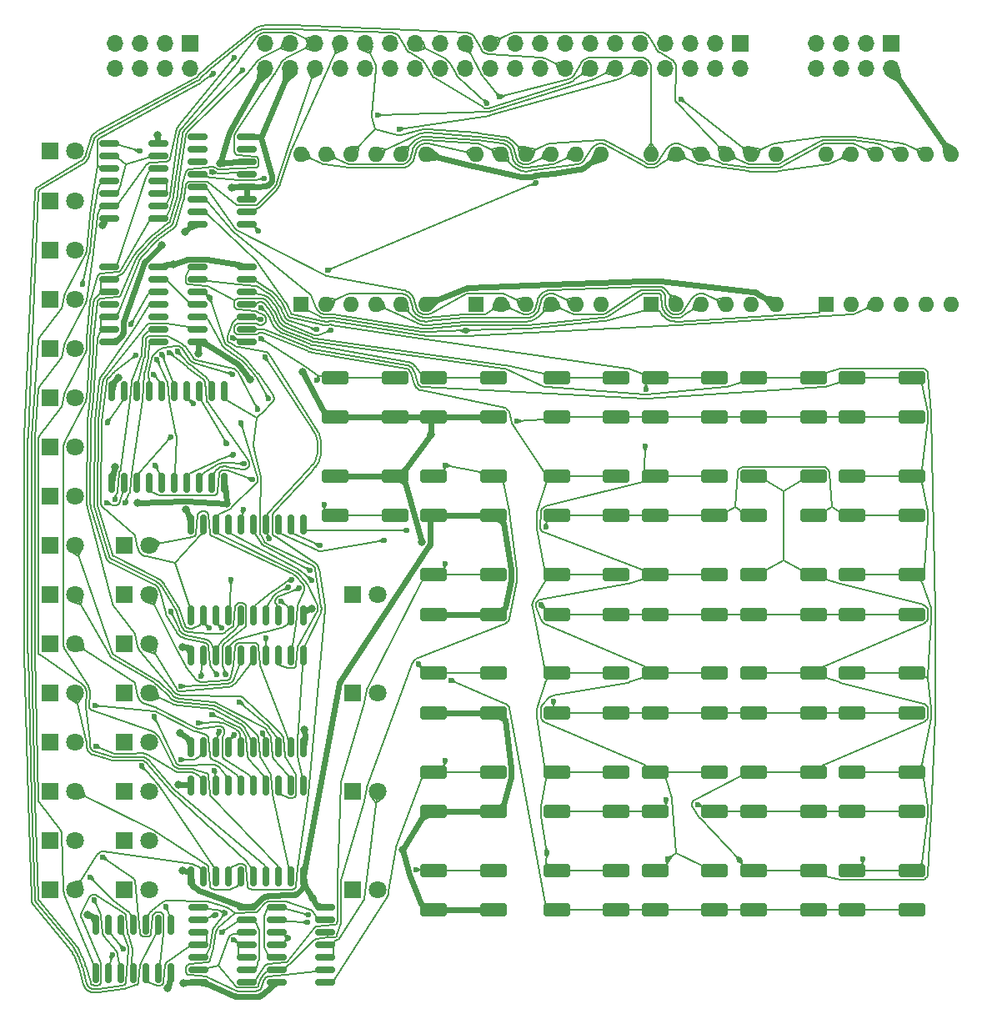
<source format=gbr>
%TF.GenerationSoftware,KiCad,Pcbnew,7.0.0-da2b9df05c~171~ubuntu22.04.1*%
%TF.CreationDate,2023-03-06T18:38:03-05:00*%
%TF.ProjectId,main,6d61696e-2e6b-4696-9361-645f70636258,rev?*%
%TF.SameCoordinates,Original*%
%TF.FileFunction,Copper,L1,Top*%
%TF.FilePolarity,Positive*%
%FSLAX46Y46*%
G04 Gerber Fmt 4.6, Leading zero omitted, Abs format (unit mm)*
G04 Created by KiCad (PCBNEW 7.0.0-da2b9df05c~171~ubuntu22.04.1) date 2023-03-06 18:38:03*
%MOMM*%
%LPD*%
G01*
G04 APERTURE LIST*
G04 Aperture macros list*
%AMRoundRect*
0 Rectangle with rounded corners*
0 $1 Rounding radius*
0 $2 $3 $4 $5 $6 $7 $8 $9 X,Y pos of 4 corners*
0 Add a 4 corners polygon primitive as box body*
4,1,4,$2,$3,$4,$5,$6,$7,$8,$9,$2,$3,0*
0 Add four circle primitives for the rounded corners*
1,1,$1+$1,$2,$3*
1,1,$1+$1,$4,$5*
1,1,$1+$1,$6,$7*
1,1,$1+$1,$8,$9*
0 Add four rect primitives between the rounded corners*
20,1,$1+$1,$2,$3,$4,$5,0*
20,1,$1+$1,$4,$5,$6,$7,0*
20,1,$1+$1,$6,$7,$8,$9,0*
20,1,$1+$1,$8,$9,$2,$3,0*%
G04 Aperture macros list end*
%TA.AperFunction,ComponentPad*%
%ADD10R,1.700000X1.700000*%
%TD*%
%TA.AperFunction,ComponentPad*%
%ADD11O,1.700000X1.700000*%
%TD*%
%TA.AperFunction,ComponentPad*%
%ADD12R,1.800000X1.800000*%
%TD*%
%TA.AperFunction,ComponentPad*%
%ADD13C,1.800000*%
%TD*%
%TA.AperFunction,ComponentPad*%
%ADD14R,1.600000X1.600000*%
%TD*%
%TA.AperFunction,ComponentPad*%
%ADD15O,1.600000X1.600000*%
%TD*%
%TA.AperFunction,SMDPad,CuDef*%
%ADD16RoundRect,0.150000X0.825000X0.150000X-0.825000X0.150000X-0.825000X-0.150000X0.825000X-0.150000X0*%
%TD*%
%TA.AperFunction,SMDPad,CuDef*%
%ADD17RoundRect,0.350000X-1.025000X-0.350000X1.025000X-0.350000X1.025000X0.350000X-1.025000X0.350000X0*%
%TD*%
%TA.AperFunction,SMDPad,CuDef*%
%ADD18RoundRect,0.150000X0.150000X-0.875000X0.150000X0.875000X-0.150000X0.875000X-0.150000X-0.875000X0*%
%TD*%
%TA.AperFunction,SMDPad,CuDef*%
%ADD19RoundRect,0.150000X0.150000X-0.825000X0.150000X0.825000X-0.150000X0.825000X-0.150000X-0.825000X0*%
%TD*%
%TA.AperFunction,ViaPad*%
%ADD20C,0.600000*%
%TD*%
%TA.AperFunction,ViaPad*%
%ADD21C,0.800000*%
%TD*%
%TA.AperFunction,Conductor*%
%ADD22C,0.200000*%
%TD*%
%TA.AperFunction,Conductor*%
%ADD23C,0.600000*%
%TD*%
G04 APERTURE END LIST*
D10*
%TO.P,J3,1,~{SYSRES}*%
%TO.N,unconnected-(J3-~{SYSRES}-Pad1)*%
X94129999Y-22539999D03*
D11*
%TO.P,J3,2,~{RAS}*%
%TO.N,unconnected-(J3-~{RAS}-Pad2)*%
X94129999Y-25079999D03*
%TO.P,J3,3,A10*%
%TO.N,F_A10*%
X91589999Y-22539999D03*
%TO.P,J3,4,~{EXMEM}*%
%TO.N,unconnected-(J3-~{EXMEM}-Pad4)*%
X91589999Y-25079999D03*
%TO.P,J3,5,A13*%
%TO.N,F_A13*%
X89049999Y-22539999D03*
%TO.P,J3,6,A12*%
%TO.N,F_A12*%
X89049999Y-25079999D03*
%TO.P,J3,7,GND*%
%TO.N,GND*%
X86509999Y-22539999D03*
%TO.P,J3,8,A15*%
%TO.N,F_A15*%
X86509999Y-25079999D03*
%TO.P,J3,9,A14*%
%TO.N,F_A14*%
X83969999Y-22539999D03*
%TO.P,J3,10,A11*%
%TO.N,F_A11*%
X83969999Y-25079999D03*
%TO.P,J3,11,~{OUT}*%
%TO.N,~{F_OUT}*%
X81429999Y-22539999D03*
%TO.P,J3,12,A8*%
%TO.N,F_A8*%
X81429999Y-25079999D03*
%TO.P,J3,13,~{INTAK}*%
%TO.N,unconnected-(J3-~{INTAK}-Pad13)*%
X78889999Y-22539999D03*
%TO.P,J3,14,~{WR}*%
%TO.N,~{F_WRITE}*%
X78889999Y-25079999D03*
%TO.P,J3,15,~{INUSE}*%
%TO.N,unconnected-(J3-~{INUSE}-Pad15)*%
X76349999Y-22539999D03*
%TO.P,J3,16,~{RD}*%
%TO.N,~{F_READ}*%
X76349999Y-25079999D03*
%TO.P,J3,17,D4*%
%TO.N,F_D4*%
X73809999Y-22539999D03*
%TO.P,J3,18,A9*%
%TO.N,F_A9*%
X73809999Y-25079999D03*
%TO.P,J3,19,D7*%
%TO.N,F_D7*%
X71269999Y-22539999D03*
%TO.P,J3,20,~{IN}*%
%TO.N,~{F_IN}*%
X71269999Y-25079999D03*
%TO.P,J3,21,D1*%
%TO.N,F_D1*%
X68729999Y-22539999D03*
%TO.P,J3,22,~{INT}*%
%TO.N,~{F_INT}*%
X68729999Y-25079999D03*
%TO.P,J3,23,D6*%
%TO.N,F_D6*%
X66189999Y-22539999D03*
%TO.P,J3,24,CLK*%
%TO.N,unconnected-(J3-CLK-Pad24)*%
X66189999Y-25079999D03*
%TO.P,J3,25,D3*%
%TO.N,F_D3*%
X63649999Y-22539999D03*
%TO.P,J3,26,A0*%
%TO.N,F_A0*%
X63649999Y-25079999D03*
%TO.P,J3,27,D5*%
%TO.N,F_D5*%
X61109999Y-22539999D03*
%TO.P,J3,28,A1*%
%TO.N,F_A1*%
X61109999Y-25079999D03*
%TO.P,J3,29,D0*%
%TO.N,F_D0*%
X58569999Y-22539999D03*
%TO.P,J3,30,GND*%
%TO.N,GND*%
X58569999Y-25079999D03*
%TO.P,J3,31,D2*%
%TO.N,F_D2*%
X56029999Y-22539999D03*
%TO.P,J3,32,A4*%
%TO.N,F_A4*%
X56029999Y-25079999D03*
%TO.P,J3,33,A3*%
%TO.N,F_A3*%
X53489999Y-22539999D03*
%TO.P,J3,34,~{WAIT}*%
%TO.N,unconnected-(J3-~{WAIT}-Pad34)*%
X53489999Y-25079999D03*
%TO.P,J3,35,A7*%
%TO.N,F_A7*%
X50949999Y-22539999D03*
%TO.P,J3,36,A5*%
%TO.N,F_A5*%
X50949999Y-25079999D03*
%TO.P,J3,37,A6*%
%TO.N,F_A6*%
X48409999Y-22539999D03*
%TO.P,J3,38,GND*%
%TO.N,GND*%
X48409999Y-25079999D03*
%TO.P,J3,39,A2*%
%TO.N,F_A2*%
X45869999Y-22539999D03*
%TO.P,J3,40,+5V*%
%TO.N,+5V*%
X45869999Y-25079999D03*
%TD*%
D10*
%TO.P,J1,1,Pin_1*%
%TO.N,Net-(J1-Pin_1)*%
X38219999Y-22539999D03*
D11*
%TO.P,J1,2,Pin_2*%
%TO.N,unconnected-(J1-Pin_2-Pad2)*%
X38219999Y-25079999D03*
%TO.P,J1,3,Pin_3*%
%TO.N,Net-(J1-Pin_3)*%
X35679999Y-22539999D03*
%TO.P,J1,4,Pin_4*%
%TO.N,unconnected-(J1-Pin_4-Pad4)*%
X35679999Y-25079999D03*
%TO.P,J1,5,Pin_5*%
%TO.N,unconnected-(J1-Pin_5-Pad5)*%
X33139999Y-22539999D03*
%TO.P,J1,6,Pin_6*%
%TO.N,unconnected-(J1-Pin_6-Pad6)*%
X33139999Y-25079999D03*
%TO.P,J1,7,Pin_7*%
%TO.N,unconnected-(J1-Pin_7-Pad7)*%
X30599999Y-22539999D03*
%TO.P,J1,8,Pin_8*%
%TO.N,unconnected-(J1-Pin_8-Pad8)*%
X30599999Y-25079999D03*
%TD*%
D12*
%TO.P,D1,1,K*%
%TO.N,Net-(D1-K)*%
X31499999Y-108499999D03*
D13*
%TO.P,D1,2,A*%
%TO.N,Net-(D1-A)*%
X34040000Y-108500000D03*
%TD*%
D14*
%TO.P,U4,1,D5*%
%TO.N,F_D5*%
X85039999Y-48999999D03*
D15*
%TO.P,U4,2,D4*%
%TO.N,F_D4*%
X87579999Y-48999999D03*
%TO.P,U4,3,WR*%
%TO.N,Net-(U4-WR)*%
X90119999Y-48999999D03*
%TO.P,U4,4,A1*%
%TO.N,F_A1*%
X92659999Y-48999999D03*
%TO.P,U4,5,A0*%
%TO.N,F_A0*%
X95199999Y-48999999D03*
%TO.P,U4,6,VDD*%
%TO.N,+5V*%
X97739999Y-48999999D03*
%TO.P,U4,7,GND*%
%TO.N,GND*%
X97739999Y-33759999D03*
%TO.P,U4,8,D0*%
%TO.N,F_D0*%
X95199999Y-33759999D03*
%TO.P,U4,9,D1*%
%TO.N,F_D1*%
X92659999Y-33759999D03*
%TO.P,U4,10,D2*%
%TO.N,F_D2*%
X90119999Y-33759999D03*
%TO.P,U4,11,D3*%
%TO.N,F_D3*%
X87579999Y-33759999D03*
%TO.P,U4,12,D6*%
%TO.N,F_D6*%
X85039999Y-33759999D03*
%TD*%
D16*
%TO.P,U5,1,A0*%
%TO.N,F_A2*%
X43975000Y-40945000D03*
%TO.P,U5,2,A1*%
%TO.N,F_A3*%
X43975000Y-39675000D03*
%TO.P,U5,3,A2*%
%TO.N,GND*%
X43975000Y-38405000D03*
%TO.P,U5,4,E1*%
X43975000Y-37135000D03*
%TO.P,U5,5,E2*%
%TO.N,6x_OUT*%
X43975000Y-35865000D03*
%TO.P,U5,6,E3*%
%TO.N,+5V*%
X43975000Y-34595000D03*
%TO.P,U5,7,O7*%
%TO.N,unconnected-(U5-O7-Pad7)*%
X43975000Y-33325000D03*
%TO.P,U5,8,GND*%
%TO.N,GND*%
X43975000Y-32055000D03*
%TO.P,U5,9,O6*%
%TO.N,unconnected-(U5-O6-Pad9)*%
X39025000Y-32055000D03*
%TO.P,U5,10,O5*%
%TO.N,unconnected-(U5-O5-Pad10)*%
X39025000Y-33325000D03*
%TO.P,U5,11,O4*%
%TO.N,unconnected-(U5-O4-Pad11)*%
X39025000Y-34595000D03*
%TO.P,U5,12,O3*%
%TO.N,Net-(U5-O3)*%
X39025000Y-35865000D03*
%TO.P,U5,13,O2*%
%TO.N,Net-(U5-O2)*%
X39025000Y-37135000D03*
%TO.P,U5,14,O1*%
%TO.N,Net-(U4-WR)*%
X39025000Y-38405000D03*
%TO.P,U5,15,O0*%
%TO.N,Net-(U3-WR)*%
X39025000Y-39675000D03*
%TO.P,U5,16,VCC*%
%TO.N,+5V*%
X39025000Y-40945000D03*
%TD*%
D12*
%TO.P,D2,1,K*%
%TO.N,Net-(D2-K)*%
X31499999Y-88499999D03*
D13*
%TO.P,D2,2,A*%
%TO.N,Net-(D2-A)*%
X34040000Y-88500000D03*
%TD*%
D12*
%TO.P,D3,1,K*%
%TO.N,Net-(D3-K)*%
X31499999Y-73499999D03*
D13*
%TO.P,D3,2,A*%
%TO.N,Net-(D3-A)*%
X34040000Y-73500000D03*
%TD*%
D12*
%TO.P,D4,1,K*%
%TO.N,Net-(D4-K)*%
X31499999Y-93499999D03*
D13*
%TO.P,D4,2,A*%
%TO.N,Net-(D4-A)*%
X34040000Y-93500000D03*
%TD*%
D12*
%TO.P,D5,1,K*%
%TO.N,Net-(D5-K)*%
X23999999Y-108499999D03*
D13*
%TO.P,D5,2,A*%
%TO.N,Net-(D5-A)*%
X26540000Y-108500000D03*
%TD*%
D12*
%TO.P,D6,1,K*%
%TO.N,Net-(D6-K)*%
X23999999Y-88499999D03*
D13*
%TO.P,D6,2,A*%
%TO.N,Net-(D6-A)*%
X26540000Y-88500000D03*
%TD*%
D12*
%TO.P,D7,1,K*%
%TO.N,Net-(D7-K)*%
X23999999Y-73499999D03*
D13*
%TO.P,D7,2,A*%
%TO.N,Net-(D7-A)*%
X26540000Y-73500000D03*
%TD*%
D12*
%TO.P,D8,1,K*%
%TO.N,Net-(D8-K)*%
X23999999Y-93499999D03*
D13*
%TO.P,D8,2,A*%
%TO.N,Net-(D8-A)*%
X26540000Y-93500000D03*
%TD*%
D14*
%TO.P,U3,1,D5*%
%TO.N,F_D5*%
X102819999Y-48999999D03*
D15*
%TO.P,U3,2,D4*%
%TO.N,F_D4*%
X105359999Y-48999999D03*
%TO.P,U3,3,WR*%
%TO.N,Net-(U3-WR)*%
X107899999Y-48999999D03*
%TO.P,U3,4,A1*%
%TO.N,F_A1*%
X110439999Y-48999999D03*
%TO.P,U3,5,A0*%
%TO.N,F_A0*%
X112979999Y-48999999D03*
%TO.P,U3,6,VDD*%
%TO.N,+5V*%
X115519999Y-48999999D03*
%TO.P,U3,7,GND*%
%TO.N,GND*%
X115519999Y-33759999D03*
%TO.P,U3,8,D0*%
%TO.N,F_D0*%
X112979999Y-33759999D03*
%TO.P,U3,9,D1*%
%TO.N,F_D1*%
X110439999Y-33759999D03*
%TO.P,U3,10,D2*%
%TO.N,F_D2*%
X107899999Y-33759999D03*
%TO.P,U3,11,D3*%
%TO.N,F_D3*%
X105359999Y-33759999D03*
%TO.P,U3,12,D6*%
%TO.N,F_D6*%
X102819999Y-33759999D03*
%TD*%
D12*
%TO.P,D9,1,K*%
%TO.N,Net-(D9-K)*%
X23999999Y-68499999D03*
D13*
%TO.P,D9,2,A*%
%TO.N,Net-(D9-A)*%
X26540000Y-68500000D03*
%TD*%
D12*
%TO.P,D10,1,K*%
%TO.N,Net-(D10-K)*%
X23999999Y-48499999D03*
D13*
%TO.P,D10,2,A*%
%TO.N,Net-(D10-A)*%
X26540000Y-48500000D03*
%TD*%
D12*
%TO.P,D11,1,K*%
%TO.N,Net-(D11-K)*%
X23999999Y-33499999D03*
D13*
%TO.P,D11,2,A*%
%TO.N,Net-(D11-A)*%
X26540000Y-33500000D03*
%TD*%
D12*
%TO.P,D12,1,K*%
%TO.N,Net-(D12-K)*%
X23999999Y-53499999D03*
D13*
%TO.P,D12,2,A*%
%TO.N,Net-(D12-A)*%
X26540000Y-53500000D03*
%TD*%
D12*
%TO.P,D13,1,K*%
%TO.N,Net-(D13-K)*%
X23999999Y-98499999D03*
D13*
%TO.P,D13,2,A*%
%TO.N,Net-(D13-A)*%
X26540000Y-98500000D03*
%TD*%
D12*
%TO.P,D14,1,K*%
%TO.N,Net-(D14-K)*%
X23999999Y-78499999D03*
D13*
%TO.P,D14,2,A*%
%TO.N,Net-(D14-A)*%
X26540000Y-78500000D03*
%TD*%
D12*
%TO.P,D15,1,K*%
%TO.N,Net-(D15-K)*%
X23999999Y-83499999D03*
D13*
%TO.P,D15,2,A*%
%TO.N,Net-(D15-A)*%
X26540000Y-83500000D03*
%TD*%
D12*
%TO.P,D16,1,K*%
%TO.N,Net-(D16-K)*%
X23999999Y-103499999D03*
D13*
%TO.P,D16,2,A*%
%TO.N,Net-(D16-A)*%
X26540000Y-103500000D03*
%TD*%
D12*
%TO.P,D17,1,K*%
%TO.N,Net-(D17-K)*%
X31499999Y-98499999D03*
D13*
%TO.P,D17,2,A*%
%TO.N,Net-(D17-A)*%
X34040000Y-98500000D03*
%TD*%
D12*
%TO.P,D18,1,K*%
%TO.N,Net-(D18-K)*%
X31499999Y-78499999D03*
D13*
%TO.P,D18,2,A*%
%TO.N,Net-(D18-A)*%
X34040000Y-78500000D03*
%TD*%
D12*
%TO.P,D19,1,K*%
%TO.N,Net-(D19-K)*%
X31499999Y-83499999D03*
D13*
%TO.P,D19,2,A*%
%TO.N,Net-(D19-A)*%
X34040000Y-83500000D03*
%TD*%
D12*
%TO.P,D20,1,K*%
%TO.N,Net-(D20-K)*%
X31499999Y-103499999D03*
D13*
%TO.P,D20,2,A*%
%TO.N,Net-(D20-A)*%
X34040000Y-103500000D03*
%TD*%
D12*
%TO.P,D21,1,K*%
%TO.N,Net-(D21-K)*%
X23999999Y-58499999D03*
D13*
%TO.P,D21,2,A*%
%TO.N,Net-(D21-A)*%
X26540000Y-58500000D03*
%TD*%
D12*
%TO.P,D22,1,K*%
%TO.N,Net-(D22-K)*%
X23999999Y-38499999D03*
D13*
%TO.P,D22,2,A*%
%TO.N,Net-(D22-A)*%
X26540000Y-38500000D03*
%TD*%
D12*
%TO.P,D23,1,K*%
%TO.N,Net-(D23-K)*%
X23999999Y-43499999D03*
D13*
%TO.P,D23,2,A*%
%TO.N,Net-(D23-A)*%
X26540000Y-43500000D03*
%TD*%
D12*
%TO.P,D24,1,K*%
%TO.N,Net-(D24-K)*%
X23999999Y-63499999D03*
D13*
%TO.P,D24,2,A*%
%TO.N,Net-(D24-A)*%
X26540000Y-63500000D03*
%TD*%
D16*
%TO.P,U1,1*%
%TO.N,F_A4*%
X34975000Y-40310000D03*
%TO.P,U1,2*%
%TO.N,F_A7*%
X34975000Y-39040000D03*
%TO.P,U1,3*%
%TO.N,Net-(U1-Pad3)*%
X34975000Y-37770000D03*
%TO.P,U1,4*%
X34975000Y-36500000D03*
%TO.P,U1,5*%
%TO.N,Net-(U1-Pad5)*%
X34975000Y-35230000D03*
%TO.P,U1,6*%
%TO.N,Net-(U1-Pad12)*%
X34975000Y-33960000D03*
%TO.P,U1,7,GND*%
%TO.N,GND*%
X34975000Y-32690000D03*
%TO.P,U1,8*%
%TO.N,6x_OUT*%
X30025000Y-32690000D03*
%TO.P,U1,9*%
%TO.N,Net-(U1-Pad12)*%
X30025000Y-33960000D03*
%TO.P,U1,10*%
%TO.N,~{F_OUT}*%
X30025000Y-35230000D03*
%TO.P,U1,11*%
%TO.N,6x_IN*%
X30025000Y-36500000D03*
%TO.P,U1,12*%
%TO.N,Net-(U1-Pad12)*%
X30025000Y-37770000D03*
%TO.P,U1,13*%
%TO.N,~{F_IN}*%
X30025000Y-39040000D03*
%TO.P,U1,14,VCC*%
%TO.N,+5V*%
X30025000Y-40310000D03*
%TD*%
D17*
%TO.P,SW5,1,1*%
%TO.N,Net-(U7-I3a)*%
X75475000Y-70500000D03*
X81525000Y-70500000D03*
%TO.P,SW5,2,2*%
%TO.N,Net-(R4-Pad1)*%
X75475000Y-66500000D03*
X81525000Y-66500000D03*
%TD*%
%TO.P,SW6,1,1*%
%TO.N,Net-(U7-I0b)*%
X75475000Y-80500000D03*
X81525000Y-80500000D03*
%TO.P,SW6,2,2*%
%TO.N,Net-(R4-Pad1)*%
X75475000Y-76500000D03*
X81525000Y-76500000D03*
%TD*%
%TO.P,SW7,1,1*%
%TO.N,Net-(U7-I1b)*%
X75475000Y-90500000D03*
X81525000Y-90500000D03*
%TO.P,SW7,2,2*%
%TO.N,Net-(R4-Pad1)*%
X75475000Y-86500000D03*
X81525000Y-86500000D03*
%TD*%
%TO.P,SW8,1,1*%
%TO.N,Net-(U7-I2b)*%
X75475000Y-100500000D03*
X81525000Y-100500000D03*
%TO.P,SW8,2,2*%
%TO.N,Net-(R4-Pad1)*%
X75475000Y-96500000D03*
X81525000Y-96500000D03*
%TD*%
%TO.P,SW9,1,1*%
%TO.N,Net-(U7-I3b)*%
X75475000Y-110500000D03*
X81525000Y-110500000D03*
%TO.P,SW9,2,2*%
%TO.N,Net-(R4-Pad1)*%
X75475000Y-106500000D03*
X81525000Y-106500000D03*
%TD*%
%TO.P,SW10,1,1*%
%TO.N,Net-(U7-I2a)*%
X85475000Y-60500000D03*
X91525000Y-60500000D03*
%TO.P,SW10,2,2*%
%TO.N,Net-(R5-Pad1)*%
X85475000Y-56500000D03*
X91525000Y-56500000D03*
%TD*%
%TO.P,SW11,1,1*%
%TO.N,Net-(U7-I3a)*%
X85475000Y-70500000D03*
X91525000Y-70500000D03*
%TO.P,SW11,2,2*%
%TO.N,Net-(R5-Pad1)*%
X85475000Y-66500000D03*
X91525000Y-66500000D03*
%TD*%
%TO.P,SW12,1,1*%
%TO.N,Net-(U7-I0b)*%
X85475000Y-80500000D03*
X91525000Y-80500000D03*
%TO.P,SW12,2,2*%
%TO.N,Net-(R5-Pad1)*%
X85475000Y-76500000D03*
X91525000Y-76500000D03*
%TD*%
%TO.P,SW13,1,1*%
%TO.N,Net-(U7-I1b)*%
X85475000Y-90500000D03*
X91525000Y-90500000D03*
%TO.P,SW13,2,2*%
%TO.N,Net-(R5-Pad1)*%
X85475000Y-86500000D03*
X91525000Y-86500000D03*
%TD*%
%TO.P,SW14,1,1*%
%TO.N,Net-(U7-I2b)*%
X85475000Y-100500000D03*
X91525000Y-100500000D03*
%TO.P,SW14,2,2*%
%TO.N,Net-(R5-Pad1)*%
X85475000Y-96500000D03*
X91525000Y-96500000D03*
%TD*%
%TO.P,SW15,1,1*%
%TO.N,Net-(U7-I3b)*%
X85475000Y-110500000D03*
X91525000Y-110500000D03*
%TO.P,SW15,2,2*%
%TO.N,Net-(R5-Pad1)*%
X85475000Y-106500000D03*
X91525000Y-106500000D03*
%TD*%
%TO.P,SW16,1,1*%
%TO.N,GND*%
X62975000Y-80500000D03*
X69025000Y-80500000D03*
%TO.P,SW16,2,2*%
%TO.N,Net-(R7-Pad2)*%
X62975000Y-76500000D03*
X69025000Y-76500000D03*
%TD*%
%TO.P,SW17,1,1*%
%TO.N,GND*%
X62975000Y-90500000D03*
X69025000Y-90500000D03*
%TO.P,SW17,2,2*%
%TO.N,Net-(R8-Pad2)*%
X62975000Y-86500000D03*
X69025000Y-86500000D03*
%TD*%
%TO.P,SW18,1,1*%
%TO.N,GND*%
X62975000Y-100500000D03*
X69025000Y-100500000D03*
%TO.P,SW18,2,2*%
%TO.N,Net-(R9-Pad2)*%
X62975000Y-96500000D03*
X69025000Y-96500000D03*
%TD*%
%TO.P,SW19,1,1*%
%TO.N,GND*%
X62975000Y-110500000D03*
X69025000Y-110500000D03*
%TO.P,SW19,2,2*%
%TO.N,Net-(R10-Pad2)*%
X62975000Y-106500000D03*
X69025000Y-106500000D03*
%TD*%
%TO.P,SW20,1,1*%
%TO.N,Net-(U7-I2a)*%
X95475000Y-60500000D03*
X101525000Y-60500000D03*
%TO.P,SW20,2,2*%
%TO.N,Net-(R6-Pad1)*%
X95475000Y-56500000D03*
X101525000Y-56500000D03*
%TD*%
%TO.P,SW21,1,1*%
%TO.N,Net-(U7-I3a)*%
X95475000Y-70500000D03*
X101525000Y-70500000D03*
%TO.P,SW21,2,2*%
%TO.N,Net-(R6-Pad1)*%
X95475000Y-66500000D03*
X101525000Y-66500000D03*
%TD*%
%TO.P,SW22,1,1*%
%TO.N,Net-(U7-I0b)*%
X95475000Y-80500000D03*
X101525000Y-80500000D03*
%TO.P,SW22,2,2*%
%TO.N,Net-(R6-Pad1)*%
X95475000Y-76500000D03*
X101525000Y-76500000D03*
%TD*%
%TO.P,SW24,1,1*%
%TO.N,Net-(U7-I2b)*%
X95475000Y-100500000D03*
X101525000Y-100500000D03*
%TO.P,SW24,2,2*%
%TO.N,Net-(R6-Pad1)*%
X95475000Y-96500000D03*
X101525000Y-96500000D03*
%TD*%
%TO.P,SW25,1,1*%
%TO.N,Net-(U7-I3b)*%
X95475000Y-110500000D03*
X101525000Y-110500000D03*
%TO.P,SW25,2,2*%
%TO.N,Net-(R6-Pad1)*%
X95475000Y-106500000D03*
X101525000Y-106500000D03*
%TD*%
%TO.P,SW26,1,1*%
%TO.N,Net-(U7-I2a)*%
X105475000Y-60500000D03*
X111525000Y-60500000D03*
%TO.P,SW26,2,2*%
%TO.N,Net-(R11-Pad1)*%
X105475000Y-56500000D03*
X111525000Y-56500000D03*
%TD*%
%TO.P,SW27,1,1*%
%TO.N,Net-(U7-I3a)*%
X105475000Y-70500000D03*
X111525000Y-70500000D03*
%TO.P,SW27,2,2*%
%TO.N,Net-(R11-Pad1)*%
X105475000Y-66500000D03*
X111525000Y-66500000D03*
%TD*%
%TO.P,SW28,1,1*%
%TO.N,Net-(U7-I0b)*%
X105475000Y-80500000D03*
X111525000Y-80500000D03*
%TO.P,SW28,2,2*%
%TO.N,Net-(R11-Pad1)*%
X105475000Y-76500000D03*
X111525000Y-76500000D03*
%TD*%
D16*
%TO.P,U6,1*%
%TO.N,F_A3*%
X43975000Y-52810000D03*
%TO.P,U6,2*%
%TO.N,Net-(R11-Pad1)*%
X43975000Y-51540000D03*
%TO.P,U6,3*%
%TO.N,F_A2*%
X43975000Y-50270000D03*
%TO.P,U6,4*%
%TO.N,Net-(R6-Pad1)*%
X43975000Y-49000000D03*
%TO.P,U6,5*%
%TO.N,F_A1*%
X43975000Y-47730000D03*
%TO.P,U6,6*%
%TO.N,Net-(R5-Pad1)*%
X43975000Y-46460000D03*
%TO.P,U6,7,GND*%
%TO.N,GND*%
X43975000Y-45190000D03*
%TO.P,U6,8*%
%TO.N,Net-(R4-Pad1)*%
X39025000Y-45190000D03*
%TO.P,U6,9*%
%TO.N,F_A0*%
X39025000Y-46460000D03*
%TO.P,U6,10*%
%TO.N,Net-(U11-Cp)*%
X39025000Y-47730000D03*
%TO.P,U6,11*%
%TO.N,Net-(U2-Pad6)*%
X39025000Y-49000000D03*
%TO.P,U6,12*%
%TO.N,~{F_INT}*%
X39025000Y-50270000D03*
%TO.P,U6,13*%
%TO.N,Net-(U7-I0a)*%
X39025000Y-51540000D03*
%TO.P,U6,14,VCC*%
%TO.N,+5V*%
X39025000Y-52810000D03*
%TD*%
D17*
%TO.P,SW29,1,1*%
%TO.N,Net-(U7-I1b)*%
X105475000Y-90500000D03*
X111525000Y-90500000D03*
%TO.P,SW29,2,2*%
%TO.N,Net-(R11-Pad1)*%
X105475000Y-86500000D03*
X111525000Y-86500000D03*
%TD*%
%TO.P,SW31,1,1*%
%TO.N,Net-(U7-I3b)*%
X105475000Y-110500000D03*
X111525000Y-110500000D03*
%TO.P,SW31,2,2*%
%TO.N,Net-(R11-Pad1)*%
X105475000Y-106500000D03*
X111525000Y-106500000D03*
%TD*%
D14*
%TO.P,U8,1,D5*%
%TO.N,F_D5*%
X67259999Y-48999999D03*
D15*
%TO.P,U8,2,D4*%
%TO.N,F_D4*%
X69799999Y-48999999D03*
%TO.P,U8,3,WR*%
%TO.N,Net-(U5-O2)*%
X72339999Y-48999999D03*
%TO.P,U8,4,A1*%
%TO.N,F_A1*%
X74879999Y-48999999D03*
%TO.P,U8,5,A0*%
%TO.N,F_A0*%
X77419999Y-48999999D03*
%TO.P,U8,6,VDD*%
%TO.N,+5V*%
X79959999Y-48999999D03*
%TO.P,U8,7,GND*%
%TO.N,GND*%
X79959999Y-33759999D03*
%TO.P,U8,8,D0*%
%TO.N,F_D0*%
X77419999Y-33759999D03*
%TO.P,U8,9,D1*%
%TO.N,F_D1*%
X74879999Y-33759999D03*
%TO.P,U8,10,D2*%
%TO.N,F_D2*%
X72339999Y-33759999D03*
%TO.P,U8,11,D3*%
%TO.N,F_D3*%
X69799999Y-33759999D03*
%TO.P,U8,12,D6*%
%TO.N,F_D6*%
X67259999Y-33759999D03*
%TD*%
D18*
%TO.P,U11,1,OE*%
%TO.N,GND*%
X38285000Y-94000000D03*
%TO.P,U11,2,O0*%
%TO.N,Net-(D1-A)*%
X39555000Y-94000000D03*
%TO.P,U11,3,D0*%
%TO.N,F_D0*%
X40825000Y-94000000D03*
%TO.P,U11,4,D1*%
%TO.N,F_D2*%
X42095000Y-94000000D03*
%TO.P,U11,5,O1*%
%TO.N,Net-(D17-A)*%
X43365000Y-94000000D03*
%TO.P,U11,6,O2*%
%TO.N,Net-(D2-A)*%
X44635000Y-94000000D03*
%TO.P,U11,7,D2*%
%TO.N,F_D4*%
X45905000Y-94000000D03*
%TO.P,U11,8,D3*%
%TO.N,F_D6*%
X47175000Y-94000000D03*
%TO.P,U11,9,O3*%
%TO.N,Net-(D18-A)*%
X48445000Y-94000000D03*
%TO.P,U11,10,GND*%
%TO.N,GND*%
X49715000Y-94000000D03*
%TO.P,U11,11,Cp*%
%TO.N,Net-(U11-Cp)*%
X49715000Y-84700000D03*
%TO.P,U11,12,O4*%
%TO.N,Net-(D3-A)*%
X48445000Y-84700000D03*
%TO.P,U11,13,D4*%
%TO.N,F_D7*%
X47175000Y-84700000D03*
%TO.P,U11,14,D5*%
%TO.N,F_D5*%
X45905000Y-84700000D03*
%TO.P,U11,15,O5*%
%TO.N,Net-(D19-A)*%
X44635000Y-84700000D03*
%TO.P,U11,16,O6*%
%TO.N,Net-(D4-A)*%
X43365000Y-84700000D03*
%TO.P,U11,17,D6*%
%TO.N,F_D3*%
X42095000Y-84700000D03*
%TO.P,U11,18,D7*%
%TO.N,F_D1*%
X40825000Y-84700000D03*
%TO.P,U11,19,O7*%
%TO.N,Net-(D20-A)*%
X39555000Y-84700000D03*
%TO.P,U11,20,VCC*%
%TO.N,+5V*%
X38285000Y-84700000D03*
%TD*%
D17*
%TO.P,SW23,1,1*%
%TO.N,Net-(U7-I1b)*%
X95475000Y-90500000D03*
X101525000Y-90500000D03*
%TO.P,SW23,2,2*%
%TO.N,Net-(R6-Pad1)*%
X95475000Y-86500000D03*
X101525000Y-86500000D03*
%TD*%
%TO.P,SW1,1,1*%
%TO.N,Net-(R1-Pad1)*%
X52975000Y-70500000D03*
X59025000Y-70500000D03*
%TO.P,SW1,2,2*%
%TO.N,+5V*%
X52975000Y-66500000D03*
X59025000Y-66500000D03*
%TD*%
%TO.P,SW2,1,1*%
%TO.N,+5V*%
X62975000Y-60500000D03*
X69025000Y-60500000D03*
%TO.P,SW2,2,2*%
%TO.N,Net-(J1-Pin_1)*%
X62975000Y-56500000D03*
X69025000Y-56500000D03*
%TD*%
%TO.P,SW4,1,1*%
%TO.N,Net-(U7-I2a)*%
X75475000Y-60500000D03*
X81525000Y-60500000D03*
%TO.P,SW4,2,2*%
%TO.N,Net-(R4-Pad1)*%
X75475000Y-56500000D03*
X81525000Y-56500000D03*
%TD*%
D18*
%TO.P,U13,1,OE*%
%TO.N,GND*%
X30285000Y-67150000D03*
%TO.P,U13,2,O0*%
%TO.N,Net-(D9-A)*%
X31555000Y-67150000D03*
%TO.P,U13,3,D0*%
%TO.N,F_A8*%
X32825000Y-67150000D03*
%TO.P,U13,4,D1*%
%TO.N,F_A10*%
X34095000Y-67150000D03*
%TO.P,U13,5,O1*%
%TO.N,Net-(D21-A)*%
X35365000Y-67150000D03*
%TO.P,U13,6,O2*%
%TO.N,Net-(D10-A)*%
X36635000Y-67150000D03*
%TO.P,U13,7,D2*%
%TO.N,F_A12*%
X37905000Y-67150000D03*
%TO.P,U13,8,D3*%
%TO.N,F_A14*%
X39175000Y-67150000D03*
%TO.P,U13,9,O3*%
%TO.N,Net-(D22-A)*%
X40445000Y-67150000D03*
%TO.P,U13,10,GND*%
%TO.N,GND*%
X41715000Y-67150000D03*
%TO.P,U13,11,Cp*%
%TO.N,Net-(U11-Cp)*%
X41715000Y-57850000D03*
%TO.P,U13,12,O4*%
%TO.N,Net-(D11-A)*%
X40445000Y-57850000D03*
%TO.P,U13,13,D4*%
%TO.N,F_A15*%
X39175000Y-57850000D03*
%TO.P,U13,14,D5*%
%TO.N,F_A13*%
X37905000Y-57850000D03*
%TO.P,U13,15,O5*%
%TO.N,Net-(D23-A)*%
X36635000Y-57850000D03*
%TO.P,U13,16,O6*%
%TO.N,Net-(D12-A)*%
X35365000Y-57850000D03*
%TO.P,U13,17,D6*%
%TO.N,F_A11*%
X34095000Y-57850000D03*
%TO.P,U13,18,D7*%
%TO.N,F_A9*%
X32825000Y-57850000D03*
%TO.P,U13,19,O7*%
%TO.N,Net-(D24-A)*%
X31555000Y-57850000D03*
%TO.P,U13,20,VCC*%
%TO.N,+5V*%
X30285000Y-57850000D03*
%TD*%
D14*
%TO.P,U9,1,D5*%
%TO.N,F_D5*%
X49479999Y-48999999D03*
D15*
%TO.P,U9,2,D4*%
%TO.N,F_D4*%
X52019999Y-48999999D03*
%TO.P,U9,3,WR*%
%TO.N,Net-(U5-O3)*%
X54559999Y-48999999D03*
%TO.P,U9,4,A1*%
%TO.N,F_A1*%
X57099999Y-48999999D03*
%TO.P,U9,5,A0*%
%TO.N,F_A0*%
X59639999Y-48999999D03*
%TO.P,U9,6,VDD*%
%TO.N,+5V*%
X62179999Y-48999999D03*
%TO.P,U9,7,GND*%
%TO.N,GND*%
X62179999Y-33759999D03*
%TO.P,U9,8,D0*%
%TO.N,F_D0*%
X59639999Y-33759999D03*
%TO.P,U9,9,D1*%
%TO.N,F_D1*%
X57099999Y-33759999D03*
%TO.P,U9,10,D2*%
%TO.N,F_D2*%
X54559999Y-33759999D03*
%TO.P,U9,11,D3*%
%TO.N,F_D3*%
X52019999Y-33759999D03*
%TO.P,U9,12,D6*%
%TO.N,F_D6*%
X49479999Y-33759999D03*
%TD*%
D18*
%TO.P,U12,1,OE*%
%TO.N,GND*%
X38285000Y-107150000D03*
%TO.P,U12,2,O0*%
%TO.N,Net-(D5-A)*%
X39555000Y-107150000D03*
%TO.P,U12,3,D0*%
%TO.N,F_A0*%
X40825000Y-107150000D03*
%TO.P,U12,4,D1*%
%TO.N,F_A2*%
X42095000Y-107150000D03*
%TO.P,U12,5,O1*%
%TO.N,Net-(D13-A)*%
X43365000Y-107150000D03*
%TO.P,U12,6,O2*%
%TO.N,Net-(D6-A)*%
X44635000Y-107150000D03*
%TO.P,U12,7,D2*%
%TO.N,F_A4*%
X45905000Y-107150000D03*
%TO.P,U12,8,D3*%
%TO.N,F_A6*%
X47175000Y-107150000D03*
%TO.P,U12,9,O3*%
%TO.N,Net-(D14-A)*%
X48445000Y-107150000D03*
%TO.P,U12,10,GND*%
%TO.N,GND*%
X49715000Y-107150000D03*
%TO.P,U12,11,Cp*%
%TO.N,Net-(U11-Cp)*%
X49715000Y-97850000D03*
%TO.P,U12,12,O4*%
%TO.N,Net-(D7-A)*%
X48445000Y-97850000D03*
%TO.P,U12,13,D4*%
%TO.N,F_A7*%
X47175000Y-97850000D03*
%TO.P,U12,14,D5*%
%TO.N,F_A5*%
X45905000Y-97850000D03*
%TO.P,U12,15,O5*%
%TO.N,Net-(D15-A)*%
X44635000Y-97850000D03*
%TO.P,U12,16,O6*%
%TO.N,Net-(D8-A)*%
X43365000Y-97850000D03*
%TO.P,U12,17,D6*%
%TO.N,F_A3*%
X42095000Y-97850000D03*
%TO.P,U12,18,D7*%
%TO.N,F_A1*%
X40825000Y-97850000D03*
%TO.P,U12,19,O7*%
%TO.N,Net-(D16-A)*%
X39555000Y-97850000D03*
%TO.P,U12,20,VCC*%
%TO.N,+5V*%
X38285000Y-97850000D03*
%TD*%
D19*
%TO.P,U10,1*%
%TO.N,~{F_IN}*%
X28650000Y-116950000D03*
%TO.P,U10,2*%
%TO.N,BLN_IN_SEL*%
X29920000Y-116950000D03*
%TO.P,U10,3*%
%TO.N,Net-(U10-Pad3)*%
X31190000Y-116950000D03*
%TO.P,U10,4*%
%TO.N,~{F_OUT}*%
X32460000Y-116950000D03*
%TO.P,U10,5*%
%TO.N,BLN_OUT_SEL*%
X33730000Y-116950000D03*
%TO.P,U10,6*%
%TO.N,Net-(U10-Pad6)*%
X35000000Y-116950000D03*
%TO.P,U10,7,GND*%
%TO.N,GND*%
X36270000Y-116950000D03*
%TO.P,U10,8*%
%TO.N,Net-(U10-Pad8)*%
X36270000Y-112000000D03*
%TO.P,U10,9*%
%TO.N,~{F_READ}*%
X35000000Y-112000000D03*
%TO.P,U10,10*%
%TO.N,BLN_READ_SEL*%
X33730000Y-112000000D03*
%TO.P,U10,11*%
%TO.N,Net-(U10-Pad11)*%
X32460000Y-112000000D03*
%TO.P,U10,12*%
%TO.N,~{F_WRITE}*%
X31190000Y-112000000D03*
%TO.P,U10,13*%
%TO.N,BLN_WRITE_SEL*%
X29920000Y-112000000D03*
%TO.P,U10,14,VCC*%
%TO.N,+5V*%
X28650000Y-112000000D03*
%TD*%
D17*
%TO.P,SW3,1,1*%
%TO.N,+5V*%
X52975000Y-60500000D03*
X59025000Y-60500000D03*
%TO.P,SW3,2,2*%
%TO.N,Net-(J1-Pin_3)*%
X52975000Y-56500000D03*
X59025000Y-56500000D03*
%TD*%
%TO.P,SW30,1,1*%
%TO.N,Net-(U7-I2b)*%
X105475000Y-100500000D03*
X111525000Y-100500000D03*
%TO.P,SW30,2,2*%
%TO.N,Net-(R11-Pad1)*%
X105475000Y-96500000D03*
X111525000Y-96500000D03*
%TD*%
D16*
%TO.P,U2,1*%
%TO.N,Net-(U10-Pad3)*%
X34975000Y-52810000D03*
%TO.P,U2,2*%
%TO.N,Net-(U10-Pad6)*%
X34975000Y-51540000D03*
%TO.P,U2,3*%
%TO.N,N/C*%
X34975000Y-50270000D03*
%TO.P,U2,4*%
%TO.N,Net-(U10-Pad8)*%
X34975000Y-49000000D03*
%TO.P,U2,5*%
%TO.N,Net-(U10-Pad11)*%
X34975000Y-47730000D03*
%TO.P,U2,6*%
%TO.N,Net-(U2-Pad6)*%
X34975000Y-46460000D03*
%TO.P,U2,7,GND*%
%TO.N,GND*%
X34975000Y-45190000D03*
%TO.P,U2,8*%
%TO.N,Net-(U1-Pad5)*%
X30025000Y-45190000D03*
%TO.P,U2,9*%
%TO.N,F_A6*%
X30025000Y-46460000D03*
%TO.P,U2,10*%
X30025000Y-47730000D03*
%TO.P,U2,11*%
%TO.N,N/C*%
X30025000Y-49000000D03*
%TO.P,U2,12*%
%TO.N,F_A5*%
X30025000Y-50270000D03*
%TO.P,U2,13*%
X30025000Y-51540000D03*
%TO.P,U2,14,VCC*%
%TO.N,+5V*%
X30025000Y-52810000D03*
%TD*%
D18*
%TO.P,U7,1,OEa*%
%TO.N,6x_IN*%
X38285000Y-80650000D03*
%TO.P,U7,2,I0a*%
%TO.N,Net-(U7-I0a)*%
X39555000Y-80650000D03*
%TO.P,U7,3,O3b*%
%TO.N,F_D0*%
X40825000Y-80650000D03*
%TO.P,U7,4,I1a*%
%TO.N,Net-(J1-Pin_3)*%
X42095000Y-80650000D03*
%TO.P,U7,5,O2b*%
%TO.N,F_D1*%
X43365000Y-80650000D03*
%TO.P,U7,6,I2a*%
%TO.N,Net-(U7-I2a)*%
X44635000Y-80650000D03*
%TO.P,U7,7,O1b*%
%TO.N,F_D2*%
X45905000Y-80650000D03*
%TO.P,U7,8,I3a*%
%TO.N,Net-(U7-I3a)*%
X47175000Y-80650000D03*
%TO.P,U7,9,O0b*%
%TO.N,F_D3*%
X48445000Y-80650000D03*
%TO.P,U7,10,GND*%
%TO.N,GND*%
X49715000Y-80650000D03*
%TO.P,U7,11,I0b*%
%TO.N,Net-(U7-I0b)*%
X49715000Y-71350000D03*
%TO.P,U7,12,O3a*%
%TO.N,F_D4*%
X48445000Y-71350000D03*
%TO.P,U7,13,I1b*%
%TO.N,Net-(U7-I1b)*%
X47175000Y-71350000D03*
%TO.P,U7,14,O2a*%
%TO.N,F_D5*%
X45905000Y-71350000D03*
%TO.P,U7,15,I2b*%
%TO.N,Net-(U7-I2b)*%
X44635000Y-71350000D03*
%TO.P,U7,16,O1a*%
%TO.N,F_D6*%
X43365000Y-71350000D03*
%TO.P,U7,17,I3b*%
%TO.N,Net-(U7-I3b)*%
X42095000Y-71350000D03*
%TO.P,U7,18,O0a*%
%TO.N,F_D7*%
X40825000Y-71350000D03*
%TO.P,U7,19,OEb*%
%TO.N,6x_IN*%
X39555000Y-71350000D03*
%TO.P,U7,20,VCC*%
%TO.N,+5V*%
X38285000Y-71350000D03*
%TD*%
D16*
%TO.P,U14,1*%
%TO.N,Net-(R9-Pad2)*%
X51950000Y-117850000D03*
%TO.P,U14,2*%
%TO.N,BLN_READ_SEL*%
X51950000Y-116580000D03*
%TO.P,U14,3*%
%TO.N,Net-(D27-A)*%
X51950000Y-115310000D03*
%TO.P,U14,4*%
X51950000Y-114040000D03*
%TO.P,U14,5*%
%TO.N,BLN_CLR*%
X51950000Y-112770000D03*
%TO.P,U14,6*%
%TO.N,BLN_READ_SEL*%
X51950000Y-111500000D03*
%TO.P,U14,7,GND*%
%TO.N,GND*%
X51950000Y-110230000D03*
%TO.P,U14,8*%
%TO.N,Net-(D28-A)*%
X47000000Y-110230000D03*
%TO.P,U14,9*%
%TO.N,Net-(R10-Pad2)*%
X47000000Y-111500000D03*
%TO.P,U14,10*%
%TO.N,BLN_WRITE_SEL*%
X47000000Y-112770000D03*
%TO.P,U14,11*%
X47000000Y-114040000D03*
%TO.P,U14,12*%
%TO.N,Net-(D28-A)*%
X47000000Y-115310000D03*
%TO.P,U14,13*%
%TO.N,BLN_CLR*%
X47000000Y-116580000D03*
%TO.P,U14,14,VCC*%
%TO.N,+5V*%
X47000000Y-117850000D03*
%TD*%
D12*
%TO.P,D27,1,K*%
%TO.N,Net-(D27-K)*%
X54734999Y-98499999D03*
D13*
%TO.P,D27,2,A*%
%TO.N,Net-(D27-A)*%
X57275000Y-98500000D03*
%TD*%
D16*
%TO.P,U15,1*%
%TO.N,Net-(R7-Pad2)*%
X44000000Y-117850000D03*
%TO.P,U15,2*%
%TO.N,BLN_IN_SEL*%
X44000000Y-116580000D03*
%TO.P,U15,3*%
%TO.N,Net-(D25-A)*%
X44000000Y-115310000D03*
%TO.P,U15,4*%
X44000000Y-114040000D03*
%TO.P,U15,5*%
%TO.N,BLN_CLR*%
X44000000Y-112770000D03*
%TO.P,U15,6*%
%TO.N,BLN_IN_SEL*%
X44000000Y-111500000D03*
%TO.P,U15,7,GND*%
%TO.N,GND*%
X44000000Y-110230000D03*
%TO.P,U15,8*%
%TO.N,Net-(D26-A)*%
X39050000Y-110230000D03*
%TO.P,U15,9*%
%TO.N,Net-(R8-Pad2)*%
X39050000Y-111500000D03*
%TO.P,U15,10*%
%TO.N,BLN_OUT_SEL*%
X39050000Y-112770000D03*
%TO.P,U15,11*%
X39050000Y-114040000D03*
%TO.P,U15,12*%
%TO.N,Net-(D26-A)*%
X39050000Y-115310000D03*
%TO.P,U15,13*%
%TO.N,BLN_CLR*%
X39050000Y-116580000D03*
%TO.P,U15,14,VCC*%
%TO.N,+5V*%
X39050000Y-117850000D03*
%TD*%
D17*
%TO.P,SW32,1,1*%
%TO.N,GND*%
X62975000Y-70500000D03*
X69025000Y-70500000D03*
%TO.P,SW32,2,2*%
%TO.N,BLN_CLR*%
X62975000Y-66500000D03*
X69025000Y-66500000D03*
%TD*%
D12*
%TO.P,D26,1,K*%
%TO.N,Net-(D26-K)*%
X54734999Y-88499999D03*
D13*
%TO.P,D26,2,A*%
%TO.N,Net-(D26-A)*%
X57275000Y-88500000D03*
%TD*%
D10*
%TO.P,J2,1,Pin_1*%
%TO.N,+5V*%
X109399999Y-22539999D03*
D11*
%TO.P,J2,2,Pin_2*%
%TO.N,GND*%
X109399999Y-25079999D03*
%TO.P,J2,3,Pin_3*%
%TO.N,+5V*%
X106859999Y-22539999D03*
%TO.P,J2,4,Pin_4*%
%TO.N,GND*%
X106859999Y-25079999D03*
%TO.P,J2,5,Pin_5*%
%TO.N,unconnected-(J2-Pin_5-Pad5)*%
X104319999Y-22539999D03*
%TO.P,J2,6,Pin_6*%
%TO.N,GND*%
X104319999Y-25079999D03*
%TO.P,J2,7,Pin_7*%
%TO.N,unconnected-(J2-Pin_7-Pad7)*%
X101779999Y-22539999D03*
%TO.P,J2,8,Pin_8*%
%TO.N,GND*%
X101779999Y-25079999D03*
%TD*%
D12*
%TO.P,D28,1,K*%
%TO.N,Net-(D28-K)*%
X54734999Y-108499999D03*
D13*
%TO.P,D28,2,A*%
%TO.N,Net-(D28-A)*%
X57275000Y-108500000D03*
%TD*%
D12*
%TO.P,D25,1,K*%
%TO.N,Net-(D25-K)*%
X54734999Y-78499999D03*
D13*
%TO.P,D25,2,A*%
%TO.N,Net-(D25-A)*%
X57275000Y-78500000D03*
%TD*%
D20*
%TO.N,BLN_WRITE_SEL*%
X48192900Y-113405000D03*
X31440400Y-114520400D03*
%TO.N,BLN_IN_SEL*%
X41415400Y-112823900D03*
X30319100Y-115118300D03*
%TO.N,BLN_CLR*%
X64160700Y-65357300D03*
%TO.N,Net-(D28-A)*%
X50279100Y-111014100D03*
%TO.N,Net-(D26-A)*%
X41810000Y-110816600D03*
%TO.N,Net-(D25-A)*%
X42666800Y-113534300D03*
%TO.N,Net-(U5-O3)*%
X45803300Y-36238100D03*
%TO.N,Net-(U10-Pad6)*%
X29325900Y-105146800D03*
X30568000Y-68881400D03*
%TO.N,Net-(U10-Pad8)*%
X35782500Y-110163400D03*
X41850600Y-86649400D03*
%TO.N,Net-(U10-Pad11)*%
X28109400Y-107172400D03*
X32196900Y-51092400D03*
%TO.N,Net-(U7-I3b)*%
X64711600Y-87229800D03*
X50561700Y-77032900D03*
%TO.N,Net-(U7-I2b)*%
X89754800Y-99816200D03*
X86593000Y-99348000D03*
X50408500Y-76053300D03*
%TO.N,Net-(U7-I1b)*%
X75133200Y-89338700D03*
X57935100Y-72961400D03*
%TO.N,Net-(U7-I0b)*%
X73901000Y-79559600D03*
X60268200Y-71984700D03*
%TO.N,Net-(U7-I3a)*%
X74358900Y-71652200D03*
X49299900Y-77847200D03*
%TO.N,Net-(U7-I2a)*%
X71447500Y-60906200D03*
X48555000Y-77009400D03*
%TO.N,Net-(U11-Cp)*%
X40218400Y-48364700D03*
%TO.N,Net-(R10-Pad2)*%
X61138700Y-106436600D03*
X50179500Y-111789400D03*
%TO.N,Net-(R9-Pad2)*%
X64160700Y-95357300D03*
%TO.N,Net-(R8-Pad2)*%
X61401000Y-85559600D03*
X40812700Y-111028100D03*
%TO.N,Net-(R7-Pad2)*%
X64160700Y-75357300D03*
%TO.N,Net-(R6-Pad1)*%
X94045200Y-105450100D03*
%TO.N,Net-(R5-Pad1)*%
X86760900Y-105382200D03*
X84437800Y-63427200D03*
X84538200Y-57661200D03*
%TO.N,Net-(R4-Pad1)*%
X74453900Y-104732400D03*
%TO.N,Net-(R1-Pad1)*%
X51839000Y-69350000D03*
%TO.N,Net-(J1-Pin_3)*%
X51138800Y-56757500D03*
X42358200Y-76988800D03*
X45389400Y-52470900D03*
%TO.N,Net-(J1-Pin_1)*%
X45386200Y-49347200D03*
%TO.N,Net-(D24-A)*%
X29815500Y-61023000D03*
%TO.N,Net-(D23-A)*%
X35386500Y-54105600D03*
%TO.N,Net-(D22-A)*%
X36146200Y-53928500D03*
%TO.N,Net-(D21-A)*%
X34686600Y-65402200D03*
%TO.N,Net-(D20-A)*%
X39369200Y-86825000D03*
%TO.N,Net-(D17-A)*%
X39081600Y-91541900D03*
%TO.N,Net-(D16-A)*%
X28658000Y-93892200D03*
%TO.N,Net-(U10-Pad3)*%
X28454500Y-109515300D03*
X31638500Y-69212700D03*
%TO.N,6x_OUT*%
X40459500Y-35608300D03*
X33129500Y-33484900D03*
%TO.N,6x_IN*%
X32729600Y-54170800D03*
X27282400Y-46989800D03*
%TO.N,Net-(R11-Pad1)*%
X106559900Y-105342600D03*
%TO.N,Net-(D12-A)*%
X34512100Y-56148800D03*
%TO.N,Net-(D11-A)*%
X36933200Y-53808800D03*
%TO.N,Net-(D10-A)*%
X34851400Y-54659100D03*
%TO.N,Net-(D9-A)*%
X29739500Y-69193500D03*
%TO.N,Net-(D8-A)*%
X28538000Y-89782700D03*
%TO.N,Net-(D4-A)*%
X37309800Y-87790700D03*
%TO.N,Net-(D1-A)*%
X37281300Y-95274000D03*
%TO.N,Net-(U7-I0a)*%
X40189700Y-81893400D03*
%TO.N,~{F_OUT}*%
X40569200Y-25619900D03*
%TO.N,~{F_IN}*%
X42717800Y-23996300D03*
%TO.N,~{F_INT}*%
X46196900Y-58584700D03*
%TO.N,F_A10*%
X44538800Y-66820600D03*
%TO.N,F_A13*%
X73383700Y-36707600D03*
X38539700Y-59093400D03*
X52200100Y-45588500D03*
%TO.N,F_A12*%
X42636900Y-64299800D03*
%TO.N,F_A15*%
X41934800Y-63207100D03*
%TO.N,F_A14*%
X43689200Y-65219800D03*
%TO.N,F_A11*%
X42523600Y-56111900D03*
X59492000Y-31292100D03*
%TO.N,F_A8*%
X36279300Y-62460000D03*
X57246400Y-29851500D03*
%TO.N,F_D4*%
X51400600Y-73519400D03*
X45562900Y-92546000D03*
%TO.N,F_A9*%
X45119400Y-59714300D03*
%TO.N,F_D7*%
X43381800Y-61069200D03*
%TO.N,F_D1*%
X36273300Y-80224900D03*
%TO.N,F_D6*%
X43619500Y-69876400D03*
X69662600Y-27983400D03*
X43265400Y-89402200D03*
%TO.N,F_D3*%
X47444800Y-79178700D03*
%TO.N,F_A0*%
X51088000Y-51611100D03*
X33291600Y-95895000D03*
%TO.N,F_D5*%
X66225100Y-51698500D03*
X68387600Y-28602200D03*
X45947000Y-82870500D03*
X46247100Y-72804000D03*
X45818700Y-54385600D03*
%TO.N,F_A1*%
X52558500Y-51669300D03*
X40725000Y-96367100D03*
%TO.N,F_D0*%
X41459700Y-81893400D03*
X41177600Y-92411300D03*
X88060300Y-28191800D03*
%TO.N,F_D2*%
X48182500Y-77757700D03*
X42729700Y-92756600D03*
%TO.N,F_A4*%
X43602300Y-25257600D03*
%TO.N,F_A3*%
X42571000Y-52467900D03*
X34576400Y-90906800D03*
%TO.N,F_A5*%
X40444200Y-90690100D03*
X40972800Y-86653900D03*
D21*
%TO.N,GND*%
X34932200Y-31829400D03*
X36507500Y-44981400D03*
X49852100Y-92232600D03*
X59791600Y-104374500D03*
X30587500Y-65575200D03*
X42432400Y-37188400D03*
X37429400Y-106500500D03*
X37201900Y-92591700D03*
X41945400Y-69239300D03*
X35981500Y-118485800D03*
X50638100Y-109298800D03*
X50555100Y-79925000D03*
X32899700Y-69219100D03*
D20*
%TO.N,F_A2*%
X45149400Y-41592100D03*
X45389300Y-50572100D03*
D21*
%TO.N,+5V*%
X30919600Y-56455400D03*
X44312900Y-56676200D03*
X27802100Y-111056200D03*
X39075000Y-54071900D03*
X37784700Y-69858500D03*
X37519400Y-117924900D03*
X37738900Y-41651200D03*
X62675500Y-62219300D03*
X49626400Y-55919000D03*
X37061000Y-97815600D03*
X29365300Y-41021600D03*
X37425100Y-83796600D03*
X61754600Y-73156300D03*
X41299300Y-34703800D03*
X35391500Y-43000800D03*
%TD*%
D22*
%TO.N,BLN_WRITE_SEL*%
X47908400Y-113765300D02*
X48192900Y-113405000D01*
X47907700Y-113766200D02*
X47908400Y-113765300D01*
X47907000Y-113767200D02*
X47907700Y-113766200D01*
X47000000Y-114040000D02*
X47907000Y-113767200D01*
X30153800Y-112950100D02*
X31440400Y-114520400D01*
X30152700Y-112948800D02*
X30153800Y-112950100D01*
X30152000Y-112947800D02*
X30152700Y-112948800D01*
X29920000Y-112000000D02*
X30152000Y-112947800D01*
X47908400Y-113044700D02*
X48192900Y-113405000D01*
X47907700Y-113043800D02*
X47908400Y-113044700D01*
X47907000Y-113042800D02*
X47907700Y-113043800D01*
X47000000Y-112770000D02*
X47907000Y-113042800D01*
%TO.N,BLN_READ_SEL*%
X41049700Y-112399800D02*
X42807400Y-110884000D01*
X40865980Y-112715580D02*
X40861160Y-112743790D01*
X40872230Y-112687650D02*
X40865980Y-112715580D01*
X40879900Y-112660070D02*
X40872230Y-112687650D01*
X40888970Y-112632920D02*
X40879900Y-112660070D01*
X40899420Y-112606270D02*
X40888970Y-112632920D01*
X40911210Y-112580190D02*
X40899420Y-112606270D01*
X40924320Y-112554750D02*
X40911210Y-112580190D01*
X40938720Y-112530010D02*
X40924320Y-112554750D01*
X40954360Y-112506030D02*
X40938720Y-112530010D01*
X40971200Y-112482890D02*
X40954360Y-112506030D01*
X40989210Y-112460640D02*
X40971200Y-112482890D01*
X41008330Y-112439340D02*
X40989210Y-112460640D01*
X41028510Y-112419040D02*
X41008330Y-112439340D01*
X41049700Y-112399800D02*
X41028510Y-112419040D01*
X40639200Y-114278700D02*
X40861200Y-112743800D01*
X40637980Y-114286910D02*
X40639220Y-114278700D01*
X40636630Y-114295090D02*
X40637980Y-114286910D01*
X40635170Y-114303250D02*
X40636630Y-114295090D01*
X40633600Y-114311400D02*
X40635170Y-114303250D01*
X40622100Y-114369000D02*
X40633600Y-114311400D01*
X40619820Y-114379960D02*
X40622110Y-114369000D01*
X40617340Y-114390870D02*
X40619820Y-114379960D01*
X40614650Y-114401730D02*
X40617340Y-114390870D01*
X40611770Y-114412540D02*
X40614650Y-114401730D01*
X40608700Y-114423300D02*
X40611770Y-114412540D01*
X40263400Y-115591300D02*
X40608700Y-114423300D01*
X40260450Y-115600610D02*
X40263390Y-115591300D01*
X40257160Y-115609800D02*
X40260450Y-115600610D01*
X40253520Y-115618870D02*
X40257160Y-115609800D01*
X40249550Y-115627790D02*
X40253520Y-115618870D01*
X40245250Y-115636560D02*
X40249550Y-115627790D01*
X40240610Y-115645160D02*
X40245250Y-115636560D01*
X40235660Y-115653570D02*
X40240610Y-115645160D01*
X40230400Y-115661800D02*
X40235660Y-115653570D01*
X40197800Y-115710700D02*
X40230400Y-115661800D01*
X40191270Y-115720050D02*
X40197800Y-115710700D01*
X40184330Y-115729100D02*
X40191270Y-115720050D01*
X40177010Y-115737840D02*
X40184330Y-115729100D01*
X40169310Y-115746240D02*
X40177010Y-115737840D01*
X40161240Y-115754310D02*
X40169310Y-115746240D01*
X40152840Y-115762010D02*
X40161240Y-115754310D01*
X40144100Y-115769330D02*
X40152840Y-115762010D01*
X40135050Y-115776270D02*
X40144100Y-115769330D01*
X40125700Y-115782800D02*
X40135050Y-115776270D01*
X40076800Y-115815400D02*
X40125700Y-115782800D01*
X40067310Y-115821520D02*
X40076840Y-115815460D01*
X40057520Y-115827160D02*
X40067310Y-115821520D01*
X40047500Y-115832370D02*
X40057520Y-115827160D01*
X40037260Y-115837140D02*
X40047500Y-115832370D01*
X40026820Y-115841460D02*
X40037260Y-115837140D01*
X40016210Y-115845320D02*
X40026820Y-115841460D01*
X40005440Y-115848720D02*
X40016210Y-115845320D01*
X39994530Y-115851650D02*
X40005440Y-115848720D01*
X39983500Y-115854100D02*
X39994530Y-115851650D01*
X39925900Y-115865600D02*
X39983500Y-115854100D01*
X39920360Y-115866630D02*
X39925900Y-115865590D01*
X39914790Y-115867560D02*
X39920360Y-115866630D01*
X39909210Y-115868360D02*
X39914790Y-115867560D01*
X39903610Y-115869040D02*
X39909210Y-115868360D01*
X39898000Y-115869600D02*
X39903610Y-115869040D01*
X38202000Y-116020400D02*
X39898000Y-115869600D01*
X38179970Y-116023310D02*
X38174510Y-116024330D01*
X38185450Y-116022410D02*
X38179970Y-116023310D01*
X38190950Y-116021620D02*
X38185450Y-116022410D01*
X38196470Y-116020950D02*
X38190950Y-116021620D01*
X38202000Y-116020400D02*
X38196470Y-116020950D01*
X38145700Y-116030000D02*
X38174500Y-116024300D01*
X38144900Y-116030200D02*
X38145700Y-116030000D01*
X38116100Y-116036000D02*
X38144900Y-116030200D01*
X38032880Y-116068390D02*
X38023400Y-116074400D01*
X38042600Y-116062800D02*
X38032880Y-116068390D01*
X38052550Y-116057630D02*
X38042600Y-116062800D01*
X38062720Y-116052890D02*
X38052550Y-116057630D01*
X38073090Y-116048600D02*
X38062720Y-116052890D01*
X38083630Y-116044750D02*
X38073090Y-116048600D01*
X38094320Y-116041370D02*
X38083630Y-116044750D01*
X38105150Y-116038450D02*
X38094320Y-116041370D01*
X38116100Y-116036000D02*
X38105150Y-116038450D01*
X37998900Y-116090700D02*
X38023400Y-116074400D01*
X37998500Y-116091000D02*
X37998900Y-116090700D01*
X37974100Y-116107300D02*
X37998500Y-116091000D01*
X37908810Y-116169800D02*
X37902300Y-116179100D01*
X37915720Y-116160790D02*
X37908810Y-116169800D01*
X37923020Y-116152090D02*
X37915720Y-116160790D01*
X37930690Y-116143720D02*
X37923020Y-116152090D01*
X37938720Y-116135690D02*
X37930690Y-116143720D01*
X37947090Y-116128020D02*
X37938720Y-116135690D01*
X37955790Y-116120720D02*
X37947090Y-116128020D01*
X37964800Y-116113810D02*
X37955790Y-116120720D01*
X37974100Y-116107300D02*
X37964800Y-116113810D01*
X37886000Y-116203500D02*
X37902300Y-116179100D01*
X37885700Y-116203900D02*
X37886000Y-116203500D01*
X37869400Y-116228400D02*
X37885700Y-116203900D01*
X37833450Y-116310150D02*
X37831000Y-116321100D01*
X37836370Y-116299320D02*
X37833450Y-116310150D01*
X37839750Y-116288620D02*
X37836370Y-116299320D01*
X37843590Y-116278080D02*
X37839750Y-116288620D01*
X37847890Y-116267720D02*
X37843590Y-116278080D01*
X37852620Y-116257550D02*
X37847890Y-116267720D01*
X37857790Y-116247600D02*
X37852620Y-116257550D01*
X37863390Y-116237870D02*
X37857790Y-116247600D01*
X37869400Y-116228400D02*
X37863390Y-116237870D01*
X37825200Y-116349900D02*
X37831000Y-116321100D01*
X37825000Y-116350700D02*
X37825200Y-116349900D01*
X37819300Y-116379500D02*
X37825000Y-116350700D01*
X37814490Y-116421530D02*
X37814350Y-116430000D01*
X37814900Y-116413070D02*
X37814490Y-116421530D01*
X37815590Y-116404630D02*
X37814900Y-116413070D01*
X37816550Y-116396210D02*
X37815590Y-116404630D01*
X37817790Y-116387830D02*
X37816550Y-116396210D01*
X37819300Y-116379500D02*
X37817790Y-116387830D01*
X37814400Y-116730000D02*
X37814400Y-116430000D01*
X37817840Y-116772160D02*
X37819350Y-116780490D01*
X37816600Y-116763780D02*
X37817840Y-116772160D01*
X37815640Y-116755370D02*
X37816600Y-116763780D01*
X37814950Y-116746930D02*
X37815640Y-116755370D01*
X37814540Y-116738470D02*
X37814950Y-116746930D01*
X37814400Y-116730000D02*
X37814540Y-116738470D01*
X37825000Y-116809300D02*
X37819300Y-116780500D01*
X37825200Y-116810100D02*
X37825000Y-116809300D01*
X37831000Y-116838900D02*
X37825200Y-116810100D01*
X37863520Y-116922340D02*
X37869560Y-116931830D01*
X37857900Y-116912590D02*
X37863520Y-116922340D01*
X37852710Y-116902610D02*
X37857900Y-116912590D01*
X37847950Y-116892420D02*
X37852710Y-116902610D01*
X37843640Y-116882030D02*
X37847950Y-116892420D01*
X37839780Y-116871460D02*
X37843640Y-116882030D01*
X37836390Y-116860740D02*
X37839780Y-116871460D01*
X37833460Y-116849880D02*
X37836390Y-116860740D01*
X37831000Y-116838900D02*
X37833460Y-116849880D01*
X37902200Y-116980700D02*
X37869600Y-116931800D01*
X37964790Y-117046150D02*
X37974120Y-117052680D01*
X37955770Y-117039230D02*
X37964790Y-117046150D01*
X37947050Y-117031910D02*
X37955770Y-117039230D01*
X37938670Y-117024220D02*
X37947050Y-117031910D01*
X37930630Y-117016170D02*
X37938670Y-117024220D01*
X37922940Y-117007780D02*
X37930630Y-117016170D01*
X37915640Y-116999060D02*
X37922940Y-117007780D01*
X37908720Y-116990030D02*
X37915640Y-116999060D01*
X37902200Y-116980700D02*
X37908720Y-116990030D01*
X37998500Y-117069000D02*
X37974100Y-117052700D01*
X37998900Y-117069300D02*
X37998500Y-117069000D01*
X38023400Y-117085600D02*
X37998900Y-117069300D01*
X38105510Y-117121640D02*
X38116500Y-117124090D01*
X38094630Y-117118720D02*
X38105510Y-117121640D01*
X38083880Y-117115340D02*
X38094630Y-117118720D01*
X38073300Y-117111490D02*
X38083880Y-117115340D01*
X38062890Y-117107190D02*
X38073300Y-117111490D01*
X38052670Y-117102440D02*
X38062890Y-117107190D01*
X38042680Y-117097250D02*
X38052670Y-117102440D01*
X38032910Y-117091630D02*
X38042680Y-117097250D01*
X38023400Y-117085600D02*
X38032910Y-117091630D01*
X38174100Y-117135600D02*
X38116500Y-117124100D01*
X38196390Y-117139050D02*
X38202000Y-117139610D01*
X38190790Y-117138370D02*
X38196390Y-117139050D01*
X38185210Y-117137570D02*
X38190790Y-117138370D01*
X38179640Y-117136640D02*
X38185210Y-117137570D01*
X38174100Y-117135600D02*
X38179640Y-117136640D01*
X39898000Y-117290400D02*
X38202000Y-117139600D01*
X39903530Y-117290920D02*
X39898000Y-117290370D01*
X39909050Y-117291590D02*
X39903530Y-117290920D01*
X39914550Y-117292380D02*
X39909050Y-117291590D01*
X39920040Y-117293280D02*
X39914550Y-117292380D01*
X39925500Y-117294300D02*
X39920040Y-117293280D01*
X39954300Y-117300000D02*
X39925500Y-117294300D01*
X39955100Y-117300200D02*
X39954300Y-117300000D01*
X39983900Y-117306000D02*
X39955100Y-117300200D01*
X39993190Y-117308040D02*
X39983900Y-117305990D01*
X40002400Y-117310420D02*
X39993190Y-117308040D01*
X40011520Y-117313140D02*
X40002400Y-117310420D01*
X40020520Y-117316200D02*
X40011520Y-117313140D01*
X40029420Y-117319580D02*
X40020520Y-117316200D01*
X40038180Y-117323280D02*
X40029420Y-117319580D01*
X40046800Y-117327300D02*
X40038180Y-117323280D01*
X42845000Y-118696000D02*
X40046800Y-117327300D01*
X42973700Y-118742170D02*
X42996010Y-118747050D01*
X42951590Y-118736470D02*
X42973700Y-118742170D01*
X42929710Y-118729960D02*
X42951590Y-118736470D01*
X42908080Y-118722640D02*
X42929710Y-118729960D01*
X42886730Y-118714540D02*
X42908080Y-118722640D01*
X42865690Y-118705650D02*
X42886730Y-118714540D01*
X42845000Y-118696000D02*
X42865690Y-118705650D01*
X43053600Y-118758600D02*
X42996000Y-118747100D01*
X43154640Y-118770270D02*
X43175000Y-118770600D01*
X43134300Y-118769260D02*
X43154640Y-118770270D01*
X43114000Y-118767590D02*
X43134300Y-118769260D01*
X43093770Y-118765260D02*
X43114000Y-118767590D01*
X43073630Y-118762260D02*
X43093770Y-118765260D01*
X43053600Y-118758600D02*
X43073630Y-118762260D01*
X44825000Y-118770600D02*
X43175000Y-118770600D01*
X44926370Y-118762260D02*
X44946400Y-118758600D01*
X44906230Y-118765260D02*
X44926370Y-118762260D01*
X44886000Y-118767590D02*
X44906230Y-118765260D01*
X44865700Y-118769260D02*
X44886000Y-118767590D01*
X44845360Y-118770270D02*
X44865700Y-118769260D01*
X44825000Y-118770600D02*
X44845360Y-118770270D01*
X45004000Y-118747100D02*
X44946400Y-118758600D01*
X45203770Y-118669430D02*
X45226490Y-118654990D01*
X45180440Y-118682880D02*
X45203770Y-118669430D01*
X45156550Y-118695300D02*
X45180440Y-118682880D01*
X45132140Y-118706660D02*
X45156550Y-118695300D01*
X45107270Y-118716960D02*
X45132140Y-118706660D01*
X45081970Y-118726170D02*
X45107270Y-118716960D01*
X45056290Y-118734280D02*
X45081970Y-118726170D01*
X45030280Y-118741260D02*
X45056290Y-118734280D01*
X45004000Y-118747100D02*
X45030280Y-118741260D01*
X45275400Y-118622400D02*
X45226500Y-118655000D01*
X45431820Y-118472700D02*
X45447400Y-118450400D01*
X45415280Y-118494290D02*
X45431820Y-118472700D01*
X45397800Y-118515140D02*
X45415280Y-118494290D01*
X45379430Y-118535190D02*
X45397800Y-118515140D01*
X45360190Y-118554430D02*
X45379430Y-118535190D01*
X45340140Y-118572800D02*
X45360190Y-118554430D01*
X45319290Y-118590280D02*
X45340140Y-118572800D01*
X45297700Y-118606820D02*
X45319290Y-118590280D01*
X45275400Y-118622400D02*
X45297700Y-118606820D01*
X45480000Y-118401500D02*
X45447400Y-118450400D01*
X45542990Y-118279640D02*
X45550800Y-118258100D01*
X45534400Y-118300870D02*
X45542990Y-118279640D01*
X45525020Y-118321780D02*
X45534400Y-118300870D01*
X45514880Y-118342320D02*
X45525020Y-118321780D01*
X45503980Y-118362470D02*
X45514880Y-118342320D01*
X45492350Y-118382210D02*
X45503980Y-118362470D01*
X45480000Y-118401500D02*
X45492350Y-118382210D01*
X45789900Y-117558300D02*
X45550800Y-118258100D01*
X45793120Y-117549300D02*
X45789860Y-117558290D01*
X45796710Y-117540430D02*
X45793120Y-117549300D01*
X45800630Y-117531700D02*
X45796710Y-117540430D01*
X45804860Y-117523120D02*
X45800630Y-117531700D01*
X45809400Y-117514700D02*
X45804860Y-117523120D01*
X45814250Y-117506460D02*
X45809400Y-117514700D01*
X45819400Y-117498400D02*
X45814250Y-117506460D01*
X45835700Y-117473900D02*
X45819400Y-117498400D01*
X45836000Y-117473500D02*
X45835700Y-117473900D01*
X45852300Y-117449100D02*
X45836000Y-117473500D01*
X45858810Y-117439800D02*
X45852300Y-117449100D01*
X45865720Y-117430790D02*
X45858810Y-117439800D01*
X45873020Y-117422090D02*
X45865720Y-117430790D01*
X45880690Y-117413720D02*
X45873020Y-117422090D01*
X45888720Y-117405690D02*
X45880690Y-117413720D01*
X45897090Y-117398020D02*
X45888720Y-117405690D01*
X45905790Y-117390720D02*
X45897090Y-117398020D01*
X45914800Y-117383810D02*
X45905790Y-117390720D01*
X45924100Y-117377300D02*
X45914800Y-117383810D01*
X45948500Y-117361000D02*
X45924100Y-117377300D01*
X45948900Y-117360700D02*
X45948500Y-117361000D01*
X45973400Y-117344400D02*
X45948900Y-117360700D01*
X45982880Y-117338390D02*
X45973400Y-117344400D01*
X45992600Y-117332800D02*
X45982880Y-117338390D01*
X46002550Y-117327630D02*
X45992600Y-117332800D01*
X46012720Y-117322890D02*
X46002550Y-117327630D01*
X46023090Y-117318600D02*
X46012720Y-117322890D01*
X46033630Y-117314750D02*
X46023090Y-117318600D01*
X46044320Y-117311370D02*
X46033630Y-117314750D01*
X46055150Y-117308450D02*
X46044320Y-117311370D01*
X46066100Y-117306000D02*
X46055150Y-117308450D01*
X46094900Y-117300200D02*
X46066100Y-117306000D01*
X46095700Y-117300000D02*
X46094900Y-117300200D01*
X46124500Y-117294300D02*
X46095700Y-117300000D01*
X46129970Y-117293310D02*
X46124510Y-117294330D01*
X46135450Y-117292410D02*
X46129970Y-117293310D01*
X46140950Y-117291620D02*
X46135450Y-117292410D01*
X46146470Y-117290950D02*
X46140950Y-117291620D01*
X46152000Y-117290400D02*
X46146470Y-117290950D01*
X47848000Y-117139600D02*
X46152000Y-117290400D01*
X47856400Y-117138700D02*
X47848000Y-117139600D01*
X50977900Y-116759100D02*
X47856400Y-117138700D01*
X50978300Y-116759000D02*
X50977900Y-116759100D01*
X50980100Y-116758800D02*
X50978300Y-116759000D01*
X51950000Y-116580000D02*
X50980100Y-116758800D01*
X42154300Y-110374900D02*
X42807400Y-110884000D01*
X41992700Y-110287200D02*
X41970720Y-110280120D01*
X42014360Y-110295180D02*
X41992700Y-110287200D01*
X42035680Y-110304050D02*
X42014360Y-110295180D01*
X42056610Y-110313780D02*
X42035680Y-110304050D01*
X42077120Y-110324370D02*
X42056610Y-110313780D01*
X42097180Y-110335800D02*
X42077120Y-110324370D01*
X42116750Y-110348040D02*
X42097180Y-110335800D01*
X42135800Y-110361090D02*
X42116750Y-110348040D01*
X42154300Y-110374900D02*
X42135800Y-110361090D01*
X40007200Y-109691800D02*
X41970700Y-110280200D01*
X39988600Y-109686970D02*
X39983900Y-109685980D01*
X39993290Y-109688050D02*
X39988600Y-109686970D01*
X39997950Y-109689210D02*
X39993290Y-109688050D01*
X40002590Y-109690460D02*
X39997950Y-109689210D01*
X40007200Y-109691800D02*
X40002590Y-109690460D01*
X39955100Y-109680200D02*
X39983900Y-109686000D01*
X39954300Y-109680000D02*
X39955100Y-109680200D01*
X39925500Y-109674300D02*
X39954300Y-109680000D01*
X39886970Y-109669620D02*
X39879200Y-109669380D01*
X39894720Y-109670100D02*
X39886970Y-109669620D01*
X39902460Y-109670800D02*
X39894720Y-109670100D01*
X39910170Y-109671740D02*
X39902460Y-109670800D01*
X39917860Y-109672910D02*
X39910170Y-109671740D01*
X39925500Y-109674300D02*
X39917860Y-109672910D01*
X35791500Y-109603500D02*
X39879200Y-109669400D01*
X35455400Y-109708900D02*
X35433430Y-109725540D01*
X35478160Y-109693350D02*
X35455400Y-109708900D01*
X35501650Y-109678950D02*
X35478160Y-109693350D01*
X35525830Y-109665720D02*
X35501650Y-109678950D01*
X35550630Y-109653690D02*
X35525830Y-109665720D01*
X35575990Y-109642900D02*
X35550630Y-109653690D01*
X35601850Y-109633370D02*
X35575990Y-109642900D01*
X35628150Y-109625120D02*
X35601850Y-109633370D01*
X35654820Y-109618180D02*
X35628150Y-109625120D01*
X35681800Y-109612560D02*
X35654820Y-109618180D01*
X35709020Y-109608270D02*
X35681800Y-109612560D01*
X35736430Y-109605330D02*
X35709020Y-109608270D01*
X35763940Y-109603740D02*
X35736430Y-109605330D01*
X35791500Y-109603500D02*
X35763940Y-109603740D01*
X34357000Y-110583700D02*
X35433400Y-109725500D01*
X34272300Y-110665530D02*
X34259760Y-110680670D01*
X34285310Y-110650800D02*
X34272300Y-110665530D01*
X34298780Y-110636480D02*
X34285310Y-110650800D01*
X34312700Y-110622600D02*
X34298780Y-110636480D01*
X34327060Y-110609170D02*
X34312700Y-110622600D01*
X34341830Y-110596200D02*
X34327060Y-110609170D01*
X34357000Y-110583700D02*
X34341830Y-110596200D01*
X33963600Y-111050100D02*
X34259800Y-110680700D01*
X33962700Y-111051200D02*
X33963600Y-111050100D01*
X33962000Y-111052200D02*
X33962700Y-111051200D01*
X33730000Y-112000000D02*
X33962000Y-111052200D01*
X44837000Y-110790300D02*
X42807400Y-110884000D01*
X44869460Y-110786750D02*
X44875890Y-110785550D01*
X44863010Y-110787780D02*
X44869460Y-110786750D01*
X44856530Y-110788660D02*
X44863010Y-110787780D01*
X44850040Y-110789370D02*
X44856530Y-110788660D01*
X44843520Y-110789920D02*
X44850040Y-110789370D01*
X44837000Y-110790300D02*
X44843520Y-110789920D01*
X44933500Y-110774100D02*
X44875900Y-110785600D01*
X45017310Y-110741520D02*
X45026840Y-110735460D01*
X45007520Y-110747160D02*
X45017310Y-110741520D01*
X44997500Y-110752370D02*
X45007520Y-110747160D01*
X44987260Y-110757140D02*
X44997500Y-110752370D01*
X44976820Y-110761460D02*
X44987260Y-110757140D01*
X44966210Y-110765320D02*
X44976820Y-110761460D01*
X44955440Y-110768720D02*
X44966210Y-110765320D01*
X44944530Y-110771650D02*
X44955440Y-110768720D01*
X44933500Y-110774100D02*
X44944530Y-110771650D01*
X45075700Y-110702800D02*
X45026800Y-110735400D01*
X45120860Y-110664610D02*
X45127490Y-110657290D01*
X45113950Y-110671680D02*
X45120860Y-110664610D01*
X45106790Y-110678470D02*
X45113950Y-110671680D01*
X45099370Y-110684990D02*
X45106790Y-110678470D01*
X45091710Y-110691230D02*
X45099370Y-110684990D01*
X45083810Y-110697170D02*
X45091710Y-110691230D01*
X45075700Y-110702800D02*
X45083810Y-110697170D01*
X45872500Y-109802700D02*
X45127500Y-110657300D01*
X45879100Y-109795390D02*
X45872490Y-109802690D01*
X45885980Y-109788350D02*
X45879100Y-109795390D01*
X45893120Y-109781570D02*
X45885980Y-109788350D01*
X45900520Y-109775070D02*
X45893120Y-109781570D01*
X45908150Y-109768850D02*
X45900520Y-109775070D01*
X45916020Y-109762920D02*
X45908150Y-109768850D01*
X45924100Y-109757300D02*
X45916020Y-109762920D01*
X45948500Y-109741000D02*
X45924100Y-109757300D01*
X45948900Y-109740700D02*
X45948500Y-109741000D01*
X45973400Y-109724400D02*
X45948900Y-109740700D01*
X45982880Y-109718390D02*
X45973400Y-109724400D01*
X45992600Y-109712800D02*
X45982880Y-109718390D01*
X46002550Y-109707630D02*
X45992600Y-109712800D01*
X46012720Y-109702890D02*
X46002550Y-109707630D01*
X46023090Y-109698600D02*
X46012720Y-109702890D01*
X46033630Y-109694750D02*
X46023090Y-109698600D01*
X46044320Y-109691370D02*
X46033630Y-109694750D01*
X46055150Y-109688450D02*
X46044320Y-109691370D01*
X46066100Y-109686000D02*
X46055150Y-109688450D01*
X46094900Y-109680200D02*
X46066100Y-109686000D01*
X46095700Y-109680000D02*
X46094900Y-109680200D01*
X46124500Y-109674300D02*
X46095700Y-109680000D01*
X46132840Y-109672840D02*
X46124510Y-109674350D01*
X46141220Y-109671600D02*
X46132840Y-109672840D01*
X46149630Y-109670640D02*
X46141220Y-109671600D01*
X46158070Y-109669950D02*
X46149630Y-109670640D01*
X46166530Y-109669540D02*
X46158070Y-109669950D01*
X46175000Y-109669400D02*
X46166530Y-109669540D01*
X47825000Y-109669400D02*
X46175000Y-109669400D01*
X47833470Y-109669490D02*
X47825000Y-109669350D01*
X47841930Y-109669900D02*
X47833470Y-109669490D01*
X47850370Y-109670590D02*
X47841930Y-109669900D01*
X47858790Y-109671550D02*
X47850370Y-109670590D01*
X47867170Y-109672790D02*
X47858790Y-109671550D01*
X47875500Y-109674300D02*
X47867170Y-109672790D01*
X47904300Y-109680000D02*
X47875500Y-109674300D01*
X47905100Y-109680200D02*
X47904300Y-109680000D01*
X47933900Y-109686000D02*
X47905100Y-109680200D01*
X47939400Y-109687150D02*
X47933900Y-109685980D01*
X47944870Y-109688430D02*
X47939400Y-109687150D01*
X47950310Y-109689840D02*
X47944870Y-109688430D01*
X47955720Y-109691360D02*
X47950310Y-109689840D01*
X47961100Y-109693000D02*
X47955720Y-109691360D01*
X50448100Y-110480200D02*
X47961100Y-109693000D01*
X50474560Y-110489310D02*
X50448100Y-110480200D01*
X50500540Y-110499730D02*
X50474560Y-110489310D01*
X50525960Y-110511430D02*
X50500540Y-110499730D01*
X50550760Y-110524390D02*
X50525960Y-110511430D01*
X50574890Y-110538580D02*
X50550760Y-110524390D01*
X50598280Y-110553950D02*
X50574890Y-110538580D01*
X50620870Y-110570470D02*
X50598280Y-110553950D01*
X50642600Y-110588100D02*
X50620870Y-110570470D01*
X50663430Y-110606790D02*
X50642600Y-110588100D01*
X50683300Y-110626500D02*
X50663430Y-110606790D01*
X50702160Y-110647180D02*
X50683300Y-110626500D01*
X50719960Y-110668770D02*
X50702160Y-110647180D01*
X50736660Y-110691230D02*
X50719960Y-110668770D01*
X50752220Y-110714490D02*
X50736660Y-110691230D01*
X50766600Y-110738500D02*
X50752220Y-110714490D01*
X51041800Y-111225400D02*
X50766600Y-110738500D01*
X51042200Y-111226100D02*
X51041800Y-111225400D01*
X51042900Y-111227200D02*
X51042200Y-111226100D01*
X51950000Y-111500000D02*
X51042900Y-111227200D01*
%TO.N,BLN_OUT_SEL*%
X39903800Y-113064800D02*
X39050000Y-112770000D01*
X39904100Y-113066900D02*
X39903800Y-113064800D01*
X39904300Y-113070600D02*
X39904100Y-113066900D01*
X39904300Y-113739400D02*
X39904300Y-113070600D01*
X39904000Y-113743300D02*
X39904300Y-113739400D01*
X39903800Y-113745100D02*
X39904000Y-113743300D01*
X39050000Y-114040000D02*
X39903800Y-113745100D01*
X38102200Y-114272000D02*
X39050000Y-114040000D01*
X35866500Y-115804000D02*
X38102200Y-114272000D01*
X35803570Y-115865050D02*
X35797260Y-115874070D01*
X35810250Y-115856300D02*
X35803570Y-115865050D01*
X35817300Y-115847840D02*
X35810250Y-115856300D01*
X35824700Y-115839680D02*
X35817300Y-115847840D01*
X35832440Y-115831850D02*
X35824700Y-115839680D01*
X35840510Y-115824350D02*
X35832440Y-115831850D01*
X35848880Y-115817200D02*
X35840510Y-115824350D01*
X35857550Y-115810420D02*
X35848880Y-115817200D01*
X35866500Y-115804000D02*
X35857550Y-115810420D01*
X35781000Y-115898500D02*
X35797300Y-115874100D01*
X35780700Y-115898900D02*
X35781000Y-115898500D01*
X35764400Y-115923400D02*
X35780700Y-115898900D01*
X35728450Y-116005150D02*
X35726000Y-116016100D01*
X35731370Y-115994320D02*
X35728450Y-116005150D01*
X35734750Y-115983620D02*
X35731370Y-115994320D01*
X35738590Y-115973080D02*
X35734750Y-115983620D01*
X35742890Y-115962720D02*
X35738590Y-115973080D01*
X35747620Y-115952550D02*
X35742890Y-115962720D01*
X35752790Y-115942600D02*
X35747620Y-115952550D01*
X35758390Y-115932870D02*
X35752790Y-115942600D01*
X35764400Y-115923400D02*
X35758390Y-115932870D01*
X35720200Y-116044900D02*
X35726000Y-116016100D01*
X35720000Y-116045700D02*
X35720200Y-116044900D01*
X35714300Y-116074500D02*
X35720000Y-116045700D01*
X35710920Y-116096470D02*
X35710370Y-116102000D01*
X35711590Y-116090950D02*
X35710920Y-116096470D01*
X35712380Y-116085450D02*
X35711590Y-116090950D01*
X35713280Y-116079960D02*
X35712380Y-116085450D01*
X35714300Y-116074500D02*
X35713280Y-116079960D01*
X35559600Y-117798000D02*
X35710400Y-116102000D01*
X35559050Y-117803610D02*
X35559610Y-117798000D01*
X35558370Y-117809210D02*
X35559050Y-117803610D01*
X35557570Y-117814790D02*
X35558370Y-117809210D01*
X35556640Y-117820360D02*
X35557570Y-117814790D01*
X35555600Y-117825900D02*
X35556640Y-117820360D01*
X35544100Y-117883500D02*
X35555600Y-117825900D01*
X35541580Y-117894510D02*
X35544030Y-117883490D01*
X35538650Y-117905420D02*
X35541580Y-117894510D01*
X35535260Y-117916190D02*
X35538650Y-117905420D01*
X35531390Y-117926800D02*
X35535260Y-117916190D01*
X35527070Y-117937230D02*
X35531390Y-117926800D01*
X35522310Y-117947470D02*
X35527070Y-117937230D01*
X35517100Y-117957490D02*
X35522310Y-117947470D01*
X35511460Y-117967270D02*
X35517100Y-117957490D01*
X35505400Y-117976800D02*
X35511460Y-117967270D01*
X35472800Y-118025700D02*
X35505400Y-117976800D01*
X35466270Y-118035050D02*
X35472800Y-118025700D01*
X35459330Y-118044100D02*
X35466270Y-118035050D01*
X35452010Y-118052840D02*
X35459330Y-118044100D01*
X35444310Y-118061240D02*
X35452010Y-118052840D01*
X35436240Y-118069310D02*
X35444310Y-118061240D01*
X35427840Y-118077010D02*
X35436240Y-118069310D01*
X35419100Y-118084330D02*
X35427840Y-118077010D01*
X35410050Y-118091270D02*
X35419100Y-118084330D01*
X35400700Y-118097800D02*
X35410050Y-118091270D01*
X35351800Y-118130400D02*
X35400700Y-118097800D01*
X35342310Y-118136520D02*
X35351840Y-118130460D01*
X35332520Y-118142160D02*
X35342310Y-118136520D01*
X35322500Y-118147370D02*
X35332520Y-118142160D01*
X35312260Y-118152140D02*
X35322500Y-118147370D01*
X35301820Y-118156460D02*
X35312260Y-118152140D01*
X35291210Y-118160320D02*
X35301820Y-118156460D01*
X35280440Y-118163720D02*
X35291210Y-118160320D01*
X35269530Y-118166650D02*
X35280440Y-118163720D01*
X35258500Y-118169100D02*
X35269530Y-118166650D01*
X35200900Y-118180600D02*
X35258500Y-118169100D01*
X35192500Y-118182100D02*
X35200890Y-118180570D01*
X35184050Y-118183360D02*
X35192500Y-118182100D01*
X35175570Y-118184340D02*
X35184050Y-118183360D01*
X35167060Y-118185040D02*
X35175570Y-118184340D01*
X35158540Y-118185460D02*
X35167060Y-118185040D01*
X35150000Y-118185600D02*
X35158540Y-118185460D01*
X34850000Y-118185600D02*
X35150000Y-118185600D01*
X34841460Y-118185490D02*
X34850000Y-118185630D01*
X34832940Y-118185070D02*
X34841460Y-118185490D01*
X34824430Y-118184370D02*
X34832940Y-118185070D01*
X34815940Y-118183390D02*
X34824430Y-118184370D01*
X34807500Y-118182130D02*
X34815940Y-118183390D01*
X34799100Y-118180600D02*
X34807500Y-118182130D01*
X34741500Y-118169100D02*
X34799100Y-118180600D01*
X34733920Y-118167380D02*
X34741520Y-118169020D01*
X34726380Y-118165530D02*
X34733920Y-118167380D01*
X34718900Y-118163440D02*
X34726380Y-118165530D01*
X34711490Y-118161130D02*
X34718900Y-118163440D01*
X34704140Y-118158610D02*
X34711490Y-118161130D01*
X34696880Y-118155860D02*
X34704140Y-118158610D01*
X34689700Y-118152900D02*
X34696880Y-118155860D01*
X34007500Y-117859500D02*
X34689700Y-118152900D01*
X34004200Y-117857800D02*
X34007500Y-117859500D01*
X34002800Y-117857000D02*
X34004200Y-117857800D01*
X33730000Y-116950000D02*
X34002800Y-117857000D01*
%TO.N,BLN_IN_SEL*%
X44947800Y-116347900D02*
X44000000Y-116580000D01*
X44949100Y-116346900D02*
X44947800Y-116347900D01*
X44958690Y-116334360D02*
X44959200Y-116333000D01*
X44958120Y-116335700D02*
X44958690Y-116334360D01*
X44957480Y-116337000D02*
X44958120Y-116335700D01*
X44956780Y-116338270D02*
X44957480Y-116337000D01*
X44956020Y-116339510D02*
X44956780Y-116338270D01*
X44955190Y-116340710D02*
X44956020Y-116339510D01*
X44954310Y-116341860D02*
X44955190Y-116340710D01*
X44953370Y-116342970D02*
X44954310Y-116341860D01*
X44952380Y-116344030D02*
X44953370Y-116342970D01*
X44951330Y-116345040D02*
X44952380Y-116344030D01*
X44950240Y-116346000D02*
X44951330Y-116345040D01*
X44949100Y-116346900D02*
X44950240Y-116346000D01*
X45210000Y-115602000D02*
X44959200Y-116333000D01*
X45217860Y-115574150D02*
X45219050Y-115568490D01*
X45216530Y-115579790D02*
X45217860Y-115574150D01*
X45215090Y-115585400D02*
X45216530Y-115579790D01*
X45213510Y-115590970D02*
X45215090Y-115585400D01*
X45211820Y-115596500D02*
X45213510Y-115590970D01*
X45210000Y-115602000D02*
X45211820Y-115596500D01*
X45230600Y-115510900D02*
X45219100Y-115568500D01*
X45235490Y-115468540D02*
X45235630Y-115460000D01*
X45235070Y-115477060D02*
X45235490Y-115468540D01*
X45234370Y-115485570D02*
X45235070Y-115477060D01*
X45233390Y-115494060D02*
X45234370Y-115485570D01*
X45232130Y-115502500D02*
X45233390Y-115494060D01*
X45230600Y-115510900D02*
X45232130Y-115502500D01*
X45235600Y-112620000D02*
X45235600Y-115460000D01*
X45232100Y-112577500D02*
X45230570Y-112569110D01*
X45233360Y-112585950D02*
X45232100Y-112577500D01*
X45234340Y-112594430D02*
X45233360Y-112585950D01*
X45235040Y-112602940D02*
X45234340Y-112594430D01*
X45235460Y-112611460D02*
X45235040Y-112602940D01*
X45235600Y-112620000D02*
X45235460Y-112611460D01*
X45219100Y-112511500D02*
X45230600Y-112569100D01*
X45205940Y-112466850D02*
X45202980Y-112459670D01*
X45208680Y-112474120D02*
X45205940Y-112466850D01*
X45211210Y-112481460D02*
X45208680Y-112474120D01*
X45213520Y-112488880D02*
X45211210Y-112481460D01*
X45215610Y-112496360D02*
X45213520Y-112488880D01*
X45217470Y-112503910D02*
X45215610Y-112496360D01*
X45219100Y-112511500D02*
X45217470Y-112503910D01*
X44909500Y-111777500D02*
X45202900Y-112459700D01*
X44907800Y-111774200D02*
X44909500Y-111777500D01*
X44907000Y-111772800D02*
X44907800Y-111774200D01*
X44000000Y-111500000D02*
X44907000Y-111772800D01*
X30098800Y-115980100D02*
X30319100Y-115118300D01*
X29920000Y-116950000D02*
X30098800Y-115980100D01*
X43052200Y-111732000D02*
X44000000Y-111500000D01*
X41415400Y-112823900D02*
X43052200Y-111732000D01*
%TO.N,BLN_CLR*%
X52775000Y-113330600D02*
X52237100Y-113330600D01*
X52817500Y-113327100D02*
X52825890Y-113325570D01*
X52809050Y-113328360D02*
X52817500Y-113327100D01*
X52800570Y-113329340D02*
X52809050Y-113328360D01*
X52792060Y-113330040D02*
X52800570Y-113329340D01*
X52783540Y-113330460D02*
X52792060Y-113330040D01*
X52775000Y-113330600D02*
X52783540Y-113330460D01*
X52883500Y-113314100D02*
X52825900Y-113325600D01*
X52967310Y-113281520D02*
X52976840Y-113275460D01*
X52957520Y-113287160D02*
X52967310Y-113281520D01*
X52947500Y-113292370D02*
X52957520Y-113287160D01*
X52937260Y-113297140D02*
X52947500Y-113292370D01*
X52926820Y-113301460D02*
X52937260Y-113297140D01*
X52916210Y-113305320D02*
X52926820Y-113301460D01*
X52905440Y-113308720D02*
X52916210Y-113305320D01*
X52894530Y-113311650D02*
X52905440Y-113308720D01*
X52883500Y-113314100D02*
X52894530Y-113311650D01*
X53025700Y-113242800D02*
X52976800Y-113275400D01*
X53091270Y-113180050D02*
X53097800Y-113170700D01*
X53084330Y-113189100D02*
X53091270Y-113180050D01*
X53077010Y-113197840D02*
X53084330Y-113189100D01*
X53069310Y-113206240D02*
X53077010Y-113197840D01*
X53061240Y-113214310D02*
X53069310Y-113206240D01*
X53052840Y-113222010D02*
X53061240Y-113214310D01*
X53044100Y-113229330D02*
X53052840Y-113222010D01*
X53035050Y-113236270D02*
X53044100Y-113229330D01*
X53025700Y-113242800D02*
X53035050Y-113236270D01*
X53130400Y-113121800D02*
X53097800Y-113170700D01*
X53160600Y-113060170D02*
X53163550Y-113050780D01*
X53157300Y-113069430D02*
X53160600Y-113060170D01*
X53153650Y-113078560D02*
X53157300Y-113069430D01*
X53149660Y-113087550D02*
X53153650Y-113078560D01*
X53145340Y-113096380D02*
X53149660Y-113087550D01*
X53140680Y-113105040D02*
X53145340Y-113096380D01*
X53135700Y-113113520D02*
X53140680Y-113105040D01*
X53130400Y-113121800D02*
X53135700Y-113113520D01*
X53514700Y-111853300D02*
X53163600Y-113050800D01*
X53525350Y-111811700D02*
X53527560Y-111801190D01*
X53522960Y-111822170D02*
X53525350Y-111811700D01*
X53520390Y-111832590D02*
X53522960Y-111822170D01*
X53517630Y-111842970D02*
X53520390Y-111832590D01*
X53514700Y-111853300D02*
X53517630Y-111842970D01*
X53533400Y-111772400D02*
X53527600Y-111801200D01*
X53545130Y-111674280D02*
X53545590Y-111654500D01*
X53544040Y-111694030D02*
X53545130Y-111674280D01*
X53542320Y-111713740D02*
X53544040Y-111694030D01*
X53539970Y-111733390D02*
X53542320Y-111713740D01*
X53537000Y-111752950D02*
X53539970Y-111733390D01*
X53533400Y-111772400D02*
X53537000Y-111752950D01*
X53575000Y-107598100D02*
X53545600Y-111654500D01*
X53575220Y-107589300D02*
X53575010Y-107598100D01*
X53575740Y-107580510D02*
X53575220Y-107589300D01*
X53576540Y-107571740D02*
X53575740Y-107580510D01*
X53577650Y-107563010D02*
X53576540Y-107571740D01*
X53579050Y-107554320D02*
X53577650Y-107563010D01*
X53580740Y-107545680D02*
X53579050Y-107554320D01*
X53582730Y-107537100D02*
X53580740Y-107545680D01*
X53585000Y-107528600D02*
X53582730Y-107537100D01*
X55885000Y-99471400D02*
X53585000Y-107528600D01*
X55888660Y-99457030D02*
X55889450Y-99453410D01*
X55887820Y-99460640D02*
X55888660Y-99457030D01*
X55886930Y-99464240D02*
X55887820Y-99460640D01*
X55885990Y-99467830D02*
X55886930Y-99464240D01*
X55885000Y-99471400D02*
X55885990Y-99467830D01*
X56139800Y-98261600D02*
X55889400Y-99453400D01*
X56145920Y-98234070D02*
X56139780Y-98261600D01*
X56152710Y-98206690D02*
X56145920Y-98234070D01*
X56160180Y-98179500D02*
X56152710Y-98206690D01*
X56168300Y-98152490D02*
X56160180Y-98179500D01*
X56177070Y-98125680D02*
X56168300Y-98152490D01*
X56186500Y-98099100D02*
X56177070Y-98125680D01*
X60875500Y-85366100D02*
X56186500Y-98099100D01*
X60886380Y-85338850D02*
X60875530Y-85366110D01*
X60898650Y-85312200D02*
X60886380Y-85338850D01*
X60912300Y-85286230D02*
X60898650Y-85312200D01*
X60927280Y-85261010D02*
X60912300Y-85286230D01*
X60943570Y-85236610D02*
X60927280Y-85261010D01*
X60961120Y-85213100D02*
X60943570Y-85236610D01*
X60979870Y-85190540D02*
X60961120Y-85213100D01*
X60999780Y-85168990D02*
X60979870Y-85190540D01*
X61020780Y-85148510D02*
X60999780Y-85168990D01*
X61042840Y-85129160D02*
X61020780Y-85148510D01*
X61065870Y-85110990D02*
X61042840Y-85129160D01*
X61089830Y-85094050D02*
X61065870Y-85110990D01*
X61114640Y-85078400D02*
X61089830Y-85094050D01*
X61140230Y-85064060D02*
X61114640Y-85078400D01*
X61166540Y-85051080D02*
X61140230Y-85064060D01*
X61193500Y-85039500D02*
X61166540Y-85051080D01*
X70246600Y-81428200D02*
X61193500Y-85039500D01*
X70260960Y-81421970D02*
X70264490Y-81420270D01*
X70257400Y-81423610D02*
X70260960Y-81421970D01*
X70253830Y-81425190D02*
X70257400Y-81423610D01*
X70250220Y-81426720D02*
X70253830Y-81425190D01*
X70246600Y-81428200D02*
X70250220Y-81426720D01*
X70368400Y-81369500D02*
X70264500Y-81420300D01*
X70430310Y-81327200D02*
X70438060Y-81319760D01*
X70422250Y-81334320D02*
X70430310Y-81327200D01*
X70413910Y-81341090D02*
X70422250Y-81334320D01*
X70405290Y-81347520D02*
X70413910Y-81341090D01*
X70396420Y-81353580D02*
X70405290Y-81347520D01*
X70387300Y-81359270D02*
X70396420Y-81353580D01*
X70377960Y-81364580D02*
X70387300Y-81359270D01*
X70368400Y-81369500D02*
X70377960Y-81364580D01*
X70519700Y-81238000D02*
X70438000Y-81319700D01*
X70564540Y-81177840D02*
X70569460Y-81168280D01*
X70559230Y-81187200D02*
X70564540Y-81177840D01*
X70553540Y-81196320D02*
X70559230Y-81187200D01*
X70547470Y-81205200D02*
X70553540Y-81196320D01*
X70541040Y-81213830D02*
X70547470Y-81205200D01*
X70534260Y-81222180D02*
X70541040Y-81213830D01*
X70527150Y-81230240D02*
X70534260Y-81222180D01*
X70519700Y-81238000D02*
X70527150Y-81230240D01*
X70620300Y-81064300D02*
X70569500Y-81168300D01*
X70639900Y-81009150D02*
X70641940Y-80999590D01*
X70637510Y-81018630D02*
X70639900Y-81009150D01*
X70634760Y-81028010D02*
X70637510Y-81018630D01*
X70631660Y-81037280D02*
X70634760Y-81028010D01*
X70628210Y-81046430D02*
X70631660Y-81037280D01*
X70624420Y-81055440D02*
X70628210Y-81046430D01*
X70620300Y-81064300D02*
X70624420Y-81055440D01*
X71388100Y-77144000D02*
X70642000Y-80999600D01*
X71394240Y-77109010D02*
X71396020Y-77097300D01*
X71392330Y-77120700D02*
X71394240Y-77109010D01*
X71390280Y-77132360D02*
X71392330Y-77120700D01*
X71388100Y-77144000D02*
X71390280Y-77132360D01*
X71410600Y-76997100D02*
X71396000Y-77097300D01*
X71420970Y-76874600D02*
X71421260Y-76850000D01*
X71420080Y-76899190D02*
X71420970Y-76874600D01*
X71418590Y-76923740D02*
X71420080Y-76899190D01*
X71416520Y-76948260D02*
X71418590Y-76923740D01*
X71413850Y-76972710D02*
X71416520Y-76948260D01*
X71410600Y-76997100D02*
X71413850Y-76972710D01*
X71421300Y-76150000D02*
X71421300Y-76850000D01*
X71416040Y-76046540D02*
X71413080Y-76020800D01*
X71418340Y-76072350D02*
X71416040Y-76046540D01*
X71419980Y-76098200D02*
X71418340Y-76072350D01*
X71420970Y-76124090D02*
X71419980Y-76098200D01*
X71421300Y-76150000D02*
X71420970Y-76124090D01*
X70659200Y-70117100D02*
X71413100Y-76020800D01*
X70658600Y-70112500D02*
X70659200Y-70117100D01*
X70644000Y-70012300D02*
X70658600Y-70112500D01*
X70642550Y-70003440D02*
X70642000Y-70000500D01*
X70643070Y-70006390D02*
X70642550Y-70003440D01*
X70643550Y-70009340D02*
X70643070Y-70006390D01*
X70644000Y-70012300D02*
X70643550Y-70009340D01*
X70100500Y-67196300D02*
X70642000Y-70000500D01*
X70100400Y-67195700D02*
X70100500Y-67196300D01*
X70100100Y-67194000D02*
X70100400Y-67195700D01*
X69025000Y-66500000D02*
X70100100Y-67194000D01*
X51091000Y-113481600D02*
X52237100Y-113330600D01*
X51078610Y-113483540D02*
X51074500Y-113484320D01*
X51082730Y-113482830D02*
X51078610Y-113483540D01*
X51086860Y-113482180D02*
X51082730Y-113482830D01*
X51091000Y-113481600D02*
X51086860Y-113482180D01*
X51045700Y-113490000D02*
X51074500Y-113484300D01*
X51044900Y-113490200D02*
X51045700Y-113490000D01*
X51016100Y-113496000D02*
X51044900Y-113490200D01*
X50932880Y-113528390D02*
X50923400Y-113534400D01*
X50942600Y-113522800D02*
X50932880Y-113528390D01*
X50952550Y-113517630D02*
X50942600Y-113522800D01*
X50962720Y-113512890D02*
X50952550Y-113517630D01*
X50973090Y-113508600D02*
X50962720Y-113512890D01*
X50983630Y-113504750D02*
X50973090Y-113508600D01*
X50994320Y-113501370D02*
X50983630Y-113504750D01*
X51005150Y-113498450D02*
X50994320Y-113501370D01*
X51016100Y-113496000D02*
X51005150Y-113498450D01*
X50898900Y-113550700D02*
X50923400Y-113534400D01*
X50898500Y-113551000D02*
X50898900Y-113550700D01*
X50874100Y-113567300D02*
X50898500Y-113551000D01*
X50842720Y-113591940D02*
X50836920Y-113597420D01*
X50848690Y-113586630D02*
X50842720Y-113591940D01*
X50854820Y-113581510D02*
X50848690Y-113586630D01*
X50861100Y-113576570D02*
X50854820Y-113581510D01*
X50867530Y-113571840D02*
X50861100Y-113576570D01*
X50874100Y-113567300D02*
X50867530Y-113571840D01*
X48364500Y-116010200D02*
X50836900Y-113597400D01*
X48355760Y-116018580D02*
X48364510Y-116010210D01*
X48346860Y-116026770D02*
X48355760Y-116018580D01*
X48337790Y-116034800D02*
X48346860Y-116026770D01*
X48328570Y-116042640D02*
X48337790Y-116034800D01*
X48319200Y-116050300D02*
X48328570Y-116042640D01*
X47949800Y-116346400D02*
X48319200Y-116050300D01*
X47949100Y-116346900D02*
X47949800Y-116346400D01*
X47947800Y-116347900D02*
X47949100Y-116346900D01*
X47000000Y-116580000D02*
X47947800Y-116347900D01*
X64051100Y-65801100D02*
X64160700Y-65357300D01*
X64050400Y-65804300D02*
X64051100Y-65801100D01*
X64050100Y-65806000D02*
X64050400Y-65804300D01*
X62975000Y-66500000D02*
X64050100Y-65806000D01*
X67656000Y-66099900D02*
X69025000Y-66500000D01*
X67654300Y-66099600D02*
X67656000Y-66099900D01*
X67652800Y-66099300D02*
X67654300Y-66099600D01*
X64160700Y-65357300D02*
X67652800Y-66099300D01*
X43030100Y-112948800D02*
X44000000Y-112770000D01*
X43028300Y-112949000D02*
X43030100Y-112948800D01*
X43026300Y-112949200D02*
X43028300Y-112949000D01*
X42629800Y-112975500D02*
X43026300Y-112949200D01*
X42150450Y-113317480D02*
X42139250Y-113346380D01*
X42163240Y-113289240D02*
X42150450Y-113317480D01*
X42177570Y-113261760D02*
X42163240Y-113289240D01*
X42193400Y-113235110D02*
X42177570Y-113261760D01*
X42210680Y-113209370D02*
X42193400Y-113235110D01*
X42229350Y-113184630D02*
X42210680Y-113209370D01*
X42249370Y-113160970D02*
X42229350Y-113184630D01*
X42270660Y-113138440D02*
X42249370Y-113160970D01*
X42293170Y-113117130D02*
X42270660Y-113138440D01*
X42316830Y-113097100D02*
X42293170Y-113117130D01*
X42341550Y-113078410D02*
X42316830Y-113097100D01*
X42367270Y-113061110D02*
X42341550Y-113078410D01*
X42393910Y-113045260D02*
X42367270Y-113061110D01*
X42421390Y-113030910D02*
X42393910Y-113045260D01*
X42449620Y-113018100D02*
X42421390Y-113030910D01*
X42478510Y-113006880D02*
X42449620Y-113018100D01*
X42507980Y-112997270D02*
X42478510Y-113006880D01*
X42537940Y-112989300D02*
X42507980Y-112997270D01*
X42568290Y-112983010D02*
X42537940Y-112989300D01*
X42598940Y-112978400D02*
X42568290Y-112983010D01*
X42629800Y-112975500D02*
X42598940Y-112978400D01*
X41121400Y-116203300D02*
X42139300Y-113346400D01*
X52237100Y-113070600D02*
X52237100Y-113330600D01*
X52237100Y-112970600D02*
X52237100Y-113070600D01*
X51950000Y-112770000D02*
X52237100Y-112970600D01*
X42869800Y-118274200D02*
X41121400Y-116203300D01*
X42916590Y-118317510D02*
X42924090Y-118322720D01*
X42909270Y-118312050D02*
X42916590Y-118317510D01*
X42902150Y-118306330D02*
X42909270Y-118312050D01*
X42895240Y-118300370D02*
X42902150Y-118306330D01*
X42888540Y-118294170D02*
X42895240Y-118300370D01*
X42882060Y-118287730D02*
X42888540Y-118294170D01*
X42875810Y-118281070D02*
X42882060Y-118287730D01*
X42869800Y-118274200D02*
X42875810Y-118281070D01*
X42948500Y-118339000D02*
X42924100Y-118322700D01*
X42948900Y-118339300D02*
X42948500Y-118339000D01*
X42973400Y-118355600D02*
X42948900Y-118339300D01*
X43055510Y-118391640D02*
X43066500Y-118394090D01*
X43044630Y-118388720D02*
X43055510Y-118391640D01*
X43033880Y-118385340D02*
X43044630Y-118388720D01*
X43023300Y-118381490D02*
X43033880Y-118385340D01*
X43012890Y-118377190D02*
X43023300Y-118381490D01*
X43002670Y-118372440D02*
X43012890Y-118377190D01*
X42992680Y-118367250D02*
X43002670Y-118372440D01*
X42982910Y-118361630D02*
X42992680Y-118367250D01*
X42973400Y-118355600D02*
X42982910Y-118361630D01*
X43124100Y-118405600D02*
X43066500Y-118394100D01*
X43166460Y-118410490D02*
X43175000Y-118410630D01*
X43157940Y-118410070D02*
X43166460Y-118410490D01*
X43149430Y-118409370D02*
X43157940Y-118410070D01*
X43140940Y-118408390D02*
X43149430Y-118409370D01*
X43132500Y-118407130D02*
X43140940Y-118408390D01*
X43124100Y-118405600D02*
X43132500Y-118407130D01*
X44825000Y-118410600D02*
X43175000Y-118410600D01*
X44867500Y-118407100D02*
X44875890Y-118405570D01*
X44859050Y-118408360D02*
X44867500Y-118407100D01*
X44850570Y-118409340D02*
X44859050Y-118408360D01*
X44842060Y-118410040D02*
X44850570Y-118409340D01*
X44833540Y-118410460D02*
X44842060Y-118410040D01*
X44825000Y-118410600D02*
X44833540Y-118410460D01*
X44933500Y-118394100D02*
X44875900Y-118405600D01*
X45017310Y-118361520D02*
X45026840Y-118355460D01*
X45007520Y-118367160D02*
X45017310Y-118361520D01*
X44997500Y-118372370D02*
X45007520Y-118367160D01*
X44987260Y-118377140D02*
X44997500Y-118372370D01*
X44976820Y-118381460D02*
X44987260Y-118377140D01*
X44966210Y-118385320D02*
X44976820Y-118381460D01*
X44955440Y-118388720D02*
X44966210Y-118385320D01*
X44944530Y-118391650D02*
X44955440Y-118388720D01*
X44933500Y-118394100D02*
X44944530Y-118391650D01*
X45075700Y-118322800D02*
X45026800Y-118355400D01*
X45141270Y-118260050D02*
X45147800Y-118250700D01*
X45134330Y-118269100D02*
X45141270Y-118260050D01*
X45127010Y-118277840D02*
X45134330Y-118269100D01*
X45119310Y-118286240D02*
X45127010Y-118277840D01*
X45111240Y-118294310D02*
X45119310Y-118286240D01*
X45102840Y-118302010D02*
X45111240Y-118294310D01*
X45094100Y-118309330D02*
X45102840Y-118302010D01*
X45085050Y-118316270D02*
X45094100Y-118309330D01*
X45075700Y-118322800D02*
X45085050Y-118316270D01*
X45180400Y-118201800D02*
X45147800Y-118250700D01*
X45206810Y-118150720D02*
X45210080Y-118141690D01*
X45203200Y-118159620D02*
X45206810Y-118150720D01*
X45199270Y-118168380D02*
X45203200Y-118159620D01*
X45195020Y-118176990D02*
X45199270Y-118168380D01*
X45190450Y-118185440D02*
X45195020Y-118176990D01*
X45185580Y-118193710D02*
X45190450Y-118185440D01*
X45180400Y-118201800D02*
X45185580Y-118193710D01*
X45449200Y-117441900D02*
X45210100Y-118141700D01*
X45457000Y-117420450D02*
X45449220Y-117441910D01*
X45465560Y-117399290D02*
X45457000Y-117420450D01*
X45474900Y-117378460D02*
X45465560Y-117399290D01*
X45484990Y-117357990D02*
X45474900Y-117378460D01*
X45495840Y-117337910D02*
X45484990Y-117357990D01*
X45507410Y-117318230D02*
X45495840Y-117337910D01*
X45519700Y-117299000D02*
X45507410Y-117318230D01*
X45536000Y-117274500D02*
X45519700Y-117299000D01*
X45536700Y-117273500D02*
X45536000Y-117274500D01*
X45553000Y-117249100D02*
X45536700Y-117273500D01*
X45566550Y-117229640D02*
X45553000Y-117249100D01*
X45580830Y-117210710D02*
X45566550Y-117229640D01*
X45595820Y-117192340D02*
X45580830Y-117210710D01*
X45611510Y-117174560D02*
X45595820Y-117192340D01*
X45627870Y-117157390D02*
X45611510Y-117174560D01*
X45644870Y-117140850D02*
X45627870Y-117157390D01*
X45662490Y-117124980D02*
X45644870Y-117140850D01*
X45680700Y-117109800D02*
X45662490Y-117124980D01*
X46050100Y-116813600D02*
X45680700Y-117109800D01*
X46051200Y-116812700D02*
X46050100Y-116813600D01*
X46052200Y-116812000D02*
X46051200Y-116812700D01*
X47000000Y-116580000D02*
X46052200Y-116812000D01*
X40019800Y-116401200D02*
X41121400Y-116203300D01*
X39050000Y-116580000D02*
X40019800Y-116401200D01*
%TO.N,Net-(D28-A)*%
X47969800Y-110408800D02*
X47000000Y-110230000D01*
X50279100Y-111014100D02*
X47969800Y-110408800D01*
X46052200Y-110462000D02*
X47000000Y-110230000D01*
X46051200Y-110462700D02*
X46052200Y-110462000D01*
X46041140Y-110475680D02*
X46040660Y-110476990D01*
X46041680Y-110474410D02*
X46041140Y-110475680D01*
X46042280Y-110473160D02*
X46041680Y-110474410D01*
X46042940Y-110471930D02*
X46042280Y-110473160D01*
X46043650Y-110470750D02*
X46042940Y-110471930D01*
X46044420Y-110469590D02*
X46043650Y-110470750D01*
X46045240Y-110468480D02*
X46044420Y-110469590D01*
X46046120Y-110467400D02*
X46045240Y-110468480D01*
X46047040Y-110466370D02*
X46046120Y-110467400D01*
X46048020Y-110465380D02*
X46047040Y-110466370D01*
X46049040Y-110464430D02*
X46048020Y-110465380D01*
X46050100Y-110463540D02*
X46049040Y-110464430D01*
X46051200Y-110462700D02*
X46050100Y-110463540D01*
X45790000Y-111208100D02*
X46040700Y-110477000D01*
X45782500Y-111234420D02*
X45781060Y-111241110D01*
X45784110Y-111227770D02*
X45782500Y-111234420D01*
X45785900Y-111221160D02*
X45784110Y-111227770D01*
X45787870Y-111214600D02*
X45785900Y-111221160D01*
X45790000Y-111208100D02*
X45787870Y-111214600D01*
X45775200Y-111269900D02*
X45781000Y-111241100D01*
X45775000Y-111270700D02*
X45775200Y-111269900D01*
X45769300Y-111299500D02*
X45775000Y-111270700D01*
X45764490Y-111341530D02*
X45764350Y-111350000D01*
X45764900Y-111333070D02*
X45764490Y-111341530D01*
X45765590Y-111324630D02*
X45764900Y-111333070D01*
X45766550Y-111316210D02*
X45765590Y-111324630D01*
X45767790Y-111307830D02*
X45766550Y-111316210D01*
X45769300Y-111299500D02*
X45767790Y-111307830D01*
X45764400Y-114190000D02*
X45764400Y-111350000D01*
X45767840Y-114232160D02*
X45769350Y-114240490D01*
X45766600Y-114223780D02*
X45767840Y-114232160D01*
X45765640Y-114215370D02*
X45766600Y-114223780D01*
X45764950Y-114206930D02*
X45765640Y-114215370D01*
X45764540Y-114198470D02*
X45764950Y-114206930D01*
X45764400Y-114190000D02*
X45764540Y-114198470D01*
X45775000Y-114269300D02*
X45769300Y-114240500D01*
X45775200Y-114270100D02*
X45775000Y-114269300D01*
X45781000Y-114298900D02*
X45775200Y-114270100D01*
X45794090Y-114343170D02*
X45797030Y-114350290D01*
X45791360Y-114335960D02*
X45794090Y-114343170D01*
X45788850Y-114328680D02*
X45791360Y-114335960D01*
X45786560Y-114321320D02*
X45788850Y-114328680D01*
X45784490Y-114313910D02*
X45786560Y-114321320D01*
X45782630Y-114306430D02*
X45784490Y-114313910D01*
X45781000Y-114298900D02*
X45782630Y-114306430D01*
X46090400Y-115032500D02*
X45797000Y-114350300D01*
X46092200Y-115036100D02*
X46090400Y-115032500D01*
X46092900Y-115037200D02*
X46092200Y-115036100D01*
X47000000Y-115310000D02*
X46092900Y-115037200D01*
%TO.N,Net-(D27-A)*%
X52857000Y-113767200D02*
X51950000Y-114040000D01*
X52857700Y-113766200D02*
X52857000Y-113767200D01*
X52858450Y-113765280D02*
X52857740Y-113766230D01*
X52859200Y-113764370D02*
X52858450Y-113765280D01*
X52859990Y-113763490D02*
X52859200Y-113764370D01*
X52860810Y-113762640D02*
X52859990Y-113763490D01*
X52861670Y-113761830D02*
X52860810Y-113762640D01*
X52862560Y-113761050D02*
X52861670Y-113761830D01*
X52863480Y-113760300D02*
X52862560Y-113761050D01*
X52864420Y-113759600D02*
X52863480Y-113760300D01*
X52865400Y-113758930D02*
X52864420Y-113759600D01*
X52866400Y-113758300D02*
X52865400Y-113758930D01*
X52868900Y-113756800D02*
X52866400Y-113758300D01*
X52869500Y-113756400D02*
X52868900Y-113756800D01*
X53146500Y-113593700D02*
X52869500Y-113756400D01*
X53169070Y-113579790D02*
X53176460Y-113574940D01*
X53161610Y-113584530D02*
X53169070Y-113579790D01*
X53154090Y-113589170D02*
X53161610Y-113584530D01*
X53146500Y-113593700D02*
X53154090Y-113589170D01*
X53225400Y-113542400D02*
X53176500Y-113575000D01*
X53381820Y-113392700D02*
X53397400Y-113370400D01*
X53365280Y-113414290D02*
X53381820Y-113392700D01*
X53347800Y-113435140D02*
X53365280Y-113414290D01*
X53329430Y-113455190D02*
X53347800Y-113435140D01*
X53310190Y-113474430D02*
X53329430Y-113455190D01*
X53290140Y-113492800D02*
X53310190Y-113474430D01*
X53269290Y-113510280D02*
X53290140Y-113492800D01*
X53247700Y-113526820D02*
X53269290Y-113510280D01*
X53225400Y-113542400D02*
X53247700Y-113526820D01*
X53430000Y-113321500D02*
X53397400Y-113370400D01*
X53434580Y-113314530D02*
X53436090Y-113312190D01*
X53433060Y-113316860D02*
X53434580Y-113314530D01*
X53431540Y-113319180D02*
X53433060Y-113316860D01*
X53430000Y-113321500D02*
X53431540Y-113319180D01*
X55853900Y-109540300D02*
X53436100Y-113312200D01*
X55891250Y-109444030D02*
X55892950Y-109432610D01*
X55889040Y-109455370D02*
X55891250Y-109444030D01*
X55886330Y-109466590D02*
X55889040Y-109455370D01*
X55883120Y-109477690D02*
X55886330Y-109466590D01*
X55879430Y-109488630D02*
X55883120Y-109477690D01*
X55875250Y-109499400D02*
X55879430Y-109488630D01*
X55870600Y-109509970D02*
X55875250Y-109499400D01*
X55865490Y-109520320D02*
X55870600Y-109509970D01*
X55859910Y-109530440D02*
X55865490Y-109520320D01*
X55853900Y-109540300D02*
X55859910Y-109530440D01*
X57275000Y-98500000D02*
X55892900Y-109432600D01*
X52803800Y-114334800D02*
X51950000Y-114040000D01*
X52804100Y-114336900D02*
X52803800Y-114334800D01*
X52804300Y-114340600D02*
X52804100Y-114336900D01*
X52804300Y-115009400D02*
X52804300Y-114340600D01*
X52804000Y-115013300D02*
X52804300Y-115009400D01*
X52803800Y-115015100D02*
X52804000Y-115013300D01*
X51950000Y-115310000D02*
X52803800Y-115015100D01*
%TO.N,Net-(D26-A)*%
X40688900Y-112259400D02*
X41810000Y-110816600D01*
X40512030Y-112649560D02*
X40504840Y-112692190D01*
X40521220Y-112607320D02*
X40512030Y-112649560D01*
X40532380Y-112565560D02*
X40521220Y-112607320D01*
X40545490Y-112524360D02*
X40532380Y-112565560D01*
X40560520Y-112483830D02*
X40545490Y-112524360D01*
X40577440Y-112444040D02*
X40560520Y-112483830D01*
X40596210Y-112405100D02*
X40577440Y-112444040D01*
X40616790Y-112367080D02*
X40596210Y-112405100D01*
X40639130Y-112330070D02*
X40616790Y-112367080D01*
X40663180Y-112294150D02*
X40639130Y-112330070D01*
X40688900Y-112259400D02*
X40663180Y-112294150D01*
X40282900Y-114227200D02*
X40504900Y-112692200D01*
X40282430Y-114230640D02*
X40282950Y-114227210D01*
X40281870Y-114234070D02*
X40282430Y-114230640D01*
X40281260Y-114237490D02*
X40281870Y-114234070D01*
X40280600Y-114240900D02*
X40281260Y-114237490D01*
X40269100Y-114298500D02*
X40280600Y-114240900D01*
X40267380Y-114306080D02*
X40269020Y-114298480D01*
X40265530Y-114313620D02*
X40267380Y-114306080D01*
X40263440Y-114321100D02*
X40265530Y-114313620D01*
X40261130Y-114328510D02*
X40263440Y-114321100D01*
X40258610Y-114335860D02*
X40261130Y-114328510D01*
X40255860Y-114343120D02*
X40258610Y-114335860D01*
X40252900Y-114350300D02*
X40255860Y-114343120D01*
X39959500Y-115032500D02*
X40252900Y-114350300D01*
X39957800Y-115035800D02*
X39959500Y-115032500D01*
X39957000Y-115037200D02*
X39957800Y-115035800D01*
X39050000Y-115310000D02*
X39957000Y-115037200D01*
X41016500Y-110506500D02*
X41810000Y-110816600D01*
X40874210Y-110471490D02*
X40853300Y-110469570D01*
X40895030Y-110474180D02*
X40874210Y-110471490D01*
X40915730Y-110477660D02*
X40895030Y-110474180D01*
X40936290Y-110481910D02*
X40915730Y-110477660D01*
X40956670Y-110486920D02*
X40936290Y-110481910D01*
X40976860Y-110492700D02*
X40956670Y-110486920D01*
X40996810Y-110499230D02*
X40976860Y-110492700D01*
X41016500Y-110506500D02*
X40996810Y-110499230D01*
X40023500Y-110409200D02*
X40853300Y-110469600D01*
X40021900Y-110409100D02*
X40023500Y-110409200D01*
X40019800Y-110408800D02*
X40021900Y-110409100D01*
X39050000Y-110230000D02*
X40019800Y-110408800D01*
%TO.N,Net-(D25-A)*%
X43146200Y-115015100D02*
X44000000Y-115310000D01*
X43146000Y-115013300D02*
X43146200Y-115015100D01*
X43145700Y-115009400D02*
X43146000Y-115013300D01*
X43145700Y-114340600D02*
X43145700Y-115009400D01*
X43145900Y-114336900D02*
X43145700Y-114340600D01*
X43146200Y-114334800D02*
X43145900Y-114336900D01*
X44000000Y-114040000D02*
X43146200Y-114334800D01*
X43052200Y-113807900D02*
X44000000Y-114040000D01*
X42666800Y-113534300D02*
X43052200Y-113807900D01*
%TO.N,Net-(U5-O2)*%
X70242400Y-48036700D02*
X72340000Y-49000000D01*
X69845620Y-47940950D02*
X69800000Y-47939970D01*
X69891160Y-47943900D02*
X69845620Y-47940950D01*
X69936530Y-47948800D02*
X69891160Y-47943900D01*
X69981650Y-47955650D02*
X69936530Y-47948800D01*
X70026430Y-47964430D02*
X69981650Y-47955650D01*
X70070790Y-47975140D02*
X70026430Y-47964430D01*
X70114640Y-47987740D02*
X70070790Y-47975140D01*
X70157920Y-48002220D02*
X70114640Y-47987740D01*
X70200530Y-48018550D02*
X70157920Y-48002220D01*
X70242400Y-48036700D02*
X70200530Y-48018550D01*
X66460000Y-47940000D02*
X69800000Y-47940000D01*
X66347400Y-47965650D02*
X66337010Y-47970930D01*
X66358000Y-47960840D02*
X66347400Y-47965650D01*
X66368810Y-47956520D02*
X66358000Y-47960840D01*
X66379810Y-47952680D02*
X66368810Y-47956520D01*
X66390960Y-47949330D02*
X66379810Y-47952680D01*
X66402260Y-47946490D02*
X66390960Y-47949330D01*
X66413660Y-47944160D02*
X66402260Y-47946490D01*
X66425170Y-47942340D02*
X66413660Y-47944160D01*
X66436740Y-47941040D02*
X66425170Y-47942340D01*
X66448360Y-47940260D02*
X66436740Y-47941040D01*
X66460000Y-47940000D02*
X66448360Y-47940260D01*
X62681500Y-49933900D02*
X66337000Y-47970900D01*
X62625040Y-49962090D02*
X62681500Y-49933900D01*
X62566990Y-49986860D02*
X62625040Y-49962090D01*
X62507580Y-50008140D02*
X62566990Y-49986860D01*
X62447010Y-50025850D02*
X62507580Y-50008140D01*
X62385490Y-50039920D02*
X62447010Y-50025850D01*
X62323240Y-50050310D02*
X62385490Y-50039920D01*
X62260480Y-50056970D02*
X62323240Y-50050310D01*
X62197440Y-50059890D02*
X62260480Y-50056970D01*
X62134340Y-50059050D02*
X62197440Y-50059890D01*
X62071400Y-50054450D02*
X62134340Y-50059050D01*
X62008840Y-50046120D02*
X62071400Y-50054450D01*
X61946890Y-50034080D02*
X62008840Y-50046120D01*
X61885770Y-50018380D02*
X61946890Y-50034080D01*
X61825690Y-49999060D02*
X61885770Y-50018380D01*
X61766860Y-49976210D02*
X61825690Y-49999060D01*
X61709500Y-49949890D02*
X61766860Y-49976210D01*
X61653810Y-49920210D02*
X61709500Y-49949890D01*
X61599980Y-49887270D02*
X61653810Y-49920210D01*
X61548210Y-49851180D02*
X61599980Y-49887270D01*
X61498680Y-49812070D02*
X61548210Y-49851180D01*
X61451560Y-49770090D02*
X61498680Y-49812070D01*
X61407020Y-49725380D02*
X61451560Y-49770090D01*
X61365230Y-49678090D02*
X61407020Y-49725380D01*
X61326320Y-49628410D02*
X61365230Y-49678090D01*
X61290440Y-49576490D02*
X61326320Y-49628410D01*
X61257710Y-49522530D02*
X61290440Y-49576490D01*
X61228250Y-49466720D02*
X61257710Y-49522530D01*
X61202160Y-49409260D02*
X61228250Y-49466720D01*
X61179540Y-49350340D02*
X61202160Y-49409260D01*
X61160460Y-49290190D02*
X61179540Y-49350340D01*
X61145000Y-49229000D02*
X61160460Y-49290190D01*
X61026500Y-48693200D02*
X61145000Y-49229000D01*
X59979150Y-47621060D02*
X59902010Y-47604340D01*
X60055250Y-47642030D02*
X59979150Y-47621060D01*
X60130060Y-47667200D02*
X60055250Y-47642030D01*
X60203360Y-47696490D02*
X60130060Y-47667200D01*
X60274920Y-47729810D02*
X60203360Y-47696490D01*
X60344520Y-47767050D02*
X60274920Y-47729810D01*
X60411940Y-47808100D02*
X60344520Y-47767050D01*
X60476970Y-47852840D02*
X60411940Y-47808100D01*
X60539420Y-47901110D02*
X60476970Y-47852840D01*
X60599090Y-47952790D02*
X60539420Y-47901110D01*
X60655800Y-48007700D02*
X60599090Y-47952790D01*
X60709360Y-48065670D02*
X60655800Y-48007700D01*
X60759630Y-48126530D02*
X60709360Y-48065670D01*
X60806430Y-48190100D02*
X60759630Y-48126530D01*
X60849630Y-48256160D02*
X60806430Y-48190100D01*
X60889090Y-48324520D02*
X60849630Y-48256160D01*
X60924700Y-48394970D02*
X60889090Y-48324520D01*
X60956330Y-48467290D02*
X60924700Y-48394970D01*
X60983900Y-48541250D02*
X60956330Y-48467290D01*
X61007310Y-48616630D02*
X60983900Y-48541250D01*
X61026500Y-48693200D02*
X61007310Y-48616630D01*
X52096800Y-46138900D02*
X59902000Y-47604400D01*
X52076910Y-46134780D02*
X52096800Y-46138890D01*
X52057170Y-46129950D02*
X52076910Y-46134780D01*
X52037620Y-46124410D02*
X52057170Y-46129950D01*
X52018290Y-46118160D02*
X52037620Y-46124410D01*
X51999200Y-46111220D02*
X52018290Y-46118160D01*
X51980370Y-46103590D02*
X51999200Y-46111220D01*
X51961830Y-46095280D02*
X51980370Y-46103590D01*
X51943600Y-46086300D02*
X51961830Y-46095280D01*
X42973300Y-41465200D02*
X51943600Y-46086300D01*
X42968180Y-41462520D02*
X42973290Y-41465230D01*
X42963140Y-41459710D02*
X42968180Y-41462520D01*
X42958160Y-41456780D02*
X42963140Y-41459710D01*
X42953240Y-41453750D02*
X42958160Y-41456780D01*
X42948400Y-41450600D02*
X42953240Y-41453750D01*
X42923900Y-41434300D02*
X42948400Y-41450600D01*
X42923500Y-41434000D02*
X42923900Y-41434300D01*
X42899100Y-41417700D02*
X42923500Y-41434000D01*
X42890570Y-41411760D02*
X42899090Y-41417710D01*
X42882280Y-41405480D02*
X42890570Y-41411760D01*
X42874260Y-41398870D02*
X42882280Y-41405480D01*
X42866500Y-41391950D02*
X42874260Y-41398870D01*
X42859030Y-41384720D02*
X42866500Y-41391950D01*
X42851850Y-41377200D02*
X42859030Y-41384720D01*
X42844980Y-41369400D02*
X42851850Y-41377200D01*
X42838430Y-41361330D02*
X42844980Y-41369400D01*
X42832200Y-41353000D02*
X42838430Y-41361330D01*
X39980400Y-37374400D02*
X42832200Y-41353000D01*
X39973800Y-37367700D02*
X39980400Y-37374400D01*
X39972800Y-37367000D02*
X39973800Y-37367700D01*
X39025000Y-37135000D02*
X39972800Y-37367000D01*
%TO.N,Net-(U5-O3)*%
X44848900Y-36421000D02*
X45803300Y-36238100D01*
X44840820Y-36422380D02*
X44848890Y-36420960D01*
X44832700Y-36423540D02*
X44840820Y-36422380D01*
X44824560Y-36424440D02*
X44832700Y-36423540D01*
X44816380Y-36425080D02*
X44824560Y-36424440D01*
X44808200Y-36425470D02*
X44816380Y-36425080D01*
X44800000Y-36425600D02*
X44808200Y-36425470D01*
X43150000Y-36425600D02*
X44800000Y-36425600D01*
X43145070Y-36425520D02*
X43150000Y-36425570D01*
X43140150Y-36425380D02*
X43145070Y-36425520D01*
X43135230Y-36425150D02*
X43140150Y-36425380D01*
X43130310Y-36424820D02*
X43135230Y-36425150D01*
X43125400Y-36424400D02*
X43130310Y-36424820D01*
X40406500Y-36165800D02*
X43125400Y-36424400D01*
X40388440Y-36163750D02*
X40406500Y-36165760D01*
X40370450Y-36161150D02*
X40388440Y-36163750D01*
X40352560Y-36157970D02*
X40370450Y-36161150D01*
X40334780Y-36154210D02*
X40352560Y-36157970D01*
X40317130Y-36149880D02*
X40334780Y-36154210D01*
X40299630Y-36144970D02*
X40317130Y-36149880D01*
X40282300Y-36139500D02*
X40299630Y-36144970D01*
X39998400Y-36044800D02*
X40282300Y-36139500D01*
X39996600Y-36044300D02*
X39998400Y-36044800D01*
X39994800Y-36043800D02*
X39996600Y-36044300D01*
X39025000Y-35865000D02*
X39994800Y-36043800D01*
%TO.N,Net-(U4-WR)*%
X88373900Y-50177400D02*
X90120000Y-49000000D01*
X88302020Y-50222690D02*
X88373850Y-50177320D01*
X88227610Y-50263670D02*
X88302020Y-50222690D01*
X88150880Y-50300140D02*
X88227610Y-50263670D01*
X88072110Y-50331950D02*
X88150880Y-50300140D01*
X87991580Y-50359000D02*
X88072110Y-50331950D01*
X87909570Y-50381180D02*
X87991580Y-50359000D01*
X87826390Y-50398420D02*
X87909570Y-50381180D01*
X87742320Y-50410650D02*
X87826390Y-50398420D01*
X87657670Y-50417830D02*
X87742320Y-50410650D01*
X87572750Y-50419940D02*
X87657670Y-50417830D01*
X87487850Y-50416960D02*
X87572750Y-50419940D01*
X87403280Y-50408920D02*
X87487850Y-50416960D01*
X87319340Y-50395830D02*
X87403280Y-50408920D01*
X87236330Y-50377740D02*
X87319340Y-50395830D01*
X87154560Y-50354720D02*
X87236330Y-50377740D01*
X87074310Y-50326860D02*
X87154560Y-50354720D01*
X86995860Y-50294240D02*
X87074310Y-50326860D01*
X86919510Y-50256990D02*
X86995860Y-50294240D01*
X86845530Y-50215250D02*
X86919510Y-50256990D01*
X86774170Y-50169150D02*
X86845530Y-50215250D01*
X86705690Y-50118870D02*
X86774170Y-50169150D01*
X86640350Y-50064580D02*
X86705690Y-50118870D01*
X86578370Y-50006480D02*
X86640350Y-50064580D01*
X86519970Y-49944780D02*
X86578370Y-50006480D01*
X86465370Y-49879700D02*
X86519970Y-49944780D01*
X86414760Y-49811470D02*
X86465370Y-49879700D01*
X86368320Y-49740340D02*
X86414760Y-49811470D01*
X86326210Y-49666550D02*
X86368320Y-49740340D01*
X86288600Y-49590380D02*
X86326210Y-49666550D01*
X86255600Y-49512100D02*
X86288600Y-49590380D01*
X86227350Y-49431980D02*
X86255600Y-49512100D01*
X86203940Y-49350320D02*
X86227350Y-49431980D01*
X86185450Y-49267400D02*
X86203940Y-49350320D01*
X86171960Y-49183530D02*
X86185450Y-49267400D01*
X86163500Y-49099000D02*
X86171960Y-49183530D01*
X86099400Y-48181900D02*
X86163500Y-49099000D01*
X85855000Y-47940400D02*
X85840000Y-47939970D01*
X85869960Y-47941700D02*
X85855000Y-47940400D01*
X85884810Y-47943860D02*
X85869960Y-47941700D01*
X85899520Y-47946870D02*
X85884810Y-47943860D01*
X85914030Y-47950730D02*
X85899520Y-47946870D01*
X85928290Y-47955420D02*
X85914030Y-47950730D01*
X85942250Y-47960920D02*
X85928290Y-47955420D01*
X85955880Y-47967220D02*
X85942250Y-47960920D01*
X85969120Y-47974290D02*
X85955880Y-47967220D01*
X85981930Y-47982120D02*
X85969120Y-47974290D01*
X85994260Y-47990670D02*
X85981930Y-47982120D01*
X86006090Y-47999920D02*
X85994260Y-47990670D01*
X86017350Y-48009840D02*
X86006090Y-47999920D01*
X86028030Y-48020390D02*
X86017350Y-48009840D01*
X86038080Y-48031540D02*
X86028030Y-48020390D01*
X86047470Y-48043250D02*
X86038080Y-48031540D01*
X86056170Y-48055480D02*
X86047470Y-48043250D01*
X86064150Y-48068200D02*
X86056170Y-48055480D01*
X86071380Y-48081350D02*
X86064150Y-48068200D01*
X86077850Y-48094900D02*
X86071380Y-48081350D01*
X86083510Y-48108800D02*
X86077850Y-48094900D01*
X86088370Y-48123000D02*
X86083510Y-48108800D01*
X86092400Y-48137470D02*
X86088370Y-48123000D01*
X86095590Y-48152130D02*
X86092400Y-48137470D01*
X86097920Y-48166960D02*
X86095590Y-48152130D01*
X86099400Y-48181900D02*
X86097920Y-48166960D01*
X84240000Y-47940000D02*
X85840000Y-47940000D01*
X84108010Y-47975990D02*
X84097330Y-47982640D01*
X84119010Y-47969870D02*
X84108010Y-47975990D01*
X84130280Y-47964280D02*
X84119010Y-47969870D01*
X84141820Y-47959250D02*
X84130280Y-47964280D01*
X84153580Y-47954780D02*
X84141820Y-47959250D01*
X84165550Y-47950890D02*
X84153580Y-47954780D01*
X84177690Y-47947580D02*
X84165550Y-47950890D01*
X84189970Y-47944860D02*
X84177690Y-47947580D01*
X84202380Y-47942740D02*
X84189970Y-47944860D01*
X84214870Y-47941220D02*
X84202380Y-47942740D01*
X84227420Y-47940300D02*
X84214870Y-47941220D01*
X84240000Y-47940000D02*
X84227420Y-47940300D01*
X80739300Y-50187100D02*
X84097300Y-47982600D01*
X80686040Y-50220310D02*
X80739250Y-50187030D01*
X80631400Y-50251200D02*
X80686040Y-50220310D01*
X80575450Y-50279650D02*
X80631400Y-50251200D01*
X80518300Y-50305590D02*
X80575450Y-50279650D01*
X80460060Y-50328990D02*
X80518300Y-50305590D01*
X80400840Y-50349790D02*
X80460060Y-50328990D01*
X80340760Y-50367950D02*
X80400840Y-50349790D01*
X80279940Y-50383440D02*
X80340760Y-50367950D01*
X80218490Y-50396230D02*
X80279940Y-50383440D01*
X80156540Y-50406290D02*
X80218490Y-50396230D01*
X80094200Y-50413600D02*
X80156540Y-50406290D01*
X72542200Y-51130400D02*
X80094200Y-50413600D01*
X72501850Y-51133870D02*
X72542200Y-51130430D01*
X72461440Y-51136550D02*
X72501850Y-51133870D01*
X72420980Y-51138470D02*
X72461440Y-51136550D01*
X72380500Y-51139620D02*
X72420980Y-51138470D01*
X72340000Y-51140000D02*
X72380500Y-51139620D01*
X66460000Y-51140000D02*
X72340000Y-51140000D01*
X66451200Y-51140000D02*
X66460000Y-51140000D01*
X66228800Y-51138500D02*
X66451200Y-51140000D01*
X66184530Y-51139960D02*
X66173500Y-51140870D01*
X66195590Y-51139270D02*
X66184530Y-51139960D01*
X66206650Y-51138790D02*
X66195590Y-51139270D01*
X66217730Y-51138540D02*
X66206650Y-51138790D01*
X66228800Y-51138500D02*
X66217730Y-51138540D01*
X62410500Y-51489300D02*
X66173500Y-51140900D01*
X62321740Y-51496000D02*
X62410510Y-51489370D01*
X62232790Y-51499460D02*
X62321740Y-51496000D01*
X62143770Y-51499760D02*
X62232790Y-51499460D01*
X62054810Y-51496880D02*
X62143770Y-51499760D01*
X61965990Y-51490840D02*
X62054810Y-51496880D01*
X61877460Y-51481640D02*
X61965990Y-51490840D01*
X61789300Y-51469300D02*
X61877460Y-51481640D01*
X52814800Y-50049400D02*
X61789300Y-51469300D01*
X52498600Y-50030340D02*
X52445790Y-50033130D01*
X52551460Y-50029260D02*
X52498600Y-50030340D01*
X52604340Y-50029890D02*
X52551460Y-50029260D01*
X52657160Y-50032220D02*
X52604340Y-50029890D01*
X52709880Y-50036250D02*
X52657160Y-50032220D01*
X52762450Y-50041980D02*
X52709880Y-50036250D01*
X52814800Y-50049400D02*
X52762450Y-50041980D01*
X52092900Y-50057500D02*
X52445800Y-50033200D01*
X52032240Y-50059920D02*
X52092900Y-50057480D01*
X51971540Y-50058880D02*
X52032240Y-50059920D01*
X51910990Y-50054370D02*
X51971540Y-50058880D01*
X51850810Y-50046400D02*
X51910990Y-50054370D01*
X51791180Y-50034990D02*
X51850810Y-50046400D01*
X51732300Y-50020200D02*
X51791180Y-50034990D01*
X51674370Y-50002050D02*
X51732300Y-50020200D01*
X51617570Y-49980620D02*
X51674370Y-50002050D01*
X51562080Y-49955970D02*
X51617570Y-49980620D01*
X51508110Y-49928190D02*
X51562080Y-49955970D01*
X51455810Y-49897360D02*
X51508110Y-49928190D01*
X51405360Y-49863590D02*
X51455810Y-49897360D01*
X51356920Y-49826980D02*
X51405360Y-49863590D01*
X51310670Y-49787670D02*
X51356920Y-49826980D01*
X51266730Y-49745760D02*
X51310670Y-49787670D01*
X51225270Y-49701420D02*
X51266730Y-49745760D01*
X51186420Y-49654770D02*
X51225270Y-49701420D01*
X51150300Y-49605970D02*
X51186420Y-49654770D01*
X51117040Y-49555190D02*
X51150300Y-49605970D01*
X51086730Y-49502580D02*
X51117040Y-49555190D01*
X51059490Y-49448330D02*
X51086730Y-49502580D01*
X51035400Y-49392600D02*
X51059490Y-49448330D01*
X50521500Y-48103700D02*
X51035400Y-49392600D01*
X50452880Y-48005820D02*
X50443690Y-47998010D01*
X50461700Y-48014040D02*
X50452880Y-48005820D01*
X50470130Y-48022670D02*
X50461700Y-48014040D01*
X50478150Y-48031680D02*
X50470130Y-48022670D01*
X50485740Y-48041050D02*
X50478150Y-48031680D01*
X50492890Y-48050760D02*
X50485740Y-48041050D01*
X50499590Y-48060800D02*
X50492890Y-48050760D01*
X50505810Y-48071130D02*
X50499590Y-48060800D01*
X50511540Y-48081740D02*
X50505810Y-48071130D01*
X50516770Y-48092600D02*
X50511540Y-48081740D01*
X50521500Y-48103700D02*
X50516770Y-48092600D01*
X42653100Y-41683100D02*
X50443700Y-47998000D01*
X42639540Y-41671850D02*
X42653070Y-41683140D01*
X42626340Y-41660180D02*
X42639540Y-41671850D01*
X42613470Y-41648140D02*
X42626340Y-41660180D01*
X42600950Y-41635740D02*
X42613470Y-41648140D01*
X42588790Y-41622990D02*
X42600950Y-41635740D01*
X42577000Y-41609900D02*
X42588790Y-41622990D01*
X39978600Y-38642100D02*
X42577000Y-41609900D01*
X39973800Y-38637700D02*
X39978600Y-38642100D01*
X39972800Y-38637000D02*
X39973800Y-38637700D01*
X39025000Y-38405000D02*
X39972800Y-38637000D01*
%TO.N,Net-(U3-WR)*%
X105802400Y-49963300D02*
X107900000Y-49000000D01*
X105762440Y-49980590D02*
X105802370Y-49963230D01*
X105721830Y-49996290D02*
X105762440Y-49980590D01*
X105680600Y-50010310D02*
X105721830Y-49996290D01*
X105638840Y-50022620D02*
X105680600Y-50010310D01*
X105596610Y-50033210D02*
X105638840Y-50022620D01*
X105553970Y-50042060D02*
X105596610Y-50033210D01*
X105511010Y-50049150D02*
X105553970Y-50042060D01*
X105467800Y-50054460D02*
X105511010Y-50049150D01*
X105424400Y-50058000D02*
X105467800Y-50054460D01*
X87710000Y-51136000D02*
X105424400Y-50058000D01*
X87705430Y-51136340D02*
X87710000Y-51136060D01*
X87700850Y-51136600D02*
X87705430Y-51136340D01*
X87696280Y-51136860D02*
X87700850Y-51136600D01*
X87691700Y-51137100D02*
X87696280Y-51136860D01*
X66254300Y-52257700D02*
X87691700Y-51137100D01*
X66245680Y-52258150D02*
X66254300Y-52257760D01*
X66237060Y-52258400D02*
X66245680Y-52258150D01*
X66228430Y-52258520D02*
X66237060Y-52258400D01*
X66219800Y-52258500D02*
X66228430Y-52258520D01*
X62149400Y-52219900D02*
X66219800Y-52258500D01*
X62070310Y-52218090D02*
X62149400Y-52219820D01*
X61991280Y-52214430D02*
X62070310Y-52218090D01*
X61912370Y-52208820D02*
X61991280Y-52214430D01*
X61833620Y-52201280D02*
X61912370Y-52208820D01*
X61755080Y-52191800D02*
X61833620Y-52201280D01*
X61676800Y-52180400D02*
X61755080Y-52191800D01*
X52702300Y-50760600D02*
X61676800Y-52180400D01*
X52524920Y-50749910D02*
X52495300Y-50751470D01*
X52554570Y-50749300D02*
X52524920Y-50749910D01*
X52584230Y-50749650D02*
X52554570Y-50749300D01*
X52613870Y-50750960D02*
X52584230Y-50749650D01*
X52643440Y-50753220D02*
X52613870Y-50750960D01*
X52672930Y-50756440D02*
X52643440Y-50753220D01*
X52702300Y-50760600D02*
X52672930Y-50756440D01*
X52142300Y-50775800D02*
X52495300Y-50751500D01*
X52077390Y-50779100D02*
X52142300Y-50775810D01*
X52012400Y-50780000D02*
X52077390Y-50779100D01*
X51947420Y-50778540D02*
X52012400Y-50780000D01*
X51882540Y-50774710D02*
X51947420Y-50778540D01*
X51817840Y-50768500D02*
X51882540Y-50774710D01*
X51753410Y-50759940D02*
X51817840Y-50768500D01*
X51689330Y-50749040D02*
X51753410Y-50759940D01*
X51625700Y-50735800D02*
X51689330Y-50749040D01*
X48622400Y-50053500D02*
X51625700Y-50735800D01*
X48608920Y-50050070D02*
X48622400Y-50053510D01*
X48595650Y-50045910D02*
X48608920Y-50050070D01*
X48582630Y-50041050D02*
X48595650Y-50045910D01*
X48569880Y-50035500D02*
X48582630Y-50041050D01*
X48557440Y-50029270D02*
X48569880Y-50035500D01*
X48545360Y-50022390D02*
X48557440Y-50029270D01*
X48533660Y-50014870D02*
X48545360Y-50022390D01*
X48522380Y-50006740D02*
X48533660Y-50014870D01*
X48511550Y-49998020D02*
X48522380Y-50006740D01*
X48501200Y-49988730D02*
X48511550Y-49998020D01*
X48491370Y-49978900D02*
X48501200Y-49988730D01*
X48482070Y-49968550D02*
X48491370Y-49978900D01*
X48473340Y-49957730D02*
X48482070Y-49968550D01*
X48465200Y-49946450D02*
X48473340Y-49957730D01*
X48457680Y-49934760D02*
X48465200Y-49946450D01*
X48450790Y-49922680D02*
X48457680Y-49934760D01*
X48444560Y-49910250D02*
X48450790Y-49922680D01*
X48439000Y-49897500D02*
X48444560Y-49910250D01*
X48244300Y-49416600D02*
X48439000Y-49897500D01*
X47973530Y-48896400D02*
X47918970Y-48815120D01*
X48025470Y-48979360D02*
X47973530Y-48896400D01*
X48074750Y-49063940D02*
X48025470Y-48979360D01*
X48121320Y-49150040D02*
X48074750Y-49063940D01*
X48165130Y-49237570D02*
X48121320Y-49150040D01*
X48206140Y-49326460D02*
X48165130Y-49237570D01*
X48244300Y-49416600D02*
X48206140Y-49326460D01*
X45120000Y-44785200D02*
X47919000Y-48815100D01*
X45090670Y-44750040D02*
X45085190Y-44744710D01*
X45095980Y-44755530D02*
X45090670Y-44750040D01*
X45101130Y-44761180D02*
X45095980Y-44755530D01*
X45106110Y-44766970D02*
X45101130Y-44761180D01*
X45110920Y-44772910D02*
X45106110Y-44766970D01*
X45115550Y-44778990D02*
X45110920Y-44772910D01*
X45120000Y-44785200D02*
X45115550Y-44778990D01*
X39976700Y-39910100D02*
X45085200Y-44744700D01*
X39973800Y-39907700D02*
X39976700Y-39910100D01*
X39972800Y-39907000D02*
X39973800Y-39907700D01*
X39025000Y-39675000D02*
X39972800Y-39907000D01*
%TO.N,Net-(U10-Pad6)*%
X30819300Y-68169100D02*
X30568000Y-68881400D01*
X30827800Y-68139520D02*
X30829080Y-68133500D01*
X30826380Y-68145510D02*
X30827800Y-68139520D01*
X30824820Y-68151470D02*
X30826380Y-68145510D01*
X30823120Y-68157390D02*
X30824820Y-68151470D01*
X30821280Y-68163270D02*
X30823120Y-68157390D01*
X30819300Y-68169100D02*
X30821280Y-68163270D01*
X30840600Y-68075900D02*
X30829100Y-68133500D01*
X30844160Y-68052660D02*
X30844710Y-68046800D01*
X30843460Y-68058500D02*
X30844160Y-68052660D01*
X30842640Y-68064320D02*
X30843460Y-68058500D01*
X30841690Y-68070120D02*
X30842640Y-68064320D01*
X30840600Y-68075900D02*
X30841690Y-68070120D01*
X30995300Y-66253200D02*
X30844700Y-68046800D01*
X30995820Y-66247420D02*
X30995270Y-66253200D01*
X30996490Y-66241670D02*
X30995820Y-66247420D01*
X30997300Y-66235920D02*
X30996490Y-66241670D01*
X30998240Y-66230200D02*
X30997300Y-66235920D01*
X30999300Y-66224500D02*
X30998240Y-66230200D01*
X31005000Y-66195700D02*
X30999300Y-66224500D01*
X31005200Y-66194900D02*
X31005000Y-66195700D01*
X31011000Y-66166100D02*
X31005200Y-66194900D01*
X31013390Y-66155240D02*
X31010970Y-66166090D01*
X31016280Y-66144490D02*
X31013390Y-66155240D01*
X31019630Y-66133890D02*
X31016280Y-66144490D01*
X31023430Y-66123430D02*
X31019630Y-66133890D01*
X31027670Y-66113150D02*
X31023430Y-66123430D01*
X31032340Y-66103050D02*
X31027670Y-66113150D01*
X31037450Y-66093170D02*
X31032340Y-66103050D01*
X31042970Y-66083510D02*
X31037450Y-66093170D01*
X31048900Y-66074100D02*
X31042970Y-66083510D01*
X31138200Y-65938900D02*
X31048900Y-66074100D01*
X31237790Y-65687790D02*
X31242260Y-65657890D01*
X31231950Y-65717450D02*
X31237790Y-65687790D01*
X31224760Y-65746800D02*
X31231950Y-65717450D01*
X31216230Y-65775800D02*
X31224760Y-65746800D01*
X31206390Y-65804380D02*
X31216230Y-65775800D01*
X31195250Y-65832480D02*
X31206390Y-65804380D01*
X31182830Y-65860040D02*
X31195250Y-65832480D01*
X31169160Y-65887000D02*
X31182830Y-65860040D01*
X31154280Y-65913300D02*
X31169160Y-65887000D01*
X31138200Y-65938900D02*
X31154280Y-65913300D01*
X32113600Y-58757600D02*
X31242300Y-65657900D01*
X32114490Y-58749510D02*
X32114740Y-58746800D01*
X32114220Y-58752210D02*
X32114490Y-58749510D01*
X32113930Y-58754910D02*
X32114220Y-58752210D01*
X32113600Y-58757600D02*
X32113930Y-58754910D01*
X32265300Y-56953200D02*
X32114700Y-58746800D01*
X32265820Y-56947420D02*
X32265270Y-56953200D01*
X32266490Y-56941670D02*
X32265820Y-56947420D01*
X32267300Y-56935920D02*
X32266490Y-56941670D01*
X32268240Y-56930200D02*
X32267300Y-56935920D01*
X32269300Y-56924500D02*
X32268240Y-56930200D01*
X32275000Y-56895700D02*
X32269300Y-56924500D01*
X32275200Y-56894900D02*
X32275000Y-56895700D01*
X32281000Y-56866100D02*
X32275200Y-56894900D01*
X32282590Y-56858790D02*
X32281010Y-56866100D01*
X32284380Y-56851530D02*
X32282590Y-56858790D01*
X32286380Y-56844330D02*
X32284380Y-56851530D01*
X32288580Y-56837180D02*
X32286380Y-56844330D01*
X32290990Y-56830110D02*
X32288580Y-56837180D01*
X32293600Y-56823100D02*
X32290990Y-56830110D01*
X33247200Y-54372200D02*
X32293600Y-56823100D01*
X33282250Y-54226060D02*
X33283970Y-54204600D01*
X33279690Y-54247440D02*
X33282250Y-54226060D01*
X33276300Y-54268710D02*
X33279690Y-54247440D01*
X33272100Y-54289830D02*
X33276300Y-54268710D01*
X33267080Y-54310770D02*
X33272100Y-54289830D01*
X33261250Y-54331500D02*
X33267080Y-54310770D01*
X33254620Y-54351980D02*
X33261250Y-54331500D01*
X33247200Y-54372200D02*
X33254620Y-54351980D01*
X33380600Y-52622200D02*
X33284000Y-54204600D01*
X33381550Y-52608340D02*
X33380550Y-52622200D01*
X33382870Y-52594510D02*
X33381550Y-52608340D01*
X33384490Y-52580720D02*
X33382870Y-52594510D01*
X33386420Y-52566960D02*
X33384490Y-52580720D01*
X33388660Y-52553260D02*
X33386420Y-52566960D01*
X33391200Y-52539600D02*
X33388660Y-52553260D01*
X33396900Y-52510800D02*
X33391200Y-52539600D01*
X33397300Y-52508800D02*
X33396900Y-52510800D01*
X33403100Y-52480000D02*
X33397300Y-52508800D01*
X33408960Y-52453900D02*
X33403110Y-52480000D01*
X33415920Y-52428080D02*
X33408960Y-52453900D01*
X33423990Y-52402580D02*
X33415920Y-52428080D01*
X33433160Y-52377450D02*
X33423990Y-52402580D01*
X33443400Y-52352740D02*
X33433160Y-52377450D01*
X33454700Y-52328500D02*
X33443400Y-52352740D01*
X33467030Y-52304760D02*
X33454700Y-52328500D01*
X33480370Y-52281580D02*
X33467030Y-52304760D01*
X33494700Y-52259000D02*
X33480370Y-52281580D01*
X33511000Y-52234500D02*
X33494700Y-52259000D01*
X33511700Y-52233500D02*
X33511000Y-52234500D01*
X33528000Y-52209100D02*
X33511700Y-52233500D01*
X33541550Y-52189640D02*
X33528000Y-52209100D01*
X33555830Y-52170710D02*
X33541550Y-52189640D01*
X33570820Y-52152340D02*
X33555830Y-52170710D01*
X33586510Y-52134560D02*
X33570820Y-52152340D01*
X33602870Y-52117390D02*
X33586510Y-52134560D01*
X33619870Y-52100850D02*
X33602870Y-52117390D01*
X33637490Y-52084980D02*
X33619870Y-52100850D01*
X33655700Y-52069800D02*
X33637490Y-52084980D01*
X34025100Y-51773600D02*
X33655700Y-52069800D01*
X34026200Y-51772700D02*
X34025100Y-51773600D01*
X34027200Y-51772000D02*
X34026200Y-51772700D01*
X34975000Y-51540000D02*
X34027200Y-51772000D01*
X35178800Y-115980100D02*
X35000000Y-116950000D01*
X35179000Y-115978300D02*
X35178800Y-115980100D01*
X35179100Y-115977900D02*
X35179000Y-115978300D01*
X35558700Y-112856400D02*
X35179100Y-115977900D01*
X35560530Y-112831290D02*
X35560600Y-112825000D01*
X35560300Y-112837590D02*
X35560530Y-112831290D01*
X35559920Y-112843870D02*
X35560300Y-112837590D01*
X35559380Y-112850140D02*
X35559920Y-112843870D01*
X35558700Y-112856400D02*
X35559380Y-112850140D01*
X35560600Y-111175000D02*
X35560600Y-112825000D01*
X35557100Y-111132500D02*
X35555570Y-111124110D01*
X35558360Y-111140950D02*
X35557100Y-111132500D01*
X35559340Y-111149430D02*
X35558360Y-111140950D01*
X35560040Y-111157940D02*
X35559340Y-111149430D01*
X35560460Y-111166460D02*
X35560040Y-111157940D01*
X35560600Y-111175000D02*
X35560460Y-111166460D01*
X35544100Y-111066500D02*
X35555600Y-111124100D01*
X35511650Y-110982900D02*
X35505610Y-110973390D01*
X35517260Y-110992670D02*
X35511650Y-110982900D01*
X35522450Y-111002670D02*
X35517260Y-110992670D01*
X35527200Y-111012880D02*
X35522450Y-111002670D01*
X35531500Y-111023290D02*
X35527200Y-111012880D01*
X35535350Y-111033880D02*
X35531500Y-111023290D01*
X35538740Y-111044620D02*
X35535350Y-111033880D01*
X35541660Y-111055500D02*
X35538740Y-111044620D01*
X35544100Y-111066500D02*
X35541660Y-111055500D01*
X35489300Y-110948900D02*
X35505600Y-110973400D01*
X35489000Y-110948500D02*
X35489300Y-110948900D01*
X35472700Y-110924100D02*
X35489000Y-110948500D01*
X35410040Y-110858690D02*
X35400720Y-110852180D01*
X35419080Y-110865610D02*
X35410040Y-110858690D01*
X35427800Y-110872920D02*
X35419080Y-110865610D01*
X35436190Y-110880600D02*
X35427800Y-110872920D01*
X35444240Y-110888650D02*
X35436190Y-110880600D01*
X35451930Y-110897030D02*
X35444240Y-110888650D01*
X35459250Y-110905750D02*
X35451930Y-110897030D01*
X35466170Y-110914780D02*
X35459250Y-110905750D01*
X35472700Y-110924100D02*
X35466170Y-110914780D01*
X35351800Y-110819600D02*
X35400700Y-110852200D01*
X35269870Y-110783510D02*
X35258890Y-110781050D01*
X35280720Y-110786440D02*
X35269870Y-110783510D01*
X35291450Y-110789830D02*
X35280720Y-110786440D01*
X35302010Y-110793690D02*
X35291450Y-110789830D01*
X35312400Y-110798000D02*
X35302010Y-110793690D01*
X35322590Y-110802750D02*
X35312400Y-110798000D01*
X35332570Y-110807950D02*
X35322590Y-110802750D01*
X35342310Y-110813570D02*
X35332570Y-110807950D01*
X35351800Y-110819600D02*
X35342310Y-110813570D01*
X35230100Y-110775200D02*
X35258900Y-110781000D01*
X35229300Y-110775000D02*
X35230100Y-110775200D01*
X35200500Y-110769300D02*
X35229300Y-110775000D01*
X35158470Y-110764490D02*
X35150000Y-110764350D01*
X35166930Y-110764900D02*
X35158470Y-110764490D01*
X35175370Y-110765590D02*
X35166930Y-110764900D01*
X35183790Y-110766550D02*
X35175370Y-110765590D01*
X35192170Y-110767790D02*
X35183790Y-110766550D01*
X35200500Y-110769300D02*
X35192170Y-110767790D01*
X34850000Y-110764400D02*
X35150000Y-110764400D01*
X34807840Y-110767840D02*
X34799510Y-110769350D01*
X34816220Y-110766600D02*
X34807840Y-110767840D01*
X34824630Y-110765640D02*
X34816220Y-110766600D01*
X34833070Y-110764950D02*
X34824630Y-110765640D01*
X34841530Y-110764540D02*
X34833070Y-110764950D01*
X34850000Y-110764400D02*
X34841530Y-110764540D01*
X34770700Y-110775000D02*
X34799500Y-110769300D01*
X34769900Y-110775200D02*
X34770700Y-110775000D01*
X34741100Y-110781000D02*
X34769900Y-110775200D01*
X34657880Y-110813390D02*
X34648400Y-110819400D01*
X34667600Y-110807800D02*
X34657880Y-110813390D01*
X34677550Y-110802630D02*
X34667600Y-110807800D01*
X34687720Y-110797890D02*
X34677550Y-110802630D01*
X34698090Y-110793600D02*
X34687720Y-110797890D01*
X34708630Y-110789750D02*
X34698090Y-110793600D01*
X34719320Y-110786370D02*
X34708630Y-110789750D01*
X34730150Y-110783450D02*
X34719320Y-110786370D01*
X34741100Y-110781000D02*
X34730150Y-110783450D01*
X34623900Y-110835700D02*
X34648400Y-110819400D01*
X34623500Y-110836000D02*
X34623900Y-110835700D01*
X34599100Y-110852300D02*
X34623500Y-110836000D01*
X34533810Y-110914800D02*
X34527300Y-110924100D01*
X34540720Y-110905790D02*
X34533810Y-110914800D01*
X34548020Y-110897090D02*
X34540720Y-110905790D01*
X34555690Y-110888720D02*
X34548020Y-110897090D01*
X34563720Y-110880690D02*
X34555690Y-110888720D01*
X34572090Y-110873020D02*
X34563720Y-110880690D01*
X34580790Y-110865720D02*
X34572090Y-110873020D01*
X34589800Y-110858810D02*
X34580790Y-110865720D01*
X34599100Y-110852300D02*
X34589800Y-110858810D01*
X34511000Y-110948500D02*
X34527300Y-110924100D01*
X34510700Y-110948900D02*
X34511000Y-110948500D01*
X34494400Y-110973400D02*
X34510700Y-110948900D01*
X34458450Y-111055150D02*
X34456000Y-111066100D01*
X34461370Y-111044320D02*
X34458450Y-111055150D01*
X34464750Y-111033620D02*
X34461370Y-111044320D01*
X34468590Y-111023080D02*
X34464750Y-111033620D01*
X34472890Y-111012720D02*
X34468590Y-111023080D01*
X34477620Y-111002550D02*
X34472890Y-111012720D01*
X34482790Y-110992600D02*
X34477620Y-111002550D01*
X34488390Y-110982870D02*
X34482790Y-110992600D01*
X34494400Y-110973400D02*
X34488390Y-110982870D01*
X34450200Y-111094900D02*
X34456000Y-111066100D01*
X34450000Y-111095700D02*
X34450200Y-111094900D01*
X34444300Y-111124500D02*
X34450000Y-111095700D01*
X34440920Y-111146470D02*
X34440370Y-111152000D01*
X34441590Y-111140950D02*
X34440920Y-111146470D01*
X34442380Y-111135450D02*
X34441590Y-111140950D01*
X34443280Y-111129960D02*
X34442380Y-111135450D01*
X34444300Y-111124500D02*
X34443280Y-111129960D01*
X34289600Y-112848000D02*
X34440400Y-111152000D01*
X34289050Y-112853610D02*
X34289610Y-112848000D01*
X34288370Y-112859210D02*
X34289050Y-112853610D01*
X34287570Y-112864790D02*
X34288370Y-112859210D01*
X34286640Y-112870360D02*
X34287570Y-112864790D01*
X34285600Y-112875900D02*
X34286640Y-112870360D01*
X34274100Y-112933500D02*
X34285600Y-112875900D01*
X34271580Y-112944510D02*
X34274030Y-112933490D01*
X34268650Y-112955420D02*
X34271580Y-112944510D01*
X34265260Y-112966190D02*
X34268650Y-112955420D01*
X34261390Y-112976800D02*
X34265260Y-112966190D01*
X34257070Y-112987230D02*
X34261390Y-112976800D01*
X34252310Y-112997470D02*
X34257070Y-112987230D01*
X34247100Y-113007490D02*
X34252310Y-112997470D01*
X34241460Y-113017270D02*
X34247100Y-113007490D01*
X34235400Y-113026800D02*
X34241460Y-113017270D01*
X34202800Y-113075700D02*
X34235400Y-113026800D01*
X34196270Y-113085050D02*
X34202800Y-113075700D01*
X34189330Y-113094100D02*
X34196270Y-113085050D01*
X34182010Y-113102840D02*
X34189330Y-113094100D01*
X34174310Y-113111240D02*
X34182010Y-113102840D01*
X34166240Y-113119310D02*
X34174310Y-113111240D01*
X34157840Y-113127010D02*
X34166240Y-113119310D01*
X34149100Y-113134330D02*
X34157840Y-113127010D01*
X34140050Y-113141270D02*
X34149100Y-113134330D01*
X34130700Y-113147800D02*
X34140050Y-113141270D01*
X34081800Y-113180400D02*
X34130700Y-113147800D01*
X34072310Y-113186520D02*
X34081840Y-113180460D01*
X34062520Y-113192160D02*
X34072310Y-113186520D01*
X34052500Y-113197370D02*
X34062520Y-113192160D01*
X34042260Y-113202140D02*
X34052500Y-113197370D01*
X34031820Y-113206460D02*
X34042260Y-113202140D01*
X34021210Y-113210320D02*
X34031820Y-113206460D01*
X34010440Y-113213720D02*
X34021210Y-113210320D01*
X33999530Y-113216650D02*
X34010440Y-113213720D01*
X33988500Y-113219100D02*
X33999530Y-113216650D01*
X33930900Y-113230600D02*
X33988500Y-113219100D01*
X33922500Y-113232100D02*
X33930890Y-113230570D01*
X33914050Y-113233360D02*
X33922500Y-113232100D01*
X33905570Y-113234340D02*
X33914050Y-113233360D01*
X33897060Y-113235040D02*
X33905570Y-113234340D01*
X33888540Y-113235460D02*
X33897060Y-113235040D01*
X33880000Y-113235600D02*
X33888540Y-113235460D01*
X33580000Y-113235600D02*
X33880000Y-113235600D01*
X33571460Y-113235490D02*
X33580000Y-113235630D01*
X33562940Y-113235070D02*
X33571460Y-113235490D01*
X33554430Y-113234370D02*
X33562940Y-113235070D01*
X33545940Y-113233390D02*
X33554430Y-113234370D01*
X33537500Y-113232130D02*
X33545940Y-113233390D01*
X33529100Y-113230600D02*
X33537500Y-113232130D01*
X33471500Y-113219100D02*
X33529100Y-113230600D01*
X33460510Y-113216640D02*
X33471500Y-113219090D01*
X33449630Y-113213720D02*
X33460510Y-113216640D01*
X33438880Y-113210340D02*
X33449630Y-113213720D01*
X33428300Y-113206490D02*
X33438880Y-113210340D01*
X33417890Y-113202190D02*
X33428300Y-113206490D01*
X33407670Y-113197440D02*
X33417890Y-113202190D01*
X33397680Y-113192250D02*
X33407670Y-113197440D01*
X33387910Y-113186630D02*
X33397680Y-113192250D01*
X33378400Y-113180600D02*
X33387910Y-113186630D01*
X33353900Y-113164300D02*
X33378400Y-113180600D01*
X33353500Y-113164000D02*
X33353900Y-113164300D01*
X33329100Y-113147700D02*
X33353500Y-113164000D01*
X33319790Y-113141150D02*
X33329120Y-113147680D01*
X33310770Y-113134230D02*
X33319790Y-113141150D01*
X33302050Y-113126910D02*
X33310770Y-113134230D01*
X33293670Y-113119220D02*
X33302050Y-113126910D01*
X33285630Y-113111170D02*
X33293670Y-113119220D01*
X33277940Y-113102780D02*
X33285630Y-113111170D01*
X33270640Y-113094060D02*
X33277940Y-113102780D01*
X33263720Y-113085030D02*
X33270640Y-113094060D01*
X33257200Y-113075700D02*
X33263720Y-113085030D01*
X33224600Y-113026800D02*
X33257200Y-113075700D01*
X33218520Y-113017340D02*
X33224560Y-113026830D01*
X33212900Y-113007590D02*
X33218520Y-113017340D01*
X33207710Y-112997610D02*
X33212900Y-113007590D01*
X33202950Y-112987420D02*
X33207710Y-112997610D01*
X33198640Y-112977030D02*
X33202950Y-112987420D01*
X33194780Y-112966460D02*
X33198640Y-112977030D01*
X33191390Y-112955740D02*
X33194780Y-112966460D01*
X33188460Y-112944880D02*
X33191390Y-112955740D01*
X33186000Y-112933900D02*
X33188460Y-112944880D01*
X33180200Y-112905100D02*
X33186000Y-112933900D01*
X33180000Y-112904300D02*
X33180200Y-112905100D01*
X33174300Y-112875500D02*
X33180000Y-112904300D01*
X33173310Y-112870030D02*
X33174330Y-112875490D01*
X33172410Y-112864550D02*
X33173310Y-112870030D01*
X33171620Y-112859050D02*
X33172410Y-112864550D01*
X33170950Y-112853530D02*
X33171620Y-112859050D01*
X33170400Y-112848000D02*
X33170950Y-112853530D01*
X33019600Y-111152000D02*
X33170400Y-112848000D01*
X33019300Y-111148900D02*
X33019600Y-111152000D01*
X32658700Y-107573900D02*
X33019300Y-111148900D01*
X32559690Y-107394810D02*
X32548400Y-107386500D01*
X32570520Y-107403710D02*
X32559690Y-107394810D01*
X32580850Y-107413190D02*
X32570520Y-107403710D01*
X32590660Y-107423210D02*
X32580850Y-107413190D01*
X32599910Y-107433740D02*
X32590660Y-107423210D01*
X32608580Y-107444760D02*
X32599910Y-107433740D01*
X32616650Y-107456230D02*
X32608580Y-107444760D01*
X32624080Y-107468110D02*
X32616650Y-107456230D01*
X32630870Y-107480380D02*
X32624080Y-107468110D01*
X32636980Y-107493000D02*
X32630870Y-107480380D01*
X32642400Y-107505930D02*
X32636980Y-107493000D01*
X32647120Y-107519130D02*
X32642400Y-107505930D01*
X32651120Y-107532570D02*
X32647120Y-107519130D01*
X32654390Y-107546200D02*
X32651120Y-107532570D01*
X32656920Y-107559990D02*
X32654390Y-107546200D01*
X32658700Y-107573900D02*
X32656920Y-107559990D01*
X29325900Y-105146800D02*
X32548400Y-107386500D01*
%TO.N,Net-(U10-Pad8)*%
X41557700Y-85710000D02*
X41850600Y-86649400D01*
X41556130Y-85704840D02*
X41557680Y-85710010D01*
X41554680Y-85699650D02*
X41556130Y-85704840D01*
X41553350Y-85694420D02*
X41554680Y-85699650D01*
X41552120Y-85689170D02*
X41553350Y-85694420D01*
X41551000Y-85683900D02*
X41552120Y-85689170D01*
X41545200Y-85655100D02*
X41551000Y-85683900D01*
X41545000Y-85654300D02*
X41545200Y-85655100D01*
X41539300Y-85625500D02*
X41545000Y-85654300D01*
X41537840Y-85617160D02*
X41539350Y-85625490D01*
X41536600Y-85608780D02*
X41537840Y-85617160D01*
X41535640Y-85600370D02*
X41536600Y-85608780D01*
X41534950Y-85591930D02*
X41535640Y-85600370D01*
X41534540Y-85583470D02*
X41534950Y-85591930D01*
X41534400Y-85575000D02*
X41534540Y-85583470D01*
X41534400Y-83825000D02*
X41534400Y-85575000D01*
X41534490Y-83816530D02*
X41534350Y-83825000D01*
X41534900Y-83808070D02*
X41534490Y-83816530D01*
X41535590Y-83799630D02*
X41534900Y-83808070D01*
X41536550Y-83791210D02*
X41535590Y-83799630D01*
X41537790Y-83782830D02*
X41536550Y-83791210D01*
X41539300Y-83774500D02*
X41537790Y-83782830D01*
X41545000Y-83745700D02*
X41539300Y-83774500D01*
X41545200Y-83744900D02*
X41545000Y-83745700D01*
X41551000Y-83716100D02*
X41545200Y-83744900D01*
X41553450Y-83705150D02*
X41551000Y-83716100D01*
X41556370Y-83694320D02*
X41553450Y-83705150D01*
X41559750Y-83683620D02*
X41556370Y-83694320D01*
X41563590Y-83673080D02*
X41559750Y-83683620D01*
X41567890Y-83662720D02*
X41563590Y-83673080D01*
X41572620Y-83652550D02*
X41567890Y-83662720D01*
X41577790Y-83642600D02*
X41572620Y-83652550D01*
X41583390Y-83632870D02*
X41577790Y-83642600D01*
X41589400Y-83623400D02*
X41583390Y-83632870D01*
X41605700Y-83598900D02*
X41589400Y-83623400D01*
X41606000Y-83598500D02*
X41605700Y-83598900D01*
X41622300Y-83574100D02*
X41606000Y-83598500D01*
X41628010Y-83565850D02*
X41622280Y-83574090D01*
X41634060Y-83557840D02*
X41628010Y-83565850D01*
X41640410Y-83550070D02*
X41634060Y-83557840D01*
X41647060Y-83542550D02*
X41640410Y-83550070D01*
X41653990Y-83535290D02*
X41647060Y-83542550D01*
X41661200Y-83528310D02*
X41653990Y-83535290D01*
X41668670Y-83521610D02*
X41661200Y-83528310D01*
X41676400Y-83515200D02*
X41668670Y-83521610D01*
X43783600Y-81834800D02*
X41676400Y-83515200D01*
X43832100Y-81783990D02*
X43837840Y-81775730D01*
X43826040Y-81792030D02*
X43832100Y-81783990D01*
X43819680Y-81799830D02*
X43826040Y-81792030D01*
X43813010Y-81807370D02*
X43819680Y-81799830D01*
X43806060Y-81814650D02*
X43813010Y-81807370D01*
X43798840Y-81821650D02*
X43806060Y-81814650D01*
X43791350Y-81828370D02*
X43798840Y-81821650D01*
X43783600Y-81834800D02*
X43791350Y-81828370D01*
X43870400Y-81726800D02*
X43837800Y-81775700D01*
X43906580Y-81644510D02*
X43909030Y-81633490D01*
X43903650Y-81655420D02*
X43906580Y-81644510D01*
X43900260Y-81666190D02*
X43903650Y-81655420D01*
X43896390Y-81676800D02*
X43900260Y-81666190D01*
X43892070Y-81687230D02*
X43896390Y-81676800D01*
X43887310Y-81697470D02*
X43892070Y-81687230D01*
X43882100Y-81707490D02*
X43887310Y-81697470D01*
X43876460Y-81717270D02*
X43882100Y-81707490D01*
X43870400Y-81726800D02*
X43876460Y-81717270D01*
X43920600Y-81575900D02*
X43909100Y-81633500D01*
X43925490Y-81533540D02*
X43925630Y-81525000D01*
X43925070Y-81542060D02*
X43925490Y-81533540D01*
X43924370Y-81550570D02*
X43925070Y-81542060D01*
X43923390Y-81559060D02*
X43924370Y-81550570D01*
X43922130Y-81567500D02*
X43923390Y-81559060D01*
X43920600Y-81575900D02*
X43922130Y-81567500D01*
X43925600Y-79775000D02*
X43925600Y-81525000D01*
X43922100Y-79732500D02*
X43920570Y-79724110D01*
X43923360Y-79740950D02*
X43922100Y-79732500D01*
X43924340Y-79749430D02*
X43923360Y-79740950D01*
X43925040Y-79757940D02*
X43924340Y-79749430D01*
X43925460Y-79766460D02*
X43925040Y-79757940D01*
X43925600Y-79775000D02*
X43925460Y-79766460D01*
X43909100Y-79666500D02*
X43920600Y-79724100D01*
X43876650Y-79582900D02*
X43870610Y-79573390D01*
X43882260Y-79592670D02*
X43876650Y-79582900D01*
X43887450Y-79602670D02*
X43882260Y-79592670D01*
X43892200Y-79612880D02*
X43887450Y-79602670D01*
X43896500Y-79623290D02*
X43892200Y-79612880D01*
X43900350Y-79633880D02*
X43896500Y-79623290D01*
X43903740Y-79644620D02*
X43900350Y-79633880D01*
X43906660Y-79655500D02*
X43903740Y-79644620D01*
X43909100Y-79666500D02*
X43906660Y-79655500D01*
X43854300Y-79548900D02*
X43870600Y-79573400D01*
X43854000Y-79548500D02*
X43854300Y-79548900D01*
X43837700Y-79524100D02*
X43854000Y-79548500D01*
X43775040Y-79458690D02*
X43765720Y-79452180D01*
X43784080Y-79465610D02*
X43775040Y-79458690D01*
X43792800Y-79472920D02*
X43784080Y-79465610D01*
X43801190Y-79480600D02*
X43792800Y-79472920D01*
X43809240Y-79488650D02*
X43801190Y-79480600D01*
X43816930Y-79497030D02*
X43809240Y-79488650D01*
X43824250Y-79505750D02*
X43816930Y-79497030D01*
X43831170Y-79514780D02*
X43824250Y-79505750D01*
X43837700Y-79524100D02*
X43831170Y-79514780D01*
X43716800Y-79419600D02*
X43765700Y-79452200D01*
X43634870Y-79383510D02*
X43623890Y-79381050D01*
X43645720Y-79386440D02*
X43634870Y-79383510D01*
X43656450Y-79389830D02*
X43645720Y-79386440D01*
X43667010Y-79393690D02*
X43656450Y-79389830D01*
X43677400Y-79398000D02*
X43667010Y-79393690D01*
X43687590Y-79402750D02*
X43677400Y-79398000D01*
X43697570Y-79407950D02*
X43687590Y-79402750D01*
X43707310Y-79413570D02*
X43697570Y-79407950D01*
X43716800Y-79419600D02*
X43707310Y-79413570D01*
X43595100Y-79375200D02*
X43623900Y-79381000D01*
X43594300Y-79375000D02*
X43595100Y-79375200D01*
X43565500Y-79369300D02*
X43594300Y-79375000D01*
X43523470Y-79364490D02*
X43515000Y-79364350D01*
X43531930Y-79364900D02*
X43523470Y-79364490D01*
X43540370Y-79365590D02*
X43531930Y-79364900D01*
X43548790Y-79366550D02*
X43540370Y-79365590D01*
X43557170Y-79367790D02*
X43548790Y-79366550D01*
X43565500Y-79369300D02*
X43557170Y-79367790D01*
X43215000Y-79364400D02*
X43515000Y-79364400D01*
X43172840Y-79367840D02*
X43164510Y-79369350D01*
X43181220Y-79366600D02*
X43172840Y-79367840D01*
X43189630Y-79365640D02*
X43181220Y-79366600D01*
X43198070Y-79364950D02*
X43189630Y-79365640D01*
X43206530Y-79364540D02*
X43198070Y-79364950D01*
X43215000Y-79364400D02*
X43206530Y-79364540D01*
X43135700Y-79375000D02*
X43164500Y-79369300D01*
X43134900Y-79375200D02*
X43135700Y-79375000D01*
X43106100Y-79381000D02*
X43134900Y-79375200D01*
X43022880Y-79413390D02*
X43013400Y-79419400D01*
X43032600Y-79407800D02*
X43022880Y-79413390D01*
X43042550Y-79402630D02*
X43032600Y-79407800D01*
X43052720Y-79397890D02*
X43042550Y-79402630D01*
X43063090Y-79393600D02*
X43052720Y-79397890D01*
X43073630Y-79389750D02*
X43063090Y-79393600D01*
X43084320Y-79386370D02*
X43073630Y-79389750D01*
X43095150Y-79383450D02*
X43084320Y-79386370D01*
X43106100Y-79381000D02*
X43095150Y-79383450D01*
X42988900Y-79435700D02*
X43013400Y-79419400D01*
X42988500Y-79436000D02*
X42988900Y-79435700D01*
X42964100Y-79452300D02*
X42988500Y-79436000D01*
X42898810Y-79514800D02*
X42892300Y-79524100D01*
X42905720Y-79505790D02*
X42898810Y-79514800D01*
X42913020Y-79497090D02*
X42905720Y-79505790D01*
X42920690Y-79488720D02*
X42913020Y-79497090D01*
X42928720Y-79480690D02*
X42920690Y-79488720D01*
X42937090Y-79473020D02*
X42928720Y-79480690D01*
X42945790Y-79465720D02*
X42937090Y-79473020D01*
X42954800Y-79458810D02*
X42945790Y-79465720D01*
X42964100Y-79452300D02*
X42954800Y-79458810D01*
X42876000Y-79548500D02*
X42892300Y-79524100D01*
X42875700Y-79548900D02*
X42876000Y-79548500D01*
X42859400Y-79573400D02*
X42875700Y-79548900D01*
X42823450Y-79655150D02*
X42821000Y-79666100D01*
X42826370Y-79644320D02*
X42823450Y-79655150D01*
X42829750Y-79633620D02*
X42826370Y-79644320D01*
X42833590Y-79623080D02*
X42829750Y-79633620D01*
X42837890Y-79612720D02*
X42833590Y-79623080D01*
X42842620Y-79602550D02*
X42837890Y-79612720D01*
X42847790Y-79592600D02*
X42842620Y-79602550D01*
X42853390Y-79582870D02*
X42847790Y-79592600D01*
X42859400Y-79573400D02*
X42853390Y-79582870D01*
X42815200Y-79694900D02*
X42821000Y-79666100D01*
X42815000Y-79695700D02*
X42815200Y-79694900D01*
X42809300Y-79724500D02*
X42815000Y-79695700D01*
X42805820Y-79747420D02*
X42805270Y-79753200D01*
X42806490Y-79741670D02*
X42805820Y-79747420D01*
X42807300Y-79735920D02*
X42806490Y-79741670D01*
X42808240Y-79730200D02*
X42807300Y-79735920D01*
X42809300Y-79724500D02*
X42808240Y-79730200D01*
X42654700Y-81546800D02*
X42805300Y-79753200D01*
X42654160Y-81552660D02*
X42654710Y-81546800D01*
X42653460Y-81558500D02*
X42654160Y-81552660D01*
X42652640Y-81564320D02*
X42653460Y-81558500D01*
X42651690Y-81570120D02*
X42652640Y-81564320D01*
X42650600Y-81575900D02*
X42651690Y-81570120D01*
X42639100Y-81633500D02*
X42650600Y-81575900D01*
X42636580Y-81644510D02*
X42639030Y-81633490D01*
X42633650Y-81655420D02*
X42636580Y-81644510D01*
X42630260Y-81666190D02*
X42633650Y-81655420D01*
X42626390Y-81676800D02*
X42630260Y-81666190D01*
X42622070Y-81687230D02*
X42626390Y-81676800D01*
X42617310Y-81697470D02*
X42622070Y-81687230D01*
X42612100Y-81707490D02*
X42617310Y-81697470D01*
X42606460Y-81717270D02*
X42612100Y-81707490D01*
X42600400Y-81726800D02*
X42606460Y-81717270D01*
X42567800Y-81775700D02*
X42600400Y-81726800D01*
X42561790Y-81784480D02*
X42567880Y-81775750D01*
X42555350Y-81792960D02*
X42561790Y-81784480D01*
X42548570Y-81801170D02*
X42555350Y-81792960D01*
X42541460Y-81809090D02*
X42548570Y-81801170D01*
X42534040Y-81816720D02*
X42541460Y-81809090D01*
X42526300Y-81824040D02*
X42534040Y-81816720D01*
X42518280Y-81831030D02*
X42526300Y-81824040D01*
X42509970Y-81837690D02*
X42518280Y-81831030D01*
X42501400Y-81844000D02*
X42509970Y-81837690D01*
X41782500Y-82351000D02*
X42501400Y-81844000D01*
X41760520Y-82365740D02*
X41782500Y-82351000D01*
X41737870Y-82379420D02*
X41760520Y-82365740D01*
X41714600Y-82392020D02*
X41737870Y-82379420D01*
X41690760Y-82403510D02*
X41714600Y-82392020D01*
X41666410Y-82413850D02*
X41690760Y-82403510D01*
X41641590Y-82423040D02*
X41666410Y-82413850D01*
X41616370Y-82431040D02*
X41641590Y-82423040D01*
X41590790Y-82437840D02*
X41616370Y-82431040D01*
X41564930Y-82443420D02*
X41590790Y-82437840D01*
X41538830Y-82447780D02*
X41564930Y-82443420D01*
X41512550Y-82450900D02*
X41538830Y-82447780D01*
X41486150Y-82452770D02*
X41512550Y-82450900D01*
X41459700Y-82453400D02*
X41486150Y-82452770D01*
X40189700Y-82453400D02*
X41459700Y-82453400D01*
X40181130Y-82453370D02*
X40189700Y-82453440D01*
X40172570Y-82453180D02*
X40181130Y-82453370D01*
X40164000Y-82452850D02*
X40172570Y-82453180D01*
X40155450Y-82452390D02*
X40164000Y-82452850D01*
X40146900Y-82451800D02*
X40155450Y-82452390D01*
X38087600Y-82293800D02*
X40146900Y-82451800D01*
X38072710Y-82292460D02*
X38087600Y-82293790D01*
X38057860Y-82290780D02*
X38072710Y-82292460D01*
X38043050Y-82288750D02*
X38057860Y-82290780D01*
X38028290Y-82286350D02*
X38043050Y-82288750D01*
X38013600Y-82283600D02*
X38028290Y-82286350D01*
X37956000Y-82272100D02*
X38013600Y-82283600D01*
X37929780Y-82266260D02*
X37956000Y-82272090D01*
X37903840Y-82259300D02*
X37929780Y-82266260D01*
X37878220Y-82251220D02*
X37903840Y-82259300D01*
X37852980Y-82242050D02*
X37878220Y-82251220D01*
X37828160Y-82231780D02*
X37852980Y-82242050D01*
X37803800Y-82220460D02*
X37828160Y-82231780D01*
X37779960Y-82208080D02*
X37803800Y-82220460D01*
X37756680Y-82194690D02*
X37779960Y-82208080D01*
X37734000Y-82180300D02*
X37756680Y-82194690D01*
X37709500Y-82164000D02*
X37734000Y-82180300D01*
X37708500Y-82163300D02*
X37709500Y-82164000D01*
X37684100Y-82147000D02*
X37708500Y-82163300D01*
X37661850Y-82131480D02*
X37684070Y-82147050D01*
X37640320Y-82114970D02*
X37661850Y-82131480D01*
X37619540Y-82097520D02*
X37640320Y-82114970D01*
X37599550Y-82079180D02*
X37619540Y-82097520D01*
X37580370Y-82059990D02*
X37599550Y-82079180D01*
X37562060Y-82039980D02*
X37580370Y-82059990D01*
X37544640Y-82019180D02*
X37562060Y-82039980D01*
X37528140Y-81997640D02*
X37544640Y-82019180D01*
X37512600Y-81975400D02*
X37528140Y-81997640D01*
X37480000Y-81926500D02*
X37512600Y-81975400D01*
X37467920Y-81907660D02*
X37480000Y-81926500D01*
X37456530Y-81888390D02*
X37467920Y-81907660D01*
X37445850Y-81868730D02*
X37456530Y-81888390D01*
X37435880Y-81848690D02*
X37445850Y-81868730D01*
X37426640Y-81828300D02*
X37435880Y-81848690D01*
X37418140Y-81807600D02*
X37426640Y-81828300D01*
X37410400Y-81786600D02*
X37418140Y-81807600D01*
X36802100Y-80040700D02*
X37410400Y-81786600D01*
X36755590Y-79940370D02*
X36745950Y-79924630D01*
X36764710Y-79956430D02*
X36755590Y-79940370D01*
X36773290Y-79972770D02*
X36764710Y-79956430D01*
X36781330Y-79989390D02*
X36773290Y-79972770D01*
X36788810Y-80006260D02*
X36781330Y-79989390D01*
X36795740Y-80023370D02*
X36788810Y-80006260D01*
X36802100Y-80040700D02*
X36795740Y-80023370D01*
X35323000Y-77684900D02*
X36746000Y-79924600D01*
X34777550Y-77170900D02*
X34716610Y-77138870D01*
X34836970Y-77205660D02*
X34777550Y-77170900D01*
X34894750Y-77243070D02*
X34836970Y-77205660D01*
X34950780Y-77283060D02*
X34894750Y-77243070D01*
X35004950Y-77325540D02*
X34950780Y-77283060D01*
X35057130Y-77370430D02*
X35004950Y-77325540D01*
X35107230Y-77417640D02*
X35057130Y-77370430D01*
X35155140Y-77467070D02*
X35107230Y-77417640D01*
X35200760Y-77518620D02*
X35155140Y-77467070D01*
X35244010Y-77572180D02*
X35200760Y-77518620D01*
X35284780Y-77627650D02*
X35244010Y-77572180D01*
X35323000Y-77684900D02*
X35284780Y-77627650D01*
X30324000Y-74955200D02*
X34716600Y-77138900D01*
X30295900Y-74940350D02*
X30323990Y-74955220D01*
X30268610Y-74924050D02*
X30295900Y-74940350D01*
X30242190Y-74906380D02*
X30268610Y-74924050D01*
X30216710Y-74887380D02*
X30242190Y-74906380D01*
X30192240Y-74867100D02*
X30216710Y-74887380D01*
X30168830Y-74845590D02*
X30192240Y-74867100D01*
X30146570Y-74822900D02*
X30168830Y-74845590D01*
X30125490Y-74799110D02*
X30146570Y-74822900D01*
X30105660Y-74774270D02*
X30125490Y-74799110D01*
X30087130Y-74748450D02*
X30105660Y-74774270D01*
X30069950Y-74721710D02*
X30087130Y-74748450D01*
X30054160Y-74694120D02*
X30069950Y-74721710D01*
X30039800Y-74665760D02*
X30054160Y-74694120D01*
X30026920Y-74636700D02*
X30039800Y-74665760D01*
X30015540Y-74607020D02*
X30026920Y-74636700D01*
X30005700Y-74576800D02*
X30015540Y-74607020D01*
X28512700Y-69558500D02*
X30005700Y-74576800D01*
X28499930Y-69512490D02*
X28512690Y-69558500D01*
X28488890Y-69466030D02*
X28499930Y-69512490D01*
X28479600Y-69419190D02*
X28488890Y-69466030D01*
X28472060Y-69372040D02*
X28479600Y-69419190D01*
X28466280Y-69324630D02*
X28472060Y-69372040D01*
X28462270Y-69277050D02*
X28466280Y-69324630D01*
X28460050Y-69229350D02*
X28462270Y-69277050D01*
X28459600Y-69181600D02*
X28460050Y-69229350D01*
X28535600Y-61011100D02*
X28459600Y-69181600D01*
X28536130Y-60983840D02*
X28535580Y-61011100D01*
X28537250Y-60956600D02*
X28536130Y-60983840D01*
X28538950Y-60929380D02*
X28537250Y-60956600D01*
X28541240Y-60902220D02*
X28538950Y-60929380D01*
X28544100Y-60875100D02*
X28541240Y-60902220D01*
X29011000Y-56861800D02*
X28544100Y-60875100D01*
X29012830Y-56846300D02*
X29010910Y-56861790D01*
X29015010Y-56830840D02*
X29012830Y-56846300D01*
X29017430Y-56815420D02*
X29015010Y-56830840D01*
X29020090Y-56800040D02*
X29017430Y-56815420D01*
X29023000Y-56784700D02*
X29020090Y-56800040D01*
X29028700Y-56755900D02*
X29023000Y-56784700D01*
X29029400Y-56752700D02*
X29028700Y-56755900D01*
X29035200Y-56723900D02*
X29029400Y-56752700D01*
X29043670Y-56685700D02*
X29035180Y-56723900D01*
X29053680Y-56647870D02*
X29043670Y-56685700D01*
X29065190Y-56610480D02*
X29053680Y-56647870D01*
X29078180Y-56573570D02*
X29065190Y-56610480D01*
X29092640Y-56537210D02*
X29078180Y-56573570D01*
X29108540Y-56501460D02*
X29092640Y-56537210D01*
X29125850Y-56466370D02*
X29108540Y-56501460D01*
X29144550Y-56432000D02*
X29125850Y-56466370D01*
X29164600Y-56398400D02*
X29144550Y-56432000D01*
X29339600Y-56118100D02*
X29164600Y-56398400D01*
X29350270Y-56101270D02*
X29339600Y-56118100D01*
X29361180Y-56084590D02*
X29350270Y-56101270D01*
X29372330Y-56068070D02*
X29361180Y-56084590D01*
X29383700Y-56051700D02*
X29372330Y-56068070D01*
X32654500Y-51415200D02*
X29383700Y-56051700D01*
X32667270Y-51396290D02*
X32671360Y-51389870D01*
X32663100Y-51402650D02*
X32667270Y-51396290D01*
X32658840Y-51408950D02*
X32663100Y-51402650D01*
X32654500Y-51415200D02*
X32658840Y-51408950D01*
X34018600Y-49240900D02*
X32671400Y-51389900D01*
X34019250Y-49239830D02*
X34018570Y-49240880D01*
X34019980Y-49238820D02*
X34019250Y-49239830D01*
X34020760Y-49237830D02*
X34019980Y-49238820D01*
X34021570Y-49236880D02*
X34020760Y-49237830D01*
X34022420Y-49235970D02*
X34021570Y-49236880D01*
X34023310Y-49235090D02*
X34022420Y-49235970D01*
X34024240Y-49234250D02*
X34023310Y-49235090D01*
X34025200Y-49233460D02*
X34024240Y-49234250D01*
X34026200Y-49232700D02*
X34025200Y-49233460D01*
X34027200Y-49232000D02*
X34026200Y-49232700D01*
X34975000Y-49000000D02*
X34027200Y-49232000D01*
X36091200Y-111030100D02*
X36270000Y-112000000D01*
X36090600Y-111028000D02*
X36091200Y-111030100D01*
X36090000Y-111026100D02*
X36090600Y-111028000D01*
X35782500Y-110163400D02*
X36090000Y-111026100D01*
%TO.N,Net-(U10-Pad11)*%
X34018100Y-47971700D02*
X32196900Y-51092400D01*
X34018710Y-47970650D02*
X34018080Y-47971690D01*
X34019390Y-47969630D02*
X34018710Y-47970650D01*
X34020110Y-47968650D02*
X34019390Y-47969630D01*
X34020870Y-47967690D02*
X34020110Y-47968650D01*
X34021670Y-47966770D02*
X34020870Y-47967690D01*
X34022510Y-47965880D02*
X34021670Y-47966770D01*
X34023380Y-47965030D02*
X34022510Y-47965880D01*
X34024290Y-47964210D02*
X34023380Y-47965030D01*
X34025230Y-47963440D02*
X34024290Y-47964210D01*
X34026200Y-47962700D02*
X34025230Y-47963440D01*
X34027200Y-47962000D02*
X34026200Y-47962700D01*
X34975000Y-47730000D02*
X34027200Y-47962000D01*
X32227900Y-111052200D02*
X32460000Y-112000000D01*
X32226900Y-111050900D02*
X32227900Y-111052200D01*
X32226400Y-111050200D02*
X32226900Y-111050900D01*
X31930300Y-110680800D02*
X32226400Y-111050200D01*
X31820260Y-110573850D02*
X31802490Y-110560910D01*
X31837550Y-110587410D02*
X31820260Y-110573850D01*
X31854360Y-110601570D02*
X31837550Y-110587410D01*
X31870650Y-110616320D02*
X31854360Y-110601570D01*
X31886410Y-110631640D02*
X31870650Y-110616320D01*
X31901620Y-110647500D02*
X31886410Y-110631640D01*
X31916250Y-110663900D02*
X31901620Y-110647500D01*
X31930300Y-110680800D02*
X31916250Y-110663900D01*
X30450700Y-109612900D02*
X31802500Y-110560900D01*
X30443840Y-109607880D02*
X30450720Y-109612870D01*
X30437130Y-109602660D02*
X30443840Y-109607880D01*
X30430600Y-109597230D02*
X30437130Y-109602660D01*
X30424240Y-109591590D02*
X30430600Y-109597230D01*
X30418070Y-109585740D02*
X30424240Y-109591590D01*
X30412100Y-109579700D02*
X30418070Y-109585740D01*
X28109400Y-107172400D02*
X30412100Y-109579700D01*
%TO.N,Net-(U1-Pad5)*%
X34121200Y-35524800D02*
X34975000Y-35230000D01*
X34120700Y-35526600D02*
X34121200Y-35524800D01*
X34118300Y-35532800D02*
X34120700Y-35526600D01*
X33781000Y-36170900D02*
X34118300Y-35532800D01*
X33766500Y-36203620D02*
X33764140Y-36210380D01*
X33769030Y-36196920D02*
X33766500Y-36203620D01*
X33771760Y-36190290D02*
X33769030Y-36196920D01*
X33774660Y-36183740D02*
X33771760Y-36190290D01*
X33777740Y-36177280D02*
X33774660Y-36183740D01*
X33781000Y-36170900D02*
X33777740Y-36177280D01*
X30879800Y-44891700D02*
X33764200Y-36210400D01*
X30879400Y-44893000D02*
X30879800Y-44891700D01*
X30878800Y-44895100D02*
X30879400Y-44893000D01*
X30025000Y-45190000D02*
X30878800Y-44895100D01*
%TO.N,Net-(U1-Pad12)*%
X34002300Y-34139600D02*
X31682300Y-34852000D01*
X34003000Y-34139400D02*
X34002300Y-34139600D01*
X34005100Y-34138800D02*
X34003000Y-34139400D01*
X34975000Y-33960000D02*
X34005100Y-34138800D01*
X30976500Y-34195000D02*
X31682300Y-34852000D01*
X30973800Y-34192700D02*
X30976500Y-34195000D01*
X30972800Y-34192000D02*
X30973800Y-34192700D01*
X30025000Y-33960000D02*
X30972800Y-34192000D01*
X31242500Y-36765800D02*
X31682300Y-34852000D01*
X31240590Y-36773380D02*
X31242450Y-36765790D01*
X31238500Y-36780910D02*
X31240590Y-36773380D01*
X31236180Y-36788370D02*
X31238500Y-36780910D01*
X31233640Y-36795760D02*
X31236180Y-36788370D01*
X31230880Y-36803080D02*
X31233640Y-36795760D01*
X31227900Y-36810300D02*
X31230880Y-36803080D01*
X30934500Y-37492500D02*
X31227900Y-36810300D01*
X30932800Y-37495800D02*
X30934500Y-37492500D01*
X30932000Y-37497200D02*
X30932800Y-37495800D01*
X30025000Y-37770000D02*
X30932000Y-37497200D01*
%TO.N,Net-(U7-I3b)*%
X74297700Y-109838700D02*
X75475000Y-110500000D01*
X74296600Y-109836000D02*
X74297700Y-109838700D01*
X74295900Y-109834320D02*
X74296590Y-109836010D01*
X74295260Y-109832610D02*
X74295900Y-109834320D01*
X74294680Y-109830880D02*
X74295260Y-109832610D01*
X74294150Y-109829130D02*
X74294680Y-109830880D01*
X74293680Y-109827370D02*
X74294150Y-109829130D01*
X74293260Y-109825590D02*
X74293680Y-109827370D01*
X74292900Y-109823800D02*
X74293260Y-109825590D01*
X70642400Y-90002700D02*
X74292900Y-109823800D01*
X70624070Y-89943700D02*
X70620320Y-89935690D01*
X70627540Y-89951840D02*
X70624070Y-89943700D01*
X70630730Y-89960090D02*
X70627540Y-89951840D01*
X70633640Y-89968440D02*
X70630730Y-89960090D01*
X70636270Y-89976890D02*
X70633640Y-89968440D01*
X70638610Y-89985420D02*
X70636270Y-89976890D01*
X70640650Y-89994030D02*
X70638610Y-89985420D01*
X70642400Y-90002700D02*
X70640650Y-89994030D01*
X70569500Y-89831700D02*
X70620300Y-89935700D01*
X70527180Y-89769730D02*
X70519730Y-89761970D01*
X70534300Y-89777790D02*
X70527180Y-89769730D01*
X70541080Y-89786150D02*
X70534300Y-89777790D01*
X70547510Y-89794770D02*
X70541080Y-89786150D01*
X70553570Y-89803650D02*
X70547510Y-89794770D01*
X70559270Y-89812780D02*
X70553570Y-89803650D01*
X70564580Y-89822130D02*
X70559270Y-89812780D01*
X70569500Y-89831700D02*
X70564580Y-89822130D01*
X70438000Y-89680300D02*
X70519700Y-89762000D01*
X70377910Y-89635500D02*
X70368360Y-89630580D01*
X70387260Y-89640800D02*
X70377910Y-89635500D01*
X70396370Y-89646490D02*
X70387260Y-89640800D01*
X70405240Y-89652550D02*
X70396370Y-89646490D01*
X70413850Y-89658980D02*
X70405240Y-89652550D01*
X70422190Y-89665750D02*
X70413850Y-89658980D01*
X70430250Y-89672860D02*
X70422190Y-89665750D01*
X70438000Y-89680300D02*
X70430250Y-89672860D01*
X70264500Y-89579700D02*
X70368400Y-89630500D01*
X70254880Y-89575240D02*
X70251630Y-89573840D01*
X70258100Y-89576680D02*
X70254880Y-89575240D01*
X70261310Y-89578170D02*
X70258100Y-89576680D01*
X70264500Y-89579700D02*
X70261310Y-89578170D01*
X64711600Y-87229800D02*
X70251600Y-89573900D01*
X80248700Y-110500000D02*
X81525000Y-110500000D01*
X80148700Y-110500000D02*
X80248700Y-110500000D01*
X76851300Y-110500000D02*
X80148700Y-110500000D01*
X76751300Y-110500000D02*
X76851300Y-110500000D01*
X75475000Y-110500000D02*
X76751300Y-110500000D01*
X49382900Y-76033200D02*
X50561700Y-77032900D01*
X49186240Y-75895880D02*
X49151110Y-75876690D01*
X49220750Y-75916170D02*
X49186240Y-75895880D01*
X49254610Y-75937520D02*
X49220750Y-75916170D01*
X49287790Y-75959920D02*
X49254610Y-75937520D01*
X49320250Y-75983350D02*
X49287790Y-75959920D01*
X49351970Y-76007790D02*
X49320250Y-75983350D01*
X49382900Y-76033200D02*
X49351970Y-76007790D01*
X42370500Y-72308500D02*
X49151100Y-75876700D01*
X42369200Y-72307800D02*
X42370500Y-72308500D01*
X42367800Y-72307000D02*
X42369200Y-72307800D01*
X42095000Y-71350000D02*
X42367800Y-72307000D01*
X90248700Y-110500000D02*
X91525000Y-110500000D01*
X90148700Y-110500000D02*
X90248700Y-110500000D01*
X86851300Y-110500000D02*
X90148700Y-110500000D01*
X86751300Y-110500000D02*
X86851300Y-110500000D01*
X85475000Y-110500000D02*
X86751300Y-110500000D01*
X84198700Y-110500000D02*
X85475000Y-110500000D01*
X84098700Y-110500000D02*
X84198700Y-110500000D01*
X82901300Y-110500000D02*
X84098700Y-110500000D01*
X82801300Y-110500000D02*
X82901300Y-110500000D01*
X81525000Y-110500000D02*
X82801300Y-110500000D01*
X100248700Y-110500000D02*
X101525000Y-110500000D01*
X100148700Y-110500000D02*
X100248700Y-110500000D01*
X96851300Y-110500000D02*
X100148700Y-110500000D01*
X96751300Y-110500000D02*
X96851300Y-110500000D01*
X95475000Y-110500000D02*
X96751300Y-110500000D01*
X94198700Y-110500000D02*
X95475000Y-110500000D01*
X94098700Y-110500000D02*
X94198700Y-110500000D01*
X92901300Y-110500000D02*
X94098700Y-110500000D01*
X92801300Y-110500000D02*
X92901300Y-110500000D01*
X91525000Y-110500000D02*
X92801300Y-110500000D01*
X110248700Y-110500000D02*
X111525000Y-110500000D01*
X110148700Y-110500000D02*
X110248700Y-110500000D01*
X106851300Y-110500000D02*
X110148700Y-110500000D01*
X106751300Y-110500000D02*
X106851300Y-110500000D01*
X105475000Y-110500000D02*
X106751300Y-110500000D01*
X104198700Y-110500000D02*
X105475000Y-110500000D01*
X104098700Y-110500000D02*
X104198700Y-110500000D01*
X102901300Y-110500000D02*
X104098700Y-110500000D01*
X102801300Y-110500000D02*
X102901300Y-110500000D01*
X101525000Y-110500000D02*
X102801300Y-110500000D01*
%TO.N,Net-(U7-I2b)*%
X45815900Y-73616700D02*
X50408500Y-76053300D01*
X45778230Y-73595520D02*
X45815920Y-73616660D01*
X45741580Y-73572620D02*
X45778230Y-73595520D01*
X45706040Y-73548040D02*
X45741580Y-73572620D01*
X45671690Y-73521800D02*
X45706040Y-73548040D01*
X45638620Y-73493990D02*
X45671690Y-73521800D01*
X45606880Y-73464650D02*
X45638620Y-73493990D01*
X45576560Y-73433860D02*
X45606880Y-73464650D01*
X45547720Y-73401670D02*
X45576560Y-73433860D01*
X45520430Y-73368170D02*
X45547720Y-73401670D01*
X45494730Y-73333420D02*
X45520430Y-73368170D01*
X45470700Y-73297500D02*
X45494730Y-73333420D01*
X44867000Y-72347800D02*
X45470700Y-73297500D01*
X44635000Y-71350000D02*
X44867000Y-72347800D01*
X86550400Y-99803400D02*
X86593000Y-99348000D01*
X86550300Y-99804300D02*
X86550400Y-99803400D01*
X86550100Y-99806000D02*
X86550300Y-99804300D01*
X85475000Y-100500000D02*
X86550100Y-99806000D01*
X100248700Y-100500000D02*
X101525000Y-100500000D01*
X100148700Y-100500000D02*
X100248700Y-100500000D01*
X96851300Y-100500000D02*
X100148700Y-100500000D01*
X96751300Y-100500000D02*
X96851300Y-100500000D01*
X95475000Y-100500000D02*
X96751300Y-100500000D01*
X90185600Y-99996500D02*
X89754800Y-99816200D01*
X90186000Y-99996700D02*
X90185600Y-99996500D01*
X90188700Y-99997800D02*
X90186000Y-99996700D01*
X91525000Y-100500000D02*
X90188700Y-99997800D01*
X80248700Y-100500000D02*
X81525000Y-100500000D01*
X80148700Y-100500000D02*
X80248700Y-100500000D01*
X76851300Y-100500000D02*
X80148700Y-100500000D01*
X76751300Y-100500000D02*
X76851300Y-100500000D01*
X75475000Y-100500000D02*
X76751300Y-100500000D01*
X94198700Y-100500000D02*
X95475000Y-100500000D01*
X94098700Y-100500000D02*
X94198700Y-100500000D01*
X92901300Y-100500000D02*
X94098700Y-100500000D01*
X92801300Y-100500000D02*
X92901300Y-100500000D01*
X91525000Y-100500000D02*
X92801300Y-100500000D01*
X102801300Y-100500000D02*
X101525000Y-100500000D01*
X102901300Y-100500000D02*
X102801300Y-100500000D01*
X104098700Y-100500000D02*
X102901300Y-100500000D01*
X104198700Y-100500000D02*
X104098700Y-100500000D01*
X105475000Y-100500000D02*
X104198700Y-100500000D01*
X84198700Y-100500000D02*
X85475000Y-100500000D01*
X84098700Y-100500000D02*
X84198700Y-100500000D01*
X82901300Y-100500000D02*
X84098700Y-100500000D01*
X82801300Y-100500000D02*
X82901300Y-100500000D01*
X81525000Y-100500000D02*
X82801300Y-100500000D01*
X106751300Y-100500000D02*
X105475000Y-100500000D01*
X106851300Y-100500000D02*
X106751300Y-100500000D01*
X110148700Y-100500000D02*
X106851300Y-100500000D01*
X110248700Y-100500000D02*
X110148700Y-100500000D01*
X111525000Y-100500000D02*
X110248700Y-100500000D01*
%TO.N,Net-(U7-I1b)*%
X84198700Y-90500000D02*
X85475000Y-90500000D01*
X84098700Y-90500000D02*
X84198700Y-90500000D01*
X82901300Y-90500000D02*
X84098700Y-90500000D01*
X82801300Y-90500000D02*
X82901300Y-90500000D01*
X81525000Y-90500000D02*
X82801300Y-90500000D01*
X75133200Y-89898700D02*
X75475000Y-90500000D01*
X75133200Y-89798700D02*
X75133200Y-89898700D01*
X75133200Y-89338700D02*
X75133200Y-89798700D01*
X80248700Y-90500000D02*
X81525000Y-90500000D01*
X80148700Y-90500000D02*
X80248700Y-90500000D01*
X76851300Y-90500000D02*
X80148700Y-90500000D01*
X76751300Y-90500000D02*
X76851300Y-90500000D01*
X75475000Y-90500000D02*
X76751300Y-90500000D01*
X110248700Y-90500000D02*
X111525000Y-90500000D01*
X110148700Y-90500000D02*
X110248700Y-90500000D01*
X106851300Y-90500000D02*
X110148700Y-90500000D01*
X106751300Y-90500000D02*
X106851300Y-90500000D01*
X105475000Y-90500000D02*
X106751300Y-90500000D01*
X92801300Y-90500000D02*
X91525000Y-90500000D01*
X92901300Y-90500000D02*
X92801300Y-90500000D01*
X94098700Y-90500000D02*
X92901300Y-90500000D01*
X94198700Y-90500000D02*
X94098700Y-90500000D01*
X95475000Y-90500000D02*
X94198700Y-90500000D01*
X104198700Y-90500000D02*
X105475000Y-90500000D01*
X104098700Y-90500000D02*
X104198700Y-90500000D01*
X102901300Y-90500000D02*
X104098700Y-90500000D01*
X102801300Y-90500000D02*
X102901300Y-90500000D01*
X101525000Y-90500000D02*
X102801300Y-90500000D01*
X51495700Y-74071300D02*
X57935100Y-72961400D01*
X51469950Y-74075080D02*
X51495690Y-74071250D01*
X51444070Y-74077700D02*
X51469950Y-74075080D01*
X51418090Y-74079110D02*
X51444070Y-74077700D01*
X51392070Y-74079320D02*
X51418090Y-74079110D01*
X51366070Y-74078320D02*
X51392070Y-74079320D01*
X51340140Y-74076110D02*
X51366070Y-74078320D01*
X51314350Y-74072710D02*
X51340140Y-74076110D01*
X51288740Y-74068100D02*
X51314350Y-74072710D01*
X51263370Y-74062310D02*
X51288740Y-74068100D01*
X51238300Y-74055350D02*
X51263370Y-74062310D01*
X51213580Y-74047230D02*
X51238300Y-74055350D01*
X51189260Y-74037980D02*
X51213580Y-74047230D01*
X51165400Y-74027600D02*
X51189260Y-74037980D01*
X47451800Y-72309200D02*
X51165400Y-74027600D01*
X47449200Y-72307800D02*
X47451800Y-72309200D01*
X47447800Y-72307000D02*
X47449200Y-72307800D01*
X47175000Y-71350000D02*
X47447800Y-72307000D01*
X100248700Y-90500000D02*
X101525000Y-90500000D01*
X100148700Y-90500000D02*
X100248700Y-90500000D01*
X96851300Y-90500000D02*
X100148700Y-90500000D01*
X96751300Y-90500000D02*
X96851300Y-90500000D01*
X95475000Y-90500000D02*
X96751300Y-90500000D01*
X90248700Y-90500000D02*
X91525000Y-90500000D01*
X90148700Y-90500000D02*
X90248700Y-90500000D01*
X86851300Y-90500000D02*
X90148700Y-90500000D01*
X86751300Y-90500000D02*
X86851300Y-90500000D01*
X85475000Y-90500000D02*
X86751300Y-90500000D01*
%TO.N,Net-(U7-I0b)*%
X90248700Y-80500000D02*
X91525000Y-80500000D01*
X90148700Y-80500000D02*
X90248700Y-80500000D01*
X86851300Y-80500000D02*
X90148700Y-80500000D01*
X86751300Y-80500000D02*
X86851300Y-80500000D01*
X85475000Y-80500000D02*
X86751300Y-80500000D01*
X50015600Y-71984700D02*
X60268200Y-71984700D01*
X49915600Y-71984700D02*
X50015600Y-71984700D01*
X49715000Y-71350000D02*
X49915600Y-71984700D01*
X92801300Y-80500000D02*
X91525000Y-80500000D01*
X92901300Y-80500000D02*
X92801300Y-80500000D01*
X94098700Y-80500000D02*
X92901300Y-80500000D01*
X94198700Y-80500000D02*
X94098700Y-80500000D01*
X95475000Y-80500000D02*
X94198700Y-80500000D01*
X74204900Y-79904900D02*
X75475000Y-80500000D01*
X74203000Y-79902800D02*
X74204900Y-79904900D01*
X74202500Y-79902200D02*
X74203000Y-79902800D01*
X73901000Y-79559600D02*
X74202500Y-79902200D01*
X106751300Y-80500000D02*
X105475000Y-80500000D01*
X106851300Y-80500000D02*
X106751300Y-80500000D01*
X110148700Y-80500000D02*
X106851300Y-80500000D01*
X110248700Y-80500000D02*
X110148700Y-80500000D01*
X111525000Y-80500000D02*
X110248700Y-80500000D01*
X100248700Y-80500000D02*
X101525000Y-80500000D01*
X100148700Y-80500000D02*
X100248700Y-80500000D01*
X96851300Y-80500000D02*
X100148700Y-80500000D01*
X96751300Y-80500000D02*
X96851300Y-80500000D01*
X95475000Y-80500000D02*
X96751300Y-80500000D01*
X102801300Y-80500000D02*
X101525000Y-80500000D01*
X102901300Y-80500000D02*
X102801300Y-80500000D01*
X104098700Y-80500000D02*
X102901300Y-80500000D01*
X104198700Y-80500000D02*
X104098700Y-80500000D01*
X105475000Y-80500000D02*
X104198700Y-80500000D01*
X84198700Y-80500000D02*
X85475000Y-80500000D01*
X84098700Y-80500000D02*
X84198700Y-80500000D01*
X82901300Y-80500000D02*
X84098700Y-80500000D01*
X82801300Y-80500000D02*
X82901300Y-80500000D01*
X81525000Y-80500000D02*
X82801300Y-80500000D01*
X80248700Y-80500000D02*
X81525000Y-80500000D01*
X80148700Y-80500000D02*
X80248700Y-80500000D01*
X76851300Y-80500000D02*
X80148700Y-80500000D01*
X76751300Y-80500000D02*
X76851300Y-80500000D01*
X75475000Y-80500000D02*
X76751300Y-80500000D01*
%TO.N,Net-(U7-I3a)*%
X103160700Y-66132300D02*
X103399900Y-69636200D01*
X103159130Y-66116450D02*
X103158580Y-66112500D01*
X103159610Y-66120400D02*
X103159130Y-66116450D01*
X103160040Y-66124360D02*
X103159610Y-66120400D01*
X103160400Y-66128330D02*
X103160040Y-66124360D01*
X103160700Y-66132300D02*
X103160400Y-66128330D01*
X103144000Y-66012300D02*
X103158600Y-66112500D01*
X103124580Y-65944810D02*
X103120340Y-65935680D01*
X103128460Y-65954090D02*
X103124580Y-65944810D01*
X103131990Y-65963520D02*
X103128460Y-65954090D01*
X103135140Y-65973070D02*
X103131990Y-65963520D01*
X103137920Y-65982740D02*
X103135140Y-65973070D01*
X103140330Y-65992520D02*
X103137920Y-65982740D01*
X103142360Y-66002370D02*
X103140330Y-65992520D01*
X103144000Y-66012300D02*
X103142360Y-66002370D01*
X103069500Y-65831700D02*
X103120300Y-65935700D01*
X103027180Y-65769730D02*
X103019730Y-65761970D01*
X103034300Y-65777790D02*
X103027180Y-65769730D01*
X103041080Y-65786150D02*
X103034300Y-65777790D01*
X103047510Y-65794770D02*
X103041080Y-65786150D01*
X103053570Y-65803650D02*
X103047510Y-65794770D01*
X103059270Y-65812780D02*
X103053570Y-65803650D01*
X103064580Y-65822130D02*
X103059270Y-65812780D01*
X103069500Y-65831700D02*
X103064580Y-65822130D01*
X102938000Y-65680300D02*
X103019700Y-65762000D01*
X102877910Y-65635500D02*
X102868360Y-65630580D01*
X102887260Y-65640800D02*
X102877910Y-65635500D01*
X102896370Y-65646490D02*
X102887260Y-65640800D01*
X102905240Y-65652550D02*
X102896370Y-65646490D01*
X102913850Y-65658980D02*
X102905240Y-65652550D01*
X102922190Y-65665750D02*
X102913850Y-65658980D01*
X102930250Y-65672860D02*
X102922190Y-65665750D01*
X102938000Y-65680300D02*
X102930250Y-65672860D01*
X102764500Y-65579700D02*
X102868400Y-65630500D01*
X102697740Y-65557640D02*
X102687800Y-65556000D01*
X102707610Y-65559670D02*
X102697740Y-65557640D01*
X102717390Y-65562080D02*
X102707610Y-65559670D01*
X102727070Y-65564870D02*
X102717390Y-65562080D01*
X102736640Y-65568030D02*
X102727070Y-65564870D01*
X102746070Y-65571560D02*
X102736640Y-65568030D01*
X102755370Y-65575450D02*
X102746070Y-65571560D01*
X102764500Y-65579700D02*
X102755370Y-65575450D01*
X102587500Y-65541400D02*
X102687800Y-65556000D01*
X102556270Y-65538760D02*
X102550000Y-65538680D01*
X102562540Y-65538980D02*
X102556270Y-65538760D01*
X102568800Y-65539360D02*
X102562540Y-65538980D01*
X102575050Y-65539890D02*
X102568800Y-65539360D01*
X102581280Y-65540570D02*
X102575050Y-65539890D01*
X102587500Y-65541400D02*
X102581280Y-65540570D01*
X94450000Y-65538700D02*
X102550000Y-65538700D01*
X94418800Y-65540580D02*
X94412600Y-65541400D01*
X94425020Y-65539900D02*
X94418800Y-65540580D01*
X94431250Y-65539380D02*
X94425020Y-65539900D01*
X94437490Y-65539000D02*
X94431250Y-65539380D01*
X94443750Y-65538780D02*
X94437490Y-65539000D01*
X94450000Y-65538700D02*
X94443750Y-65538780D01*
X94362400Y-65548700D02*
X94412600Y-65541400D01*
X94362300Y-65548700D02*
X94362400Y-65548700D01*
X94312200Y-65556000D02*
X94362300Y-65548700D01*
X94244710Y-65575420D02*
X94235580Y-65579660D01*
X94253990Y-65571540D02*
X94244710Y-65575420D01*
X94263420Y-65568010D02*
X94253990Y-65571540D01*
X94272970Y-65564860D02*
X94263420Y-65568010D01*
X94282640Y-65562080D02*
X94272970Y-65564860D01*
X94292420Y-65559670D02*
X94282640Y-65562080D01*
X94302270Y-65557640D02*
X94292420Y-65559670D01*
X94312200Y-65556000D02*
X94302270Y-65557640D01*
X94183600Y-65605100D02*
X94235600Y-65579700D01*
X94183400Y-65605200D02*
X94183600Y-65605100D01*
X94131500Y-65630600D02*
X94183400Y-65605200D01*
X94069940Y-65672630D02*
X94062220Y-65680020D01*
X94077960Y-65665570D02*
X94069940Y-65672630D01*
X94086260Y-65658840D02*
X94077960Y-65665570D01*
X94094820Y-65652460D02*
X94086260Y-65658840D01*
X94103650Y-65646430D02*
X94094820Y-65652460D01*
X94112710Y-65640770D02*
X94103650Y-65646430D01*
X94122000Y-65635490D02*
X94112710Y-65640770D01*
X94131500Y-65630600D02*
X94122000Y-65635490D01*
X94021300Y-65720800D02*
X94062200Y-65680000D01*
X94020800Y-65721300D02*
X94021300Y-65720800D01*
X93980000Y-65762200D02*
X94020800Y-65721300D01*
X93935380Y-65822160D02*
X93930480Y-65831690D01*
X93940660Y-65812840D02*
X93935380Y-65822160D01*
X93946330Y-65803750D02*
X93940660Y-65812840D01*
X93952370Y-65794900D02*
X93946330Y-65803750D01*
X93958760Y-65786300D02*
X93952370Y-65794900D01*
X93965510Y-65777980D02*
X93958760Y-65786300D01*
X93972590Y-65769940D02*
X93965510Y-65777980D01*
X93980000Y-65762200D02*
X93972590Y-65769940D01*
X93879700Y-65935700D02*
X93930500Y-65831700D01*
X93857680Y-66002380D02*
X93856040Y-66012310D01*
X93859710Y-65992520D02*
X93857680Y-66002380D01*
X93862120Y-65982750D02*
X93859710Y-65992520D01*
X93864900Y-65973090D02*
X93862120Y-65982750D01*
X93868050Y-65963530D02*
X93864900Y-65973090D01*
X93871580Y-65954110D02*
X93868050Y-65963530D01*
X93875460Y-65944820D02*
X93871580Y-65954110D01*
X93879700Y-65935700D02*
X93875460Y-65944820D01*
X93841400Y-66112500D02*
X93856000Y-66012300D01*
X93839590Y-66128330D02*
X93839280Y-66132300D01*
X93839950Y-66124360D02*
X93839590Y-66128330D01*
X93840370Y-66120400D02*
X93839950Y-66124360D01*
X93840860Y-66116450D02*
X93840370Y-66120400D01*
X93841400Y-66112500D02*
X93840860Y-66116450D01*
X93599700Y-69636100D02*
X93839300Y-66132300D01*
X106751300Y-70500000D02*
X105475000Y-70500000D01*
X106851300Y-70500000D02*
X106751300Y-70500000D01*
X110148700Y-70500000D02*
X106851300Y-70500000D01*
X110248700Y-70500000D02*
X110148700Y-70500000D01*
X111525000Y-70500000D02*
X110248700Y-70500000D01*
X48422600Y-78263600D02*
X49299900Y-77847200D01*
X48409810Y-78269540D02*
X48422630Y-78263650D01*
X48396850Y-78275100D02*
X48409810Y-78269540D01*
X48383760Y-78280330D02*
X48396850Y-78275100D01*
X48370540Y-78285230D02*
X48383760Y-78280330D01*
X48357200Y-78289800D02*
X48370540Y-78285230D01*
X47270100Y-78646600D02*
X48357200Y-78289800D01*
X46900330Y-79309850D02*
X46908730Y-79340820D01*
X46893710Y-79278450D02*
X46900330Y-79309850D01*
X46888900Y-79246730D02*
X46893710Y-79278450D01*
X46885920Y-79214780D02*
X46888900Y-79246730D01*
X46884770Y-79182710D02*
X46885920Y-79214780D01*
X46885460Y-79150620D02*
X46884770Y-79182710D01*
X46887990Y-79118640D02*
X46885460Y-79150620D01*
X46892340Y-79086840D02*
X46887990Y-79118640D01*
X46898510Y-79055350D02*
X46892340Y-79086840D01*
X46906470Y-79024270D02*
X46898510Y-79055350D01*
X46916200Y-78993690D02*
X46906470Y-79024270D01*
X46927660Y-78963720D02*
X46916200Y-78993690D01*
X46940820Y-78934450D02*
X46927660Y-78963720D01*
X46955640Y-78905990D02*
X46940820Y-78934450D01*
X46972060Y-78878420D02*
X46955640Y-78905990D01*
X46990040Y-78851840D02*
X46972060Y-78878420D01*
X47009500Y-78826330D02*
X46990040Y-78851840D01*
X47030400Y-78801970D02*
X47009500Y-78826330D01*
X47052660Y-78778860D02*
X47030400Y-78801970D01*
X47076200Y-78757050D02*
X47052660Y-78778860D01*
X47100960Y-78736630D02*
X47076200Y-78757050D01*
X47126840Y-78717670D02*
X47100960Y-78736630D01*
X47153770Y-78700210D02*
X47126840Y-78717670D01*
X47181650Y-78684330D02*
X47153770Y-78700210D01*
X47210400Y-78670070D02*
X47181650Y-78684330D01*
X47239910Y-78657480D02*
X47210400Y-78670070D01*
X47270100Y-78646600D02*
X47239910Y-78657480D01*
X46995400Y-79627400D02*
X46908800Y-79340800D01*
X46995600Y-79628000D02*
X46995400Y-79627400D01*
X46996200Y-79630100D02*
X46995600Y-79628000D01*
X47175000Y-80650000D02*
X46996200Y-79630100D01*
X92861300Y-69997800D02*
X93599700Y-69636100D01*
X91525000Y-70500000D02*
X92861300Y-69997800D01*
X90248700Y-70500000D02*
X91525000Y-70500000D01*
X90148700Y-70500000D02*
X90248700Y-70500000D01*
X86851300Y-70500000D02*
X90148700Y-70500000D01*
X86751300Y-70500000D02*
X86851300Y-70500000D01*
X85475000Y-70500000D02*
X86751300Y-70500000D01*
X84198700Y-70500000D02*
X85475000Y-70500000D01*
X84098700Y-70500000D02*
X84198700Y-70500000D01*
X82901300Y-70500000D02*
X84098700Y-70500000D01*
X82801300Y-70500000D02*
X82901300Y-70500000D01*
X81525000Y-70500000D02*
X82801300Y-70500000D01*
X80248700Y-70500000D02*
X81525000Y-70500000D01*
X80148700Y-70500000D02*
X80248700Y-70500000D01*
X76851300Y-70500000D02*
X80148700Y-70500000D01*
X76751300Y-70500000D02*
X76851300Y-70500000D01*
X75475000Y-70500000D02*
X76751300Y-70500000D01*
X102861300Y-69997800D02*
X101525000Y-70500000D01*
X102863800Y-69996400D02*
X102861300Y-69997800D01*
X102868200Y-69993800D02*
X102863800Y-69996400D01*
X103399900Y-69636200D02*
X102868200Y-69993800D01*
X74399800Y-71194000D02*
X75475000Y-70500000D01*
X74399600Y-71195700D02*
X74399800Y-71194000D01*
X74399500Y-71196800D02*
X74399600Y-71195700D01*
X74358900Y-71652200D02*
X74399500Y-71196800D01*
X104138700Y-69997800D02*
X103399900Y-69636200D01*
X105475000Y-70500000D02*
X104138700Y-69997800D01*
X94131900Y-69993800D02*
X93599700Y-69636100D01*
X94136200Y-69996400D02*
X94131900Y-69993800D01*
X94138700Y-69997800D02*
X94136200Y-69996400D01*
X95475000Y-70500000D02*
X94138700Y-69997800D01*
%TO.N,Net-(U7-I2a)*%
X90248700Y-60500000D02*
X91525000Y-60500000D01*
X90148700Y-60500000D02*
X90248700Y-60500000D01*
X86851300Y-60500000D02*
X90148700Y-60500000D01*
X86751300Y-60500000D02*
X86851300Y-60500000D01*
X85475000Y-60500000D02*
X86751300Y-60500000D01*
X84198700Y-60500000D02*
X85475000Y-60500000D01*
X84098700Y-60500000D02*
X84198700Y-60500000D01*
X82901300Y-60500000D02*
X84098700Y-60500000D01*
X82801300Y-60500000D02*
X82901300Y-60500000D01*
X81525000Y-60500000D02*
X82801300Y-60500000D01*
X80248700Y-60500000D02*
X81525000Y-60500000D01*
X80148700Y-60500000D02*
X80248700Y-60500000D01*
X76851300Y-60500000D02*
X80148700Y-60500000D01*
X76751300Y-60500000D02*
X76851300Y-60500000D01*
X75475000Y-60500000D02*
X76751300Y-60500000D01*
X74198700Y-60750000D02*
X75475000Y-60500000D01*
X74098700Y-60750000D02*
X74198700Y-60750000D01*
X74092800Y-60750200D02*
X74098700Y-60750000D01*
X71447500Y-60906200D02*
X74092800Y-60750200D01*
X102801300Y-60500000D02*
X101525000Y-60500000D01*
X102901300Y-60500000D02*
X102801300Y-60500000D01*
X104098700Y-60500000D02*
X102901300Y-60500000D01*
X104198700Y-60500000D02*
X104098700Y-60500000D01*
X105475000Y-60500000D02*
X104198700Y-60500000D01*
X106751300Y-60500000D02*
X105475000Y-60500000D01*
X106851300Y-60500000D02*
X106751300Y-60500000D01*
X110148700Y-60500000D02*
X106851300Y-60500000D01*
X110248700Y-60500000D02*
X110148700Y-60500000D01*
X111525000Y-60500000D02*
X110248700Y-60500000D01*
X47977500Y-77236600D02*
X48555000Y-77009400D01*
X47871100Y-77292300D02*
X47854630Y-77303750D01*
X47887960Y-77281450D02*
X47871100Y-77292300D01*
X47905200Y-77271210D02*
X47887960Y-77281450D01*
X47922800Y-77261590D02*
X47905200Y-77271210D01*
X47940730Y-77252610D02*
X47922800Y-77261590D01*
X47958970Y-77244270D02*
X47940730Y-77252610D01*
X47977500Y-77236600D02*
X47958970Y-77244270D01*
X46695300Y-78141100D02*
X47854600Y-77303700D01*
X46645040Y-78179330D02*
X46628710Y-78192610D01*
X46661580Y-78166310D02*
X46645040Y-78179330D01*
X46678340Y-78153570D02*
X46661580Y-78166310D01*
X46695300Y-78141100D02*
X46678340Y-78153570D01*
X44872800Y-79645900D02*
X46628700Y-78192600D01*
X44867700Y-79651200D02*
X44872800Y-79645900D01*
X44867000Y-79652200D02*
X44867700Y-79651200D01*
X44635000Y-80650000D02*
X44867000Y-79652200D01*
X100248700Y-60500000D02*
X101525000Y-60500000D01*
X100148700Y-60500000D02*
X100248700Y-60500000D01*
X96851300Y-60500000D02*
X100148700Y-60500000D01*
X96751300Y-60500000D02*
X96851300Y-60500000D01*
X95475000Y-60500000D02*
X96751300Y-60500000D01*
X94198700Y-60500000D02*
X95475000Y-60500000D01*
X94098700Y-60500000D02*
X94198700Y-60500000D01*
X92901300Y-60500000D02*
X94098700Y-60500000D01*
X92801300Y-60500000D02*
X92901300Y-60500000D01*
X91525000Y-60500000D02*
X92801300Y-60500000D01*
%TO.N,Net-(U11-Cp)*%
X45461000Y-60158000D02*
X44976500Y-60531100D01*
X45514610Y-60110990D02*
X45524590Y-60100790D01*
X45504380Y-60120940D02*
X45514610Y-60110990D01*
X45493890Y-60130610D02*
X45504380Y-60120940D01*
X45483160Y-60140020D02*
X45493890Y-60130610D01*
X45472200Y-60149150D02*
X45483160Y-60140020D01*
X45461000Y-60158000D02*
X45472200Y-60149150D01*
X46602100Y-58971200D02*
X45524600Y-60100800D01*
X46674430Y-58292240D02*
X46656990Y-58265510D01*
X46690320Y-58319930D02*
X46674430Y-58292240D01*
X46704610Y-58348470D02*
X46690320Y-58319930D01*
X46717240Y-58377790D02*
X46704610Y-58348470D01*
X46728190Y-58407770D02*
X46717240Y-58377790D01*
X46737410Y-58438340D02*
X46728190Y-58407770D01*
X46744870Y-58469370D02*
X46737410Y-58438340D01*
X46750550Y-58500780D02*
X46744870Y-58469370D01*
X46754430Y-58532470D02*
X46750550Y-58500780D01*
X46756500Y-58564320D02*
X46754430Y-58532470D01*
X46756750Y-58596240D02*
X46756500Y-58564320D01*
X46755190Y-58628130D02*
X46756750Y-58596240D01*
X46751800Y-58659870D02*
X46755190Y-58628130D01*
X46746620Y-58691360D02*
X46751800Y-58659870D01*
X46739650Y-58722520D02*
X46746620Y-58691360D01*
X46730910Y-58753220D02*
X46739650Y-58722520D01*
X46720440Y-58783370D02*
X46730910Y-58753220D01*
X46708270Y-58812880D02*
X46720440Y-58783370D01*
X46694440Y-58841650D02*
X46708270Y-58812880D01*
X46678990Y-58869590D02*
X46694440Y-58841650D01*
X46661970Y-58896590D02*
X46678990Y-58869590D01*
X46643440Y-58922590D02*
X46661970Y-58896590D01*
X46623470Y-58947480D02*
X46643440Y-58922590D01*
X46602100Y-58971200D02*
X46623470Y-58947480D01*
X45150900Y-56094800D02*
X46657000Y-58265500D01*
X45109960Y-56039840D02*
X45099160Y-56026530D01*
X45120540Y-56053320D02*
X45109960Y-56039840D01*
X45130890Y-56066970D02*
X45120540Y-56053320D01*
X45141010Y-56080800D02*
X45130890Y-56066970D01*
X45150900Y-56094800D02*
X45141010Y-56080800D01*
X44096300Y-54812600D02*
X45099200Y-56026500D01*
X43791660Y-54513900D02*
X43735100Y-54470610D01*
X43846680Y-54559150D02*
X43791660Y-54513900D01*
X43900080Y-54606290D02*
X43846680Y-54559150D01*
X43951810Y-54655270D02*
X43900080Y-54606290D01*
X44001800Y-54706020D02*
X43951810Y-54655270D01*
X44049980Y-54758480D02*
X44001800Y-54706020D01*
X44096300Y-54812600D02*
X44049980Y-54758480D01*
X42024700Y-53208100D02*
X43735100Y-54470600D01*
X41990550Y-53181680D02*
X42024680Y-53208130D01*
X41957700Y-53153660D02*
X41990550Y-53181680D01*
X41926200Y-53124130D02*
X41957700Y-53153660D01*
X41896120Y-53093150D02*
X41926200Y-53124130D01*
X41867520Y-53060800D02*
X41896120Y-53093150D01*
X41840480Y-53027140D02*
X41867520Y-53060800D01*
X41815040Y-52992250D02*
X41840480Y-53027140D01*
X41791270Y-52956200D02*
X41815040Y-52992250D01*
X41769220Y-52919080D02*
X41791270Y-52956200D01*
X41748940Y-52880960D02*
X41769220Y-52919080D01*
X41730460Y-52841940D02*
X41748940Y-52880960D01*
X41713840Y-52802090D02*
X41730460Y-52841940D01*
X41699100Y-52761500D02*
X41713840Y-52802090D01*
X40218400Y-48364700D02*
X41699100Y-52761500D01*
X49665000Y-85625600D02*
X49715000Y-84700000D01*
X49665000Y-85725600D02*
X49665000Y-85625600D01*
X49664700Y-85732900D02*
X49665000Y-85725600D01*
X49193900Y-92184600D02*
X49664700Y-85732900D01*
X49192960Y-92199900D02*
X49192730Y-92205000D01*
X49193240Y-92194800D02*
X49192960Y-92199900D01*
X49193550Y-92189700D02*
X49193240Y-92194800D01*
X49193900Y-92184600D02*
X49193550Y-92189700D01*
X49154600Y-93114100D02*
X49192700Y-92205000D01*
X49154390Y-93122270D02*
X49154370Y-93125000D01*
X49154430Y-93119550D02*
X49154390Y-93122270D01*
X49154500Y-93116820D02*
X49154430Y-93119550D01*
X49154600Y-93114100D02*
X49154500Y-93116820D01*
X49154400Y-94875000D02*
X49154400Y-93125000D01*
X49157840Y-94917160D02*
X49159350Y-94925490D01*
X49156600Y-94908780D02*
X49157840Y-94917160D01*
X49155640Y-94900370D02*
X49156600Y-94908780D01*
X49154950Y-94891930D02*
X49155640Y-94900370D01*
X49154540Y-94883470D02*
X49154950Y-94891930D01*
X49154400Y-94875000D02*
X49154540Y-94883470D01*
X49536200Y-96830100D02*
X49159300Y-94925500D01*
X49715000Y-97850000D02*
X49536200Y-96830100D01*
X39932000Y-48002800D02*
X39025000Y-47730000D01*
X39932700Y-48003800D02*
X39932000Y-48002800D01*
X39933400Y-48004700D02*
X39932700Y-48003800D01*
X40218400Y-48364700D02*
X39933400Y-48004700D01*
X44703200Y-63305200D02*
X44976500Y-60531100D01*
X44703340Y-63326310D02*
X44703790Y-63329800D01*
X44703010Y-63322800D02*
X44703340Y-63326310D01*
X44702800Y-63319280D02*
X44703010Y-63322800D01*
X44702710Y-63315760D02*
X44702800Y-63319280D01*
X44702750Y-63312230D02*
X44702710Y-63315760D01*
X44702910Y-63308710D02*
X44702750Y-63312230D01*
X44703200Y-63305200D02*
X44702910Y-63308710D01*
X44832900Y-64201400D02*
X44703800Y-63329800D01*
X44834800Y-64211100D02*
X44832900Y-64201400D01*
X45431300Y-66597500D02*
X44834800Y-64211100D01*
X45438470Y-66628460D02*
X45431290Y-66597500D01*
X45444570Y-66659650D02*
X45438470Y-66628460D01*
X45449580Y-66691030D02*
X45444570Y-66659650D01*
X45453520Y-66722570D02*
X45449580Y-66691030D01*
X45456360Y-66754220D02*
X45453520Y-66722570D01*
X45458100Y-66785950D02*
X45456360Y-66754220D01*
X45458750Y-66817720D02*
X45458100Y-66785950D01*
X45458300Y-66849500D02*
X45458750Y-66817720D01*
X45344500Y-70466800D02*
X45458300Y-66849500D01*
X45344400Y-70475000D02*
X45344500Y-70466800D01*
X45344400Y-72225000D02*
X45344400Y-70475000D01*
X45347840Y-72267160D02*
X45349350Y-72275490D01*
X45346600Y-72258780D02*
X45347840Y-72267160D01*
X45345640Y-72250370D02*
X45346600Y-72258780D01*
X45344950Y-72241930D02*
X45345640Y-72250370D01*
X45344540Y-72233470D02*
X45344950Y-72241930D01*
X45344400Y-72225000D02*
X45344540Y-72233470D01*
X45355000Y-72304300D02*
X45349300Y-72275500D01*
X45355200Y-72305100D02*
X45355000Y-72304300D01*
X45361000Y-72333900D02*
X45355200Y-72305100D01*
X45383710Y-72399610D02*
X45388360Y-72408420D01*
X45379400Y-72390630D02*
X45383710Y-72399610D01*
X45375430Y-72381500D02*
X45379400Y-72390630D01*
X45371820Y-72372210D02*
X45375430Y-72381500D01*
X45368570Y-72362800D02*
X45371820Y-72372210D01*
X45365680Y-72353260D02*
X45368570Y-72362800D01*
X45363150Y-72343630D02*
X45365680Y-72353260D01*
X45361000Y-72333900D02*
X45363150Y-72343630D01*
X45757100Y-73075000D02*
X45388400Y-72408400D01*
X45980310Y-73296310D02*
X46003950Y-73308400D01*
X45957280Y-73283110D02*
X45980310Y-73296310D01*
X45934900Y-73268830D02*
X45957280Y-73283110D01*
X45913210Y-73253510D02*
X45934900Y-73268830D01*
X45892280Y-73237180D02*
X45913210Y-73253510D01*
X45872150Y-73219880D02*
X45892280Y-73237180D01*
X45852860Y-73201640D02*
X45872150Y-73219880D01*
X45834460Y-73182500D02*
X45852860Y-73201640D01*
X45816980Y-73162520D02*
X45834460Y-73182500D01*
X45800470Y-73141730D02*
X45816980Y-73162520D01*
X45784960Y-73120180D02*
X45800470Y-73141730D01*
X45770500Y-73097920D02*
X45784960Y-73120180D01*
X45757100Y-73075000D02*
X45770500Y-73097920D01*
X50651700Y-75548800D02*
X46003900Y-73308500D01*
X50678340Y-75562620D02*
X50651660Y-75548870D01*
X50704230Y-75577780D02*
X50678340Y-75562620D01*
X50729280Y-75594310D02*
X50704230Y-75577780D01*
X50753410Y-75612150D02*
X50729280Y-75594310D01*
X50776550Y-75631260D02*
X50753410Y-75612150D01*
X50798630Y-75651580D02*
X50776550Y-75631260D01*
X50819590Y-75673060D02*
X50798630Y-75651580D01*
X50839370Y-75695630D02*
X50819590Y-75673060D01*
X50857910Y-75719220D02*
X50839370Y-75695630D01*
X50875160Y-75743770D02*
X50857910Y-75719220D01*
X50891070Y-75769220D02*
X50875160Y-75743770D01*
X50905590Y-75795480D02*
X50891070Y-75769220D01*
X50918690Y-75822470D02*
X50905590Y-75795480D01*
X50930320Y-75850140D02*
X50918690Y-75822470D01*
X50940460Y-75878380D02*
X50930320Y-75850140D01*
X50949060Y-75907130D02*
X50940460Y-75878380D01*
X50956120Y-75936300D02*
X50949060Y-75907130D01*
X50961600Y-75965800D02*
X50956120Y-75936300D01*
X51562600Y-79765700D02*
X50961600Y-75965800D01*
X51569180Y-79815090D02*
X51562600Y-79765700D01*
X51573340Y-79864750D02*
X51569180Y-79815090D01*
X51575070Y-79914540D02*
X51573340Y-79864750D01*
X51574360Y-79964370D02*
X51575070Y-79914540D01*
X51571220Y-80014100D02*
X51574360Y-79964370D01*
X51565660Y-80063610D02*
X51571220Y-80014100D01*
X51557680Y-80112800D02*
X51565660Y-80063610D01*
X51547320Y-80161540D02*
X51557680Y-80112800D01*
X51534580Y-80209710D02*
X51547320Y-80161540D01*
X51519510Y-80257200D02*
X51534580Y-80209710D01*
X51502130Y-80303900D02*
X51519510Y-80257200D01*
X51482500Y-80349700D02*
X51502130Y-80303900D01*
X49949200Y-83698100D02*
X51482500Y-80349700D01*
X49947800Y-83700800D02*
X49949200Y-83698100D01*
X49947000Y-83702200D02*
X49947800Y-83700800D01*
X49715000Y-84700000D02*
X49947000Y-83702200D01*
X41987800Y-58807000D02*
X41715000Y-57850000D01*
X41989200Y-58807800D02*
X41987800Y-58807000D01*
X41989500Y-58808000D02*
X41989200Y-58807800D01*
X44976500Y-60531100D02*
X41989500Y-58808000D01*
%TO.N,Net-(R10-Pad2)*%
X64251300Y-106500000D02*
X62975000Y-106500000D01*
X64351300Y-106500000D02*
X64251300Y-106500000D01*
X67648700Y-106500000D02*
X64351300Y-106500000D01*
X67748700Y-106500000D02*
X67648700Y-106500000D01*
X69025000Y-106500000D02*
X67748700Y-106500000D01*
X61698700Y-106436600D02*
X62975000Y-106500000D01*
X61598700Y-106436600D02*
X61698700Y-106436600D01*
X61138700Y-106436600D02*
X61598700Y-106436600D01*
X47974100Y-111679300D02*
X50179500Y-111789400D01*
X47971900Y-111679100D02*
X47974100Y-111679300D01*
X47969800Y-111678800D02*
X47971900Y-111679100D01*
X47000000Y-111500000D02*
X47969800Y-111678800D01*
%TO.N,Net-(R9-Pad2)*%
X67748700Y-96500000D02*
X69025000Y-96500000D01*
X67648700Y-96500000D02*
X67748700Y-96500000D01*
X64351300Y-96500000D02*
X67648700Y-96500000D01*
X64251300Y-96500000D02*
X64351300Y-96500000D01*
X62975000Y-96500000D02*
X64251300Y-96500000D01*
X64050100Y-95806000D02*
X62975000Y-96500000D01*
X64050400Y-95804300D02*
X64050100Y-95806000D01*
X64051100Y-95801100D02*
X64050400Y-95804300D01*
X64160700Y-95357300D02*
X64051100Y-95801100D01*
X52857000Y-117577200D02*
X51950000Y-117850000D01*
X58252800Y-109124100D02*
X52857000Y-117577200D01*
X58411360Y-108732970D02*
X58419890Y-108686600D01*
X58400950Y-108778960D02*
X58411360Y-108732970D01*
X58388690Y-108824490D02*
X58400950Y-108778960D01*
X58374580Y-108869490D02*
X58388690Y-108824490D01*
X58358650Y-108913870D02*
X58374580Y-108869490D01*
X58340940Y-108957570D02*
X58358650Y-108913870D01*
X58321460Y-109000510D02*
X58340940Y-108957570D01*
X58300260Y-109042630D02*
X58321460Y-109000510D01*
X58277360Y-109083850D02*
X58300260Y-109042630D01*
X58252800Y-109124100D02*
X58277360Y-109083850D01*
X59140200Y-104268300D02*
X58419900Y-108686600D01*
X59144060Y-104246880D02*
X59140210Y-104268300D01*
X59148620Y-104225590D02*
X59144060Y-104246880D01*
X59153880Y-104204470D02*
X59148620Y-104225590D01*
X59159840Y-104183530D02*
X59153880Y-104204470D01*
X59166480Y-104162800D02*
X59159840Y-104183530D01*
X59173800Y-104142300D02*
X59166480Y-104162800D01*
X61795600Y-97166400D02*
X59173800Y-104142300D01*
X61796600Y-97164000D02*
X61795600Y-97166400D01*
X61797700Y-97161300D02*
X61796600Y-97164000D01*
X62975000Y-96500000D02*
X61797700Y-97161300D01*
%TO.N,Net-(R8-Pad2)*%
X64251300Y-86500000D02*
X62975000Y-86500000D01*
X64351300Y-86500000D02*
X64251300Y-86500000D01*
X67648700Y-86500000D02*
X64351300Y-86500000D01*
X67748700Y-86500000D02*
X67648700Y-86500000D01*
X69025000Y-86500000D02*
X67748700Y-86500000D01*
X61702500Y-85902200D02*
X61401000Y-85559600D01*
X61703000Y-85902800D02*
X61702500Y-85902200D01*
X61704900Y-85904900D02*
X61703000Y-85902800D01*
X62975000Y-86500000D02*
X61704900Y-85904900D01*
X40024300Y-111319900D02*
X40812700Y-111028100D01*
X40021600Y-111320700D02*
X40024300Y-111319900D01*
X40019800Y-111321200D02*
X40021600Y-111320700D01*
X39050000Y-111500000D02*
X40019800Y-111321200D01*
%TO.N,Net-(R7-Pad2)*%
X61797700Y-77161300D02*
X62975000Y-76500000D01*
X56243300Y-87969800D02*
X61797700Y-77161300D01*
X56148410Y-88223750D02*
X56139800Y-88261600D01*
X56158280Y-88186210D02*
X56148410Y-88223750D01*
X56169410Y-88149030D02*
X56158280Y-88186210D01*
X56181770Y-88112230D02*
X56169410Y-88149030D01*
X56195360Y-88075870D02*
X56181770Y-88112230D01*
X56210150Y-88039990D02*
X56195360Y-88075870D01*
X56226140Y-88004620D02*
X56210150Y-88039990D01*
X56243300Y-87969800D02*
X56226140Y-88004620D01*
X55889400Y-89453400D02*
X56139800Y-88261600D01*
X55888660Y-89457030D02*
X55889450Y-89453410D01*
X55887820Y-89460640D02*
X55888660Y-89457030D01*
X55886930Y-89464240D02*
X55887820Y-89460640D01*
X55885990Y-89467830D02*
X55886930Y-89464240D01*
X55885000Y-89471400D02*
X55885990Y-89467830D01*
X53585000Y-97528600D02*
X55885000Y-89471400D01*
X53575650Y-97581620D02*
X53575170Y-97590600D01*
X53576440Y-97572670D02*
X53575650Y-97581620D01*
X53577540Y-97563750D02*
X53576440Y-97572670D01*
X53578950Y-97554870D02*
X53577540Y-97563750D01*
X53580660Y-97546040D02*
X53578950Y-97554870D01*
X53582680Y-97537280D02*
X53580660Y-97546040D01*
X53585000Y-97528600D02*
X53582680Y-97537280D01*
X53215400Y-107577700D02*
X53575200Y-97590600D01*
X53215060Y-107591050D02*
X53215020Y-107595500D01*
X53215140Y-107586600D02*
X53215060Y-107591050D01*
X53215260Y-107582150D02*
X53215140Y-107586600D01*
X53215400Y-107577700D02*
X53215260Y-107582150D01*
X53185600Y-111651900D02*
X53215000Y-107595500D01*
X53185430Y-111660120D02*
X53185620Y-111651900D01*
X53184980Y-111668330D02*
X53185430Y-111660120D01*
X53184270Y-111676520D02*
X53184980Y-111668330D01*
X53183310Y-111684680D02*
X53184270Y-111676520D01*
X53182080Y-111692810D02*
X53183310Y-111684680D01*
X53180600Y-111700900D02*
X53182080Y-111692810D01*
X53169100Y-111758500D02*
X53180600Y-111700900D01*
X53166580Y-111769510D02*
X53169030Y-111758490D01*
X53163650Y-111780420D02*
X53166580Y-111769510D01*
X53160260Y-111791190D02*
X53163650Y-111780420D01*
X53156390Y-111801800D02*
X53160260Y-111791190D01*
X53152070Y-111812230D02*
X53156390Y-111801800D01*
X53147310Y-111822470D02*
X53152070Y-111812230D01*
X53142100Y-111832490D02*
X53147310Y-111822470D01*
X53136460Y-111842270D02*
X53142100Y-111832490D01*
X53130400Y-111851800D02*
X53136460Y-111842270D01*
X53097800Y-111900700D02*
X53130400Y-111851800D01*
X53091270Y-111910050D02*
X53097800Y-111900700D01*
X53084330Y-111919100D02*
X53091270Y-111910050D01*
X53077010Y-111927840D02*
X53084330Y-111919100D01*
X53069310Y-111936240D02*
X53077010Y-111927840D01*
X53061240Y-111944310D02*
X53069310Y-111936240D01*
X53052840Y-111952010D02*
X53061240Y-111944310D01*
X53044100Y-111959330D02*
X53052840Y-111952010D01*
X53035050Y-111966270D02*
X53044100Y-111959330D01*
X53025700Y-111972800D02*
X53035050Y-111966270D01*
X52976800Y-112005400D02*
X53025700Y-111972800D01*
X52967310Y-112011520D02*
X52976840Y-112005460D01*
X52957520Y-112017160D02*
X52967310Y-112011520D01*
X52947500Y-112022370D02*
X52957520Y-112017160D01*
X52937260Y-112027140D02*
X52947500Y-112022370D01*
X52926820Y-112031460D02*
X52937260Y-112027140D01*
X52916210Y-112035320D02*
X52926820Y-112031460D01*
X52905440Y-112038720D02*
X52916210Y-112035320D01*
X52894530Y-112041650D02*
X52905440Y-112038720D01*
X52883500Y-112044100D02*
X52894530Y-112041650D01*
X52825900Y-112055600D02*
X52883500Y-112044100D01*
X52820360Y-112056630D02*
X52825900Y-112055590D01*
X52814790Y-112057560D02*
X52820360Y-112056630D01*
X52809210Y-112058360D02*
X52814790Y-112057560D01*
X52803610Y-112059040D02*
X52809210Y-112058360D01*
X52798000Y-112059600D02*
X52803610Y-112059040D01*
X51102000Y-112210400D02*
X52798000Y-112059600D01*
X51079970Y-112213310D02*
X51074510Y-112214330D01*
X51085450Y-112212410D02*
X51079970Y-112213310D01*
X51090950Y-112211620D02*
X51085450Y-112212410D01*
X51096470Y-112210950D02*
X51090950Y-112211620D01*
X51102000Y-112210400D02*
X51096470Y-112210950D01*
X51045700Y-112220000D02*
X51074500Y-112214300D01*
X51044900Y-112220200D02*
X51045700Y-112220000D01*
X51016100Y-112226000D02*
X51044900Y-112220200D01*
X50932880Y-112258390D02*
X50923400Y-112264400D01*
X50942600Y-112252800D02*
X50932880Y-112258390D01*
X50952550Y-112247630D02*
X50942600Y-112252800D01*
X50962720Y-112242890D02*
X50952550Y-112247630D01*
X50973090Y-112238600D02*
X50962720Y-112242890D01*
X50983630Y-112234750D02*
X50973090Y-112238600D01*
X50994320Y-112231370D02*
X50983630Y-112234750D01*
X51005150Y-112228450D02*
X50994320Y-112231370D01*
X51016100Y-112226000D02*
X51005150Y-112228450D01*
X50898900Y-112280700D02*
X50923400Y-112264400D01*
X50898500Y-112281000D02*
X50898900Y-112280700D01*
X50874100Y-112297300D02*
X50898500Y-112281000D01*
X50821260Y-112344120D02*
X50814820Y-112351920D01*
X50828000Y-112336570D02*
X50821260Y-112344120D01*
X50835030Y-112329300D02*
X50828000Y-112336570D01*
X50842330Y-112322300D02*
X50835030Y-112329300D01*
X50849900Y-112315590D02*
X50842330Y-112322300D01*
X50857730Y-112309180D02*
X50849900Y-112315590D01*
X50865800Y-112303080D02*
X50857730Y-112309180D01*
X50874100Y-112297300D02*
X50865800Y-112303080D01*
X48135200Y-115728100D02*
X50814800Y-112351900D01*
X48128700Y-115735890D02*
X48135160Y-115728070D01*
X48121940Y-115743450D02*
X48128700Y-115735890D01*
X48114890Y-115750740D02*
X48121940Y-115743450D01*
X48107570Y-115757760D02*
X48114890Y-115750740D01*
X48099970Y-115764480D02*
X48107570Y-115757760D01*
X48092120Y-115770900D02*
X48099970Y-115764480D01*
X48084030Y-115777010D02*
X48092120Y-115770900D01*
X48075700Y-115782800D02*
X48084030Y-115777010D01*
X48026800Y-115815400D02*
X48075700Y-115782800D01*
X48017310Y-115821520D02*
X48026840Y-115815460D01*
X48007520Y-115827160D02*
X48017310Y-115821520D01*
X47997500Y-115832370D02*
X48007520Y-115827160D01*
X47987260Y-115837140D02*
X47997500Y-115832370D01*
X47976820Y-115841460D02*
X47987260Y-115837140D01*
X47966210Y-115845320D02*
X47976820Y-115841460D01*
X47955440Y-115848720D02*
X47966210Y-115845320D01*
X47944530Y-115851650D02*
X47955440Y-115848720D01*
X47933500Y-115854100D02*
X47944530Y-115851650D01*
X47875900Y-115865600D02*
X47933500Y-115854100D01*
X47870360Y-115866630D02*
X47875900Y-115865590D01*
X47864790Y-115867560D02*
X47870360Y-115866630D01*
X47859210Y-115868360D02*
X47864790Y-115867560D01*
X47853610Y-115869040D02*
X47859210Y-115868360D01*
X47848000Y-115869600D02*
X47853610Y-115869040D01*
X46152000Y-116020400D02*
X47848000Y-115869600D01*
X46129970Y-116023310D02*
X46124510Y-116024330D01*
X46135450Y-116022410D02*
X46129970Y-116023310D01*
X46140950Y-116021620D02*
X46135450Y-116022410D01*
X46146470Y-116020950D02*
X46140950Y-116021620D01*
X46152000Y-116020400D02*
X46146470Y-116020950D01*
X46095700Y-116030000D02*
X46124500Y-116024300D01*
X46094900Y-116030200D02*
X46095700Y-116030000D01*
X46066100Y-116036000D02*
X46094900Y-116030200D01*
X45982880Y-116068390D02*
X45973400Y-116074400D01*
X45992600Y-116062800D02*
X45982880Y-116068390D01*
X46002550Y-116057630D02*
X45992600Y-116062800D01*
X46012720Y-116052890D02*
X46002550Y-116057630D01*
X46023090Y-116048600D02*
X46012720Y-116052890D01*
X46033630Y-116044750D02*
X46023090Y-116048600D01*
X46044320Y-116041370D02*
X46033630Y-116044750D01*
X46055150Y-116038450D02*
X46044320Y-116041370D01*
X46066100Y-116036000D02*
X46055150Y-116038450D01*
X45948900Y-116090700D02*
X45973400Y-116074400D01*
X45948500Y-116091000D02*
X45948900Y-116090700D01*
X45924100Y-116107300D02*
X45948500Y-116091000D01*
X45860720Y-116167230D02*
X45854320Y-116176120D01*
X45867490Y-116158610D02*
X45860720Y-116167230D01*
X45874610Y-116150290D02*
X45867490Y-116158610D01*
X45882080Y-116142280D02*
X45874610Y-116150290D01*
X45889880Y-116134590D02*
X45882080Y-116142280D01*
X45898000Y-116127230D02*
X45889880Y-116134590D01*
X45906410Y-116120220D02*
X45898000Y-116127230D01*
X45915120Y-116113570D02*
X45906410Y-116120220D01*
X45924100Y-116107300D02*
X45915120Y-116113570D01*
X45261200Y-117037900D02*
X45854300Y-116176100D01*
X45252150Y-117051290D02*
X45249180Y-117055790D01*
X45255140Y-117046810D02*
X45252150Y-117051290D01*
X45258160Y-117042350D02*
X45255140Y-117046810D01*
X45261200Y-117037900D02*
X45258160Y-117042350D01*
X44907000Y-117577200D02*
X45249200Y-117055800D01*
X44000000Y-117850000D02*
X44907000Y-117577200D01*
X67748700Y-76500000D02*
X69025000Y-76500000D01*
X67648700Y-76500000D02*
X67748700Y-76500000D01*
X64351300Y-76500000D02*
X67648700Y-76500000D01*
X64251300Y-76500000D02*
X64351300Y-76500000D01*
X62975000Y-76500000D02*
X64251300Y-76500000D01*
X64050100Y-75806000D02*
X62975000Y-76500000D01*
X64050400Y-75804300D02*
X64050100Y-75806000D01*
X64051100Y-75801100D02*
X64050400Y-75804300D01*
X64160700Y-75357300D02*
X64051100Y-75801100D01*
%TO.N,Net-(R6-Pad1)*%
X102795000Y-107095000D02*
X101525000Y-106500000D01*
X102797100Y-107096900D02*
X102795000Y-107095000D01*
X102820670Y-107109850D02*
X102823300Y-107110500D01*
X102818070Y-107109070D02*
X102820670Y-107109850D01*
X102815510Y-107108170D02*
X102818070Y-107109070D01*
X102812990Y-107107150D02*
X102815510Y-107108170D01*
X102810530Y-107106020D02*
X102812990Y-107107150D01*
X102808120Y-107104770D02*
X102810530Y-107106020D01*
X102805770Y-107103400D02*
X102808120Y-107104770D01*
X102803490Y-107101930D02*
X102805770Y-107103400D01*
X102801280Y-107100360D02*
X102803490Y-107101930D01*
X102799150Y-107098680D02*
X102801280Y-107100360D01*
X102797100Y-107096900D02*
X102799150Y-107098680D01*
X104292700Y-107440400D02*
X102823300Y-107110500D01*
X104308280Y-107443400D02*
X104312200Y-107444010D01*
X104304370Y-107442740D02*
X104308280Y-107443400D01*
X104300470Y-107442020D02*
X104304370Y-107442740D01*
X104296580Y-107441240D02*
X104300470Y-107442020D01*
X104292700Y-107440400D02*
X104296580Y-107441240D01*
X104362300Y-107451300D02*
X104312200Y-107444000D01*
X104362400Y-107451300D02*
X104362300Y-107451300D01*
X104412600Y-107458600D02*
X104362400Y-107451300D01*
X104443750Y-107461230D02*
X104450000Y-107461300D01*
X104437490Y-107461000D02*
X104443750Y-107461230D01*
X104431250Y-107460630D02*
X104437490Y-107461000D01*
X104425020Y-107460100D02*
X104431250Y-107460630D01*
X104418800Y-107459430D02*
X104425020Y-107460100D01*
X104412600Y-107458600D02*
X104418800Y-107459430D01*
X112550000Y-107461300D02*
X104450000Y-107461300D01*
X112581280Y-107459410D02*
X112587500Y-107458580D01*
X112575050Y-107460090D02*
X112581280Y-107459410D01*
X112568800Y-107460620D02*
X112575050Y-107460090D01*
X112562540Y-107461000D02*
X112568800Y-107460620D01*
X112556270Y-107461220D02*
X112562540Y-107461000D01*
X112550000Y-107461300D02*
X112556270Y-107461220D01*
X112687800Y-107444000D02*
X112587500Y-107458600D01*
X112755360Y-107424550D02*
X112764500Y-107420300D01*
X112746070Y-107428440D02*
X112755360Y-107424550D01*
X112736640Y-107431970D02*
X112746070Y-107428440D01*
X112727070Y-107435130D02*
X112736640Y-107431970D01*
X112717390Y-107437910D02*
X112727070Y-107435130D01*
X112707610Y-107440320D02*
X112717390Y-107437910D01*
X112697740Y-107442350D02*
X112707610Y-107440320D01*
X112687800Y-107444000D02*
X112697740Y-107442350D01*
X112868400Y-107369500D02*
X112764500Y-107420300D01*
X112930310Y-107327200D02*
X112938060Y-107319760D01*
X112922250Y-107334320D02*
X112930310Y-107327200D01*
X112913910Y-107341090D02*
X112922250Y-107334320D01*
X112905290Y-107347520D02*
X112913910Y-107341090D01*
X112896420Y-107353580D02*
X112905290Y-107347520D01*
X112887300Y-107359270D02*
X112896420Y-107353580D01*
X112877960Y-107364580D02*
X112887300Y-107359270D01*
X112868400Y-107369500D02*
X112877960Y-107364580D01*
X113019700Y-107238000D02*
X112938000Y-107319700D01*
X113064540Y-107177840D02*
X113069460Y-107168280D01*
X113059230Y-107187200D02*
X113064540Y-107177840D01*
X113053540Y-107196320D02*
X113059230Y-107187200D01*
X113047470Y-107205200D02*
X113053540Y-107196320D01*
X113041040Y-107213830D02*
X113047470Y-107205200D01*
X113034260Y-107222180D02*
X113041040Y-107213830D01*
X113027150Y-107230240D02*
X113034260Y-107222180D01*
X113019700Y-107238000D02*
X113027150Y-107230240D01*
X113120300Y-107064300D02*
X113069500Y-107168300D01*
X113142320Y-106997620D02*
X113143960Y-106987690D01*
X113140290Y-107007480D02*
X113142320Y-106997620D01*
X113137880Y-107017250D02*
X113140290Y-107007480D01*
X113135100Y-107026910D02*
X113137880Y-107017250D01*
X113131950Y-107036470D02*
X113135100Y-107026910D01*
X113128420Y-107045890D02*
X113131950Y-107036470D01*
X113124540Y-107055180D02*
X113128420Y-107045890D01*
X113120300Y-107064300D02*
X113124540Y-107055180D01*
X113158600Y-106887500D02*
X113144000Y-106987700D01*
X113160550Y-106870000D02*
X113160850Y-106865600D01*
X113160170Y-106874380D02*
X113160550Y-106870000D01*
X113159720Y-106878760D02*
X113160170Y-106874380D01*
X113159200Y-106883140D02*
X113159720Y-106878760D01*
X113158600Y-106887500D02*
X113159200Y-106883140D01*
X113520200Y-100887200D02*
X113160800Y-106865600D01*
X113520770Y-100876030D02*
X113520920Y-100872300D01*
X113520600Y-100879750D02*
X113520770Y-100876030D01*
X113520410Y-100883480D02*
X113520600Y-100879750D01*
X113520200Y-100887200D02*
X113520410Y-100883480D01*
X113880700Y-90885300D02*
X113520900Y-100872300D01*
X113881300Y-90858830D02*
X113881340Y-90850000D01*
X113881180Y-90867650D02*
X113881300Y-90858830D01*
X113880980Y-90876480D02*
X113881180Y-90867650D01*
X113880700Y-90885300D02*
X113880980Y-90876480D01*
X113881300Y-80150000D02*
X113881300Y-90850000D01*
X113881210Y-80136800D02*
X113881140Y-80132400D01*
X113881260Y-80141200D02*
X113881210Y-80136800D01*
X113881290Y-80145600D02*
X113881260Y-80141200D01*
X113881300Y-80150000D02*
X113881290Y-80145600D01*
X113521200Y-60138800D02*
X113881100Y-80132400D01*
X113519530Y-60103110D02*
X113518790Y-60094200D01*
X113520140Y-60112020D02*
X113519530Y-60103110D01*
X113520620Y-60120940D02*
X113520140Y-60112020D01*
X113520970Y-60129870D02*
X113520620Y-60120940D01*
X113521200Y-60138800D02*
X113520970Y-60129870D01*
X113160200Y-56126600D02*
X113518800Y-60094200D01*
X113159030Y-56116020D02*
X113158540Y-56112510D01*
X113159460Y-56119540D02*
X113159030Y-56116020D01*
X113159860Y-56123070D02*
X113159460Y-56119540D01*
X113160200Y-56126600D02*
X113159860Y-56123070D01*
X113144000Y-56012300D02*
X113158600Y-56112500D01*
X113124580Y-55944810D02*
X113120340Y-55935680D01*
X113128460Y-55954090D02*
X113124580Y-55944810D01*
X113131990Y-55963520D02*
X113128460Y-55954090D01*
X113135140Y-55973070D02*
X113131990Y-55963520D01*
X113137920Y-55982740D02*
X113135140Y-55973070D01*
X113140330Y-55992520D02*
X113137920Y-55982740D01*
X113142360Y-56002370D02*
X113140330Y-55992520D01*
X113144000Y-56012300D02*
X113142360Y-56002370D01*
X113069500Y-55831700D02*
X113120300Y-55935700D01*
X113027180Y-55769730D02*
X113019730Y-55761970D01*
X113034300Y-55777790D02*
X113027180Y-55769730D01*
X113041080Y-55786150D02*
X113034300Y-55777790D01*
X113047510Y-55794770D02*
X113041080Y-55786150D01*
X113053570Y-55803650D02*
X113047510Y-55794770D01*
X113059270Y-55812780D02*
X113053570Y-55803650D01*
X113064580Y-55822130D02*
X113059270Y-55812780D01*
X113069500Y-55831700D02*
X113064580Y-55822130D01*
X112938000Y-55680300D02*
X113019700Y-55762000D01*
X112877910Y-55635500D02*
X112868360Y-55630580D01*
X112887260Y-55640800D02*
X112877910Y-55635500D01*
X112896370Y-55646490D02*
X112887260Y-55640800D01*
X112905240Y-55652550D02*
X112896370Y-55646490D01*
X112913850Y-55658980D02*
X112905240Y-55652550D01*
X112922190Y-55665750D02*
X112913850Y-55658980D01*
X112930250Y-55672860D02*
X112922190Y-55665750D01*
X112938000Y-55680300D02*
X112930250Y-55672860D01*
X112764500Y-55579700D02*
X112868400Y-55630500D01*
X112697740Y-55557640D02*
X112687800Y-55556000D01*
X112707610Y-55559670D02*
X112697740Y-55557640D01*
X112717390Y-55562080D02*
X112707610Y-55559670D01*
X112727070Y-55564870D02*
X112717390Y-55562080D01*
X112736640Y-55568030D02*
X112727070Y-55564870D01*
X112746070Y-55571560D02*
X112736640Y-55568030D01*
X112755370Y-55575450D02*
X112746070Y-55571560D01*
X112764500Y-55579700D02*
X112755370Y-55575450D01*
X112587500Y-55541400D02*
X112687800Y-55556000D01*
X112556270Y-55538760D02*
X112550000Y-55538680D01*
X112562540Y-55538980D02*
X112556270Y-55538760D01*
X112568800Y-55539360D02*
X112562540Y-55538980D01*
X112575050Y-55539890D02*
X112568800Y-55539360D01*
X112581280Y-55540570D02*
X112575050Y-55539890D01*
X112587500Y-55541400D02*
X112581280Y-55540570D01*
X104450000Y-55538700D02*
X112550000Y-55538700D01*
X104418800Y-55540580D02*
X104412600Y-55541400D01*
X104425020Y-55539900D02*
X104418800Y-55540580D01*
X104431250Y-55539380D02*
X104425020Y-55539900D01*
X104437490Y-55539000D02*
X104431250Y-55539380D01*
X104443750Y-55538780D02*
X104437490Y-55539000D01*
X104450000Y-55538700D02*
X104443750Y-55538780D01*
X104362400Y-55548700D02*
X104412600Y-55541400D01*
X104362300Y-55548700D02*
X104362400Y-55548700D01*
X104312200Y-55556000D02*
X104362300Y-55548700D01*
X104279930Y-55562820D02*
X104273590Y-55564670D01*
X104286310Y-55561130D02*
X104279930Y-55562820D01*
X104292730Y-55559600D02*
X104286310Y-55561130D01*
X104299190Y-55558230D02*
X104292730Y-55559600D01*
X104305680Y-55557030D02*
X104299190Y-55558230D01*
X104312200Y-55556000D02*
X104305680Y-55557030D01*
X102869800Y-55994500D02*
X104273600Y-55564700D01*
X102864000Y-55996700D02*
X102869800Y-55994500D01*
X102861300Y-55997800D02*
X102864000Y-55996700D01*
X101525000Y-56500000D02*
X102861300Y-55997800D01*
X102600100Y-85806000D02*
X101525000Y-86500000D01*
X102600400Y-85804300D02*
X102600100Y-85806000D01*
X102600960Y-85801580D02*
X102600390Y-85804300D01*
X102601680Y-85798890D02*
X102600960Y-85801580D01*
X102602540Y-85796250D02*
X102601680Y-85798890D01*
X102603550Y-85793660D02*
X102602540Y-85796250D01*
X102604700Y-85791120D02*
X102603550Y-85793660D01*
X102605980Y-85788660D02*
X102604700Y-85791120D01*
X102607400Y-85786270D02*
X102605980Y-85788660D01*
X102608940Y-85783960D02*
X102607400Y-85786270D01*
X102610610Y-85781730D02*
X102608940Y-85783960D01*
X102612400Y-85779610D02*
X102610610Y-85781730D01*
X102614310Y-85777580D02*
X102612400Y-85779610D01*
X102616320Y-85775660D02*
X102614310Y-85777580D01*
X102618430Y-85773850D02*
X102616320Y-85775660D01*
X102620640Y-85772170D02*
X102618430Y-85773850D01*
X102622940Y-85770600D02*
X102620640Y-85772170D01*
X102625320Y-85769170D02*
X102622940Y-85770600D01*
X102627780Y-85767870D02*
X102625320Y-85769170D01*
X102630300Y-85766700D02*
X102627780Y-85767870D01*
X112752800Y-81425700D02*
X102630300Y-85766700D01*
X112761610Y-81421730D02*
X112764510Y-81420330D01*
X112758690Y-81423090D02*
X112761610Y-81421730D01*
X112755750Y-81424410D02*
X112758690Y-81423090D01*
X112752800Y-81425700D02*
X112755750Y-81424410D01*
X112868400Y-81369500D02*
X112764500Y-81420300D01*
X112930310Y-81327200D02*
X112938060Y-81319760D01*
X112922250Y-81334320D02*
X112930310Y-81327200D01*
X112913910Y-81341090D02*
X112922250Y-81334320D01*
X112905290Y-81347520D02*
X112913910Y-81341090D01*
X112896420Y-81353580D02*
X112905290Y-81347520D01*
X112887300Y-81359270D02*
X112896420Y-81353580D01*
X112877960Y-81364580D02*
X112887300Y-81359270D01*
X112868400Y-81369500D02*
X112877960Y-81364580D01*
X113019700Y-81238000D02*
X112938000Y-81319700D01*
X113064540Y-81177840D02*
X113069460Y-81168280D01*
X113059230Y-81187200D02*
X113064540Y-81177840D01*
X113053540Y-81196320D02*
X113059230Y-81187200D01*
X113047470Y-81205200D02*
X113053540Y-81196320D01*
X113041040Y-81213830D02*
X113047470Y-81205200D01*
X113034260Y-81222180D02*
X113041040Y-81213830D01*
X113027150Y-81230240D02*
X113034260Y-81222180D01*
X113019700Y-81238000D02*
X113027150Y-81230240D01*
X113120300Y-81064300D02*
X113069500Y-81168300D01*
X113142320Y-80997620D02*
X113143960Y-80987690D01*
X113140290Y-81007480D02*
X113142320Y-80997620D01*
X113137880Y-81017250D02*
X113140290Y-81007480D01*
X113135100Y-81026910D02*
X113137880Y-81017250D01*
X113131950Y-81036470D02*
X113135100Y-81026910D01*
X113128420Y-81045890D02*
X113131950Y-81036470D01*
X113124540Y-81055180D02*
X113128420Y-81045890D01*
X113120300Y-81064300D02*
X113124540Y-81055180D01*
X113158600Y-80887500D02*
X113144000Y-80987700D01*
X113161240Y-80856270D02*
X113161320Y-80850000D01*
X113161020Y-80862540D02*
X113161240Y-80856270D01*
X113160640Y-80868800D02*
X113161020Y-80862540D01*
X113160110Y-80875050D02*
X113160640Y-80868800D01*
X113159430Y-80881280D02*
X113160110Y-80875050D01*
X113158600Y-80887500D02*
X113159430Y-80881280D01*
X113161300Y-80150000D02*
X113161300Y-80850000D01*
X113159410Y-80118720D02*
X113158580Y-80112500D01*
X113160090Y-80124950D02*
X113159410Y-80118720D01*
X113160620Y-80131200D02*
X113160090Y-80124950D01*
X113161000Y-80137460D02*
X113160620Y-80131200D01*
X113161220Y-80143730D02*
X113161000Y-80137460D01*
X113161300Y-80150000D02*
X113161220Y-80143730D01*
X113144000Y-80012300D02*
X113158600Y-80112500D01*
X113124580Y-79944810D02*
X113120340Y-79935680D01*
X113128460Y-79954090D02*
X113124580Y-79944810D01*
X113131990Y-79963520D02*
X113128460Y-79954090D01*
X113135140Y-79973070D02*
X113131990Y-79963520D01*
X113137920Y-79982740D02*
X113135140Y-79973070D01*
X113140330Y-79992520D02*
X113137920Y-79982740D01*
X113142360Y-80002370D02*
X113140330Y-79992520D01*
X113144000Y-80012300D02*
X113142360Y-80002370D01*
X113069500Y-79831700D02*
X113120300Y-79935700D01*
X113027180Y-79769730D02*
X113019730Y-79761970D01*
X113034300Y-79777790D02*
X113027180Y-79769730D01*
X113041080Y-79786150D02*
X113034300Y-79777790D01*
X113047510Y-79794770D02*
X113041080Y-79786150D01*
X113053570Y-79803650D02*
X113047510Y-79794770D01*
X113059270Y-79812780D02*
X113053570Y-79803650D01*
X113064580Y-79822130D02*
X113059270Y-79812780D01*
X113069500Y-79831700D02*
X113064580Y-79822130D01*
X112938000Y-79680300D02*
X113019700Y-79762000D01*
X112877910Y-79635500D02*
X112868360Y-79630580D01*
X112887260Y-79640800D02*
X112877910Y-79635500D01*
X112896370Y-79646490D02*
X112887260Y-79640800D01*
X112905240Y-79652550D02*
X112896370Y-79646490D01*
X112913850Y-79658980D02*
X112905240Y-79652550D01*
X112922190Y-79665750D02*
X112913850Y-79658980D01*
X112930250Y-79672860D02*
X112922190Y-79665750D01*
X112938000Y-79680300D02*
X112930250Y-79672860D01*
X112764500Y-79579700D02*
X112868400Y-79630500D01*
X112721270Y-79563150D02*
X112713810Y-79561160D01*
X112728670Y-79565370D02*
X112721270Y-79563150D01*
X112736000Y-79567810D02*
X112728670Y-79565370D01*
X112743260Y-79570460D02*
X112736000Y-79567810D01*
X112750430Y-79573330D02*
X112743260Y-79570460D01*
X112757510Y-79576410D02*
X112750430Y-79573330D01*
X112764500Y-79579700D02*
X112757510Y-79576410D01*
X104286200Y-77438800D02*
X112713800Y-79561200D01*
X104283030Y-77437990D02*
X104286200Y-77438810D01*
X104279880Y-77437140D02*
X104283030Y-77437990D01*
X104276730Y-77436240D02*
X104279880Y-77437140D01*
X104273600Y-77435300D02*
X104276730Y-77436240D01*
X102869800Y-77005500D02*
X104273600Y-77435300D01*
X102864000Y-77003300D02*
X102869800Y-77005500D01*
X102861300Y-77002200D02*
X102864000Y-77003300D01*
X101525000Y-76500000D02*
X102861300Y-77002200D01*
X96751300Y-56500000D02*
X95475000Y-56500000D01*
X96851300Y-56500000D02*
X96751300Y-56500000D01*
X100148700Y-56500000D02*
X96851300Y-56500000D01*
X100248700Y-56500000D02*
X100148700Y-56500000D01*
X101525000Y-56500000D02*
X100248700Y-56500000D01*
X90025900Y-101233600D02*
X94045200Y-105450100D01*
X90020710Y-101227970D02*
X90025910Y-101233590D01*
X90015680Y-101222190D02*
X90020710Y-101227970D01*
X90010810Y-101216280D02*
X90015680Y-101222190D01*
X90006130Y-101210220D02*
X90010810Y-101216280D01*
X90001620Y-101204020D02*
X90006130Y-101210220D01*
X89997300Y-101197700D02*
X90001620Y-101204020D01*
X89287800Y-100125200D02*
X89997300Y-101197700D01*
X89270510Y-100097470D02*
X89287740Y-100125240D01*
X89254930Y-100068750D02*
X89270510Y-100097470D01*
X89241050Y-100039160D02*
X89254930Y-100068750D01*
X89228920Y-100008820D02*
X89241050Y-100039160D01*
X89218580Y-99977820D02*
X89228920Y-100008820D01*
X89210070Y-99946270D02*
X89218580Y-99977820D01*
X89203410Y-99914270D02*
X89210070Y-99946270D01*
X89198630Y-99881950D02*
X89203410Y-99914270D01*
X89195740Y-99849400D02*
X89198630Y-99881950D01*
X89194750Y-99816730D02*
X89195740Y-99849400D01*
X89195680Y-99784070D02*
X89194750Y-99816730D01*
X89198500Y-99751510D02*
X89195680Y-99784070D01*
X89203220Y-99719170D02*
X89198500Y-99751510D01*
X89209820Y-99687170D02*
X89203220Y-99719170D01*
X89218280Y-99655600D02*
X89209820Y-99687170D01*
X89228560Y-99624580D02*
X89218280Y-99655600D01*
X89240630Y-99594210D02*
X89228560Y-99624580D01*
X89254450Y-99564600D02*
X89240630Y-99594210D01*
X89269980Y-99535850D02*
X89254450Y-99564600D01*
X89287150Y-99508050D02*
X89269980Y-99535850D01*
X89305920Y-99481300D02*
X89287150Y-99508050D01*
X89326220Y-99455680D02*
X89305920Y-99481300D01*
X89347980Y-99431300D02*
X89326220Y-99455680D01*
X89371120Y-99408230D02*
X89347980Y-99431300D01*
X89395570Y-99386540D02*
X89371120Y-99408230D01*
X89421240Y-99366320D02*
X89395570Y-99386540D01*
X89448050Y-99347630D02*
X89421240Y-99366320D01*
X89475900Y-99330540D02*
X89448050Y-99347630D01*
X89504700Y-99315100D02*
X89475900Y-99330540D01*
X94138700Y-97002200D02*
X89504700Y-99315100D01*
X95475000Y-96500000D02*
X94138700Y-97002200D01*
X100248700Y-106500000D02*
X101525000Y-106500000D01*
X100148700Y-106500000D02*
X100248700Y-106500000D01*
X96851300Y-106500000D02*
X100148700Y-106500000D01*
X96751300Y-106500000D02*
X96851300Y-106500000D01*
X95475000Y-106500000D02*
X96751300Y-106500000D01*
X102600100Y-95806000D02*
X101525000Y-96500000D01*
X102600400Y-95804300D02*
X102600100Y-95806000D01*
X102600960Y-95801580D02*
X102600390Y-95804300D01*
X102601680Y-95798890D02*
X102600960Y-95801580D01*
X102602540Y-95796250D02*
X102601680Y-95798890D01*
X102603550Y-95793660D02*
X102602540Y-95796250D01*
X102604700Y-95791120D02*
X102603550Y-95793660D01*
X102605980Y-95788660D02*
X102604700Y-95791120D01*
X102607400Y-95786270D02*
X102605980Y-95788660D01*
X102608940Y-95783960D02*
X102607400Y-95786270D01*
X102610610Y-95781730D02*
X102608940Y-95783960D01*
X102612400Y-95779610D02*
X102610610Y-95781730D01*
X102614310Y-95777580D02*
X102612400Y-95779610D01*
X102616320Y-95775660D02*
X102614310Y-95777580D01*
X102618430Y-95773850D02*
X102616320Y-95775660D01*
X102620640Y-95772170D02*
X102
... [540975 chars truncated]
</source>
